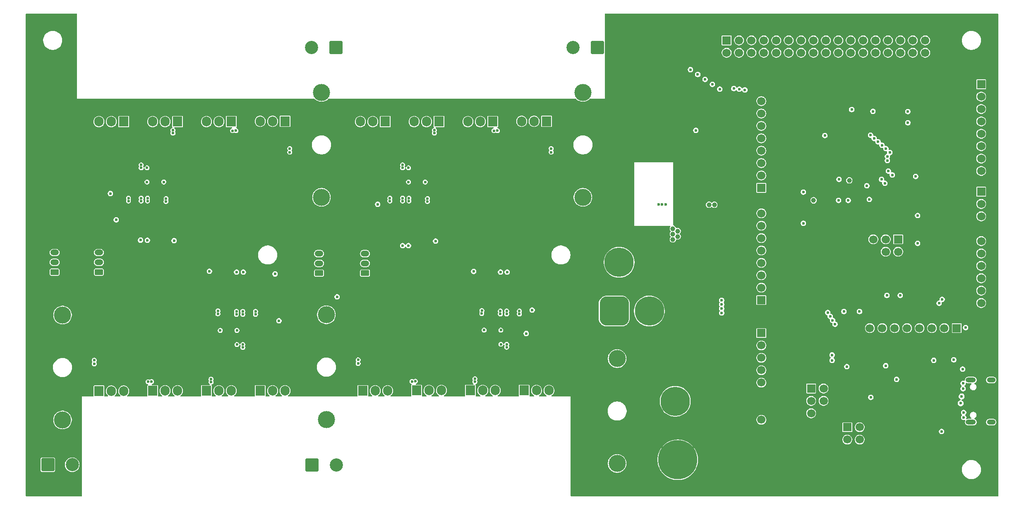
<source format=gbr>
%TF.GenerationSoftware,KiCad,Pcbnew,9.0.1*%
%TF.CreationDate,2025-04-06T02:54:57+02:00*%
%TF.ProjectId,controller_mainboard,636f6e74-726f-46c6-9c65-725f6d61696e,rev?*%
%TF.SameCoordinates,Original*%
%TF.FileFunction,Copper,L2,Inr*%
%TF.FilePolarity,Positive*%
%FSLAX46Y46*%
G04 Gerber Fmt 4.6, Leading zero omitted, Abs format (unit mm)*
G04 Created by KiCad (PCBNEW 9.0.1) date 2025-04-06 02:54:57*
%MOMM*%
%LPD*%
G01*
G04 APERTURE LIST*
G04 Aperture macros list*
%AMRoundRect*
0 Rectangle with rounded corners*
0 $1 Rounding radius*
0 $2 $3 $4 $5 $6 $7 $8 $9 X,Y pos of 4 corners*
0 Add a 4 corners polygon primitive as box body*
4,1,4,$2,$3,$4,$5,$6,$7,$8,$9,$2,$3,0*
0 Add four circle primitives for the rounded corners*
1,1,$1+$1,$2,$3*
1,1,$1+$1,$4,$5*
1,1,$1+$1,$6,$7*
1,1,$1+$1,$8,$9*
0 Add four rect primitives between the rounded corners*
20,1,$1+$1,$2,$3,$4,$5,0*
20,1,$1+$1,$4,$5,$6,$7,0*
20,1,$1+$1,$6,$7,$8,$9,0*
20,1,$1+$1,$8,$9,$2,$3,0*%
G04 Aperture macros list end*
%TA.AperFunction,ComponentPad*%
%ADD10R,1.700000X1.700000*%
%TD*%
%TA.AperFunction,ComponentPad*%
%ADD11C,1.700000*%
%TD*%
%TA.AperFunction,ComponentPad*%
%ADD12C,3.500000*%
%TD*%
%TA.AperFunction,ComponentPad*%
%ADD13RoundRect,0.250001X-1.099999X-1.099999X1.099999X-1.099999X1.099999X1.099999X-1.099999X1.099999X0*%
%TD*%
%TA.AperFunction,ComponentPad*%
%ADD14C,2.700000*%
%TD*%
%TA.AperFunction,ComponentPad*%
%ADD15C,0.600000*%
%TD*%
%TA.AperFunction,ComponentPad*%
%ADD16RoundRect,1.500000X-1.500000X-1.500000X1.500000X-1.500000X1.500000X1.500000X-1.500000X1.500000X0*%
%TD*%
%TA.AperFunction,ComponentPad*%
%ADD17C,6.000000*%
%TD*%
%TA.AperFunction,ComponentPad*%
%ADD18RoundRect,0.250000X0.625000X-0.350000X0.625000X0.350000X-0.625000X0.350000X-0.625000X-0.350000X0*%
%TD*%
%TA.AperFunction,ComponentPad*%
%ADD19O,1.750000X1.200000*%
%TD*%
%TA.AperFunction,ComponentPad*%
%ADD20RoundRect,0.250001X1.099999X1.099999X-1.099999X1.099999X-1.099999X-1.099999X1.099999X-1.099999X0*%
%TD*%
%TA.AperFunction,ComponentPad*%
%ADD21RoundRect,1.500000X1.500000X1.500000X-1.500000X1.500000X-1.500000X-1.500000X1.500000X-1.500000X0*%
%TD*%
%TA.AperFunction,ComponentPad*%
%ADD22RoundRect,2.000000X2.000000X2.000000X-2.000000X2.000000X-2.000000X-2.000000X2.000000X-2.000000X0*%
%TD*%
%TA.AperFunction,ComponentPad*%
%ADD23C,8.000000*%
%TD*%
%TA.AperFunction,HeatsinkPad*%
%ADD24O,2.100000X1.000000*%
%TD*%
%TA.AperFunction,HeatsinkPad*%
%ADD25O,1.800000X1.000000*%
%TD*%
%TA.AperFunction,ComponentPad*%
%ADD26R,1.905000X2.000000*%
%TD*%
%TA.AperFunction,ComponentPad*%
%ADD27O,1.905000X2.000000*%
%TD*%
%TA.AperFunction,ViaPad*%
%ADD28C,1.000000*%
%TD*%
%TA.AperFunction,ViaPad*%
%ADD29C,0.600000*%
%TD*%
G04 APERTURE END LIST*
D10*
%TO.N,/ADC8*%
%TO.C,J6*%
X205000000Y-96240000D03*
D11*
%TO.N,/ADC9*%
X205000000Y-93700000D03*
%TO.N,/ADC10*%
X205000000Y-91160000D03*
%TO.N,/ADC11*%
X205000000Y-88620000D03*
%TO.N,/ADC12*%
X205000000Y-86080000D03*
%TO.N,/ADC13*%
X205000000Y-83540000D03*
%TO.N,/ADC14*%
X205000000Y-81000000D03*
%TO.N,/ADC15*%
X205000000Y-78460000D03*
%TD*%
D10*
%TO.N,/D50*%
%TO.C,J16*%
X233000000Y-106800000D03*
D11*
%TO.N,+5V*%
X233000000Y-109340000D03*
%TO.N,/D52*%
X230460000Y-106800000D03*
%TO.N,/D51*%
X230460000Y-109340000D03*
%TO.N,/~{mega2560_reset}*%
X227920000Y-106800000D03*
%TO.N,GND*%
X227920000Y-109340000D03*
%TD*%
D10*
%TO.N,/ATmega16u2/MISO*%
%TO.C,J19*%
X215200000Y-137375000D03*
D11*
%TO.N,+5V*%
X217740000Y-137375000D03*
%TO.N,/ATmega16u2/SCK*%
X215200000Y-139915000D03*
%TO.N,/ATmega16u2/MOSI*%
X217740000Y-139915000D03*
%TO.N,/ATmega16u2/~{RESET}*%
X215200000Y-142455000D03*
%TO.N,GND*%
X217740000Y-142455000D03*
%TD*%
D12*
%TO.N,+BATT*%
%TO.C,F2*%
X116000000Y-143750000D03*
%TO.N,Net-(D7-A)*%
X116000000Y-122250000D03*
%TD*%
%TO.N,+BATT*%
%TO.C,F4*%
X115000000Y-76680000D03*
%TO.N,Net-(D22-A)*%
X115000000Y-98180000D03*
%TD*%
D13*
%TO.N,/Motor driver 2/MOT_SIDE_A*%
%TO.C,J12*%
X59000000Y-153000000D03*
D14*
%TO.N,/Motor driver 2/MOT_SIDE_B*%
X64000000Y-153000000D03*
%TD*%
D12*
%TO.N,Net-(J25-Pin_2)*%
%TO.C,F1*%
X175500000Y-131250000D03*
%TO.N,Net-(J1-Pin_2)*%
X175500000Y-152750000D03*
%TD*%
D15*
%TO.N,GND*%
%TO.C,U5*%
X184000000Y-90200000D03*
X184000000Y-89000000D03*
X184000000Y-87700000D03*
X184000000Y-86600000D03*
X182800000Y-90200000D03*
X182800000Y-89000000D03*
X182800000Y-87700000D03*
X182800000Y-86600000D03*
%TD*%
D16*
%TO.N,+BATT*%
%TO.C,J25*%
X174900000Y-121500000D03*
D17*
%TO.N,Net-(J25-Pin_2)*%
X182100000Y-121500000D03*
%TD*%
D18*
%TO.N,+5V*%
%TO.C,J22*%
X69450000Y-113500000D03*
D19*
%TO.N,/D25*%
X69450000Y-111500000D03*
%TO.N,/D24*%
X69450000Y-109500000D03*
%TO.N,GND*%
X69450000Y-107500000D03*
%TD*%
D10*
%TO.N,/ADC0*%
%TO.C,J5*%
X205000000Y-119240000D03*
D11*
%TO.N,/ADC1*%
X205000000Y-116700000D03*
%TO.N,/ADC2*%
X205000000Y-114160000D03*
%TO.N,/ADC3*%
X205000000Y-111620000D03*
%TO.N,/ADC4*%
X205000000Y-109080000D03*
%TO.N,/ADC5*%
X205000000Y-106540000D03*
%TO.N,/ADC6*%
X205000000Y-104000000D03*
%TO.N,/ADC7*%
X205000000Y-101460000D03*
%TD*%
D20*
%TO.N,/Motor driver 3/MOT_SIDE_A*%
%TO.C,J13*%
X118000000Y-67500000D03*
D14*
%TO.N,/Motor driver 3/MOT_SIDE_B*%
X113000000Y-67500000D03*
%TD*%
D12*
%TO.N,+BATT*%
%TO.C,F3*%
X62000000Y-143820000D03*
%TO.N,Net-(D15-A)*%
X62000000Y-122320000D03*
%TD*%
D10*
%TO.N,/D7*%
%TO.C,J9*%
X245000000Y-125000000D03*
D11*
%TO.N,/D6*%
X242460000Y-125000000D03*
%TO.N,/D5*%
X239920000Y-125000000D03*
%TO.N,/D4*%
X237380000Y-125000000D03*
%TO.N,/D3*%
X234840000Y-125000000D03*
%TO.N,/D2*%
X232300000Y-125000000D03*
%TO.N,/D1*%
X229760000Y-125000000D03*
%TO.N,/D0*%
X227220000Y-125000000D03*
%TD*%
D21*
%TO.N,GND*%
%TO.C,J2*%
X194600000Y-140000000D03*
D17*
%TO.N,Net-(J1-Pin_2)*%
X187400000Y-140000000D03*
%TD*%
D10*
%TO.N,/D21*%
%TO.C,J8*%
X250000000Y-97000000D03*
D11*
%TO.N,/D20*%
X250000000Y-99540000D03*
%TO.N,/AREF*%
X250000000Y-102080000D03*
%TO.N,GND*%
X250000000Y-104620000D03*
%TO.N,/D13*%
X250000000Y-107160000D03*
%TO.N,/D12*%
X250000000Y-109700000D03*
%TO.N,/D11*%
X250000000Y-112240000D03*
%TO.N,/D10*%
X250000000Y-114780000D03*
%TO.N,/D9*%
X250000000Y-117320000D03*
%TO.N,/D8*%
X250000000Y-119860000D03*
%TD*%
D18*
%TO.N,+5V*%
%TO.C,J21*%
X114500000Y-113725000D03*
D19*
%TO.N,/D27*%
X114500000Y-111725000D03*
%TO.N,/D26*%
X114500000Y-109725000D03*
%TO.N,GND*%
X114500000Y-107725000D03*
%TD*%
D18*
%TO.N,+5V*%
%TO.C,J23*%
X60400000Y-113500000D03*
D19*
%TO.N,/D23*%
X60400000Y-111500000D03*
%TO.N,/D22*%
X60400000Y-109500000D03*
%TO.N,GND*%
X60400000Y-107500000D03*
%TD*%
D22*
%TO.N,GND*%
%TO.C,J1*%
X200100000Y-152000000D03*
D23*
%TO.N,Net-(J1-Pin_2)*%
X187900000Y-152000000D03*
%TD*%
D20*
%TO.N,/Motor driver 4/MOT_SIDE_A*%
%TO.C,J14*%
X171500000Y-67500000D03*
D14*
%TO.N,/Motor driver 4/MOT_SIDE_B*%
X166500000Y-67500000D03*
%TD*%
D10*
%TO.N,unconnected-(J4-Pin_1-Pad1)*%
%TO.C,J4*%
X205000000Y-126000000D03*
D11*
%TO.N,+5V*%
X205000000Y-128540000D03*
%TO.N,/~{mega2560_reset}*%
X205000000Y-131080000D03*
%TO.N,unconnected-(J4-Pin_4-Pad4)*%
X205000000Y-133620000D03*
%TO.N,+5V*%
X205000000Y-136160000D03*
%TO.N,GND*%
X205000000Y-138700000D03*
X205000000Y-141240000D03*
%TO.N,unconnected-(J4-Pin_8-Pad8)*%
X205000000Y-143780000D03*
%TD*%
D24*
%TO.N,Net-(J3-SHIELD)*%
%TO.C,J3*%
X247875000Y-144270000D03*
D25*
X252055000Y-144270000D03*
D24*
X247875000Y-135630000D03*
D25*
X252055000Y-135630000D03*
%TD*%
D10*
%TO.N,+5V*%
%TO.C,J7*%
X197900000Y-66000000D03*
D11*
X197900000Y-68540000D03*
%TO.N,/D22*%
X200440000Y-66000000D03*
%TO.N,/D23*%
X200440000Y-68540000D03*
%TO.N,/D24*%
X202980000Y-66000000D03*
%TO.N,/D25*%
X202980000Y-68540000D03*
%TO.N,/D26*%
X205520000Y-66000000D03*
%TO.N,/D27*%
X205520000Y-68540000D03*
%TO.N,/D28*%
X208060000Y-66000000D03*
%TO.N,/D29*%
X208060000Y-68540000D03*
%TO.N,/D30*%
X210600000Y-66000000D03*
%TO.N,/D31*%
X210600000Y-68540000D03*
%TO.N,/D32*%
X213140000Y-66000000D03*
%TO.N,/D33*%
X213140000Y-68540000D03*
%TO.N,/D34*%
X215680000Y-66000000D03*
%TO.N,/D35*%
X215680000Y-68540000D03*
%TO.N,/D36*%
X218220000Y-66000000D03*
%TO.N,/D37*%
X218220000Y-68540000D03*
%TO.N,/D38*%
X220760000Y-66000000D03*
%TO.N,/D39*%
X220760000Y-68540000D03*
%TO.N,/D40*%
X223300000Y-66000000D03*
%TO.N,/D41*%
X223300000Y-68540000D03*
%TO.N,/D42*%
X225840000Y-66000000D03*
%TO.N,/D43*%
X225840000Y-68540000D03*
%TO.N,/D44*%
X228380000Y-66000000D03*
%TO.N,/D45*%
X228380000Y-68540000D03*
%TO.N,/D46*%
X230920000Y-66000000D03*
%TO.N,/D47*%
X230920000Y-68540000D03*
%TO.N,/D48*%
X233460000Y-66000000D03*
%TO.N,/D49*%
X233460000Y-68540000D03*
%TO.N,/D50*%
X236000000Y-66000000D03*
%TO.N,/D51*%
X236000000Y-68540000D03*
%TO.N,/D52*%
X238540000Y-66000000D03*
%TO.N,/D53*%
X238540000Y-68540000D03*
%TO.N,GND*%
X241080000Y-66000000D03*
X241080000Y-68540000D03*
%TD*%
D12*
%TO.N,+BATT*%
%TO.C,F5*%
X168500000Y-76680000D03*
%TO.N,Net-(D29-A)*%
X168500000Y-98180000D03*
%TD*%
D10*
%TO.N,/D14*%
%TO.C,J10*%
X250000000Y-75000000D03*
D11*
%TO.N,/D15*%
X250000000Y-77540000D03*
%TO.N,/D16*%
X250000000Y-80080000D03*
%TO.N,/D17*%
X250000000Y-82620000D03*
%TO.N,/D18*%
X250000000Y-85160000D03*
%TO.N,/D19*%
X250000000Y-87700000D03*
%TO.N,/D20*%
X250000000Y-90240000D03*
%TO.N,/D21*%
X250000000Y-92780000D03*
%TD*%
D13*
%TO.N,/Motor driver 1/MOT_SIDE_A*%
%TO.C,J11*%
X113022500Y-153050000D03*
D14*
%TO.N,/Motor driver 1/MOT_SIDE_B*%
X118022500Y-153050000D03*
%TD*%
D21*
%TO.N,GND*%
%TO.C,J24*%
X183100000Y-111500000D03*
D17*
%TO.N,+BATT*%
X175900000Y-111500000D03*
%TD*%
D18*
%TO.N,+5V*%
%TO.C,J20*%
X123912500Y-113725000D03*
D19*
%TO.N,/D29*%
X123912500Y-111725000D03*
%TO.N,/D28*%
X123912500Y-109725000D03*
%TO.N,GND*%
X123912500Y-107725000D03*
%TD*%
D10*
%TO.N,Net-(J18-Pin_1)*%
%TO.C,J18*%
X222600000Y-145300000D03*
D11*
%TO.N,Net-(J18-Pin_2)*%
X225140000Y-145300000D03*
%TO.N,Net-(J18-Pin_3)*%
X222600000Y-147840000D03*
%TO.N,Net-(J18-Pin_4)*%
X225140000Y-147840000D03*
%TD*%
D26*
%TO.N,/Motor driver 2/HI_GATE_B*%
%TO.C,Q9*%
X91460000Y-137840000D03*
D27*
%TO.N,Net-(D18-K)*%
X94000000Y-137840000D03*
%TO.N,/Motor driver 2/MOT_SIDE_B*%
X96540000Y-137840000D03*
%TD*%
D26*
%TO.N,/Motor driver 1/LO_GATE_A*%
%TO.C,Q4*%
X134460000Y-137770000D03*
D27*
%TO.N,/Motor driver 1/MOT_SIDE_A*%
X137000000Y-137770000D03*
%TO.N,Net-(D11-A)*%
X139540000Y-137770000D03*
%TD*%
D26*
%TO.N,/Motor driver 2/LO_GATE_A*%
%TO.C,Q8*%
X80460000Y-137840000D03*
D27*
%TO.N,/Motor driver 2/MOT_SIDE_A*%
X83000000Y-137840000D03*
%TO.N,Net-(D19-A)*%
X85540000Y-137840000D03*
%TD*%
D26*
%TO.N,/Motor driver 1/LO_GATE_B*%
%TO.C,Q6*%
X156460000Y-137770000D03*
D27*
%TO.N,/Motor driver 1/MOT_SIDE_B*%
X159000000Y-137770000D03*
%TO.N,Net-(D11-A)*%
X161540000Y-137770000D03*
%TD*%
D26*
%TO.N,/Motor driver 3/HI_GATE_A*%
%TO.C,Q11*%
X107540000Y-82590001D03*
D27*
%TO.N,Net-(D25-K)*%
X105000000Y-82590001D03*
%TO.N,/Motor driver 3/MOT_SIDE_A*%
X102460000Y-82590001D03*
%TD*%
D26*
%TO.N,/Motor driver 3/LO_GATE_B*%
%TO.C,Q14*%
X74540000Y-82660000D03*
D27*
%TO.N,/Motor driver 3/MOT_SIDE_B*%
X72000000Y-82660000D03*
%TO.N,Net-(D26-A)*%
X69460000Y-82660000D03*
%TD*%
D26*
%TO.N,/Motor driver 3/HI_GATE_B*%
%TO.C,Q13*%
X85540000Y-82660000D03*
D27*
%TO.N,Net-(D25-K)*%
X83000000Y-82660000D03*
%TO.N,/Motor driver 3/MOT_SIDE_B*%
X80460000Y-82660000D03*
%TD*%
D26*
%TO.N,/Motor driver 2/HI_GATE_A*%
%TO.C,Q7*%
X69460000Y-137910000D03*
D27*
%TO.N,Net-(D18-K)*%
X72000000Y-137910000D03*
%TO.N,/Motor driver 2/MOT_SIDE_A*%
X74540000Y-137910000D03*
%TD*%
D26*
%TO.N,/Motor driver 4/HI_GATE_A*%
%TO.C,Q15*%
X161040000Y-82590001D03*
D27*
%TO.N,Net-(D32-K)*%
X158500000Y-82590001D03*
%TO.N,/Motor driver 4/MOT_SIDE_A*%
X155960000Y-82590001D03*
%TD*%
D26*
%TO.N,/Motor driver 2/LO_GATE_B*%
%TO.C,Q10*%
X102460000Y-137840000D03*
D27*
%TO.N,/Motor driver 2/MOT_SIDE_B*%
X105000000Y-137840000D03*
%TO.N,Net-(D19-A)*%
X107540000Y-137840000D03*
%TD*%
D26*
%TO.N,/Motor driver 4/LO_GATE_B*%
%TO.C,Q18*%
X128040000Y-82660000D03*
D27*
%TO.N,/Motor driver 4/MOT_SIDE_B*%
X125500000Y-82660000D03*
%TO.N,Net-(D33-A)*%
X122960000Y-82660000D03*
%TD*%
D26*
%TO.N,/Motor driver 1/HI_GATE_A*%
%TO.C,Q3*%
X123460000Y-137840000D03*
D27*
%TO.N,Net-(D10-K)*%
X126000000Y-137840000D03*
%TO.N,/Motor driver 1/MOT_SIDE_A*%
X128540000Y-137840000D03*
%TD*%
D26*
%TO.N,/Motor driver 4/LO_GATE_A*%
%TO.C,Q16*%
X150040000Y-82660000D03*
D27*
%TO.N,/Motor driver 4/MOT_SIDE_A*%
X147500000Y-82660000D03*
%TO.N,Net-(D33-A)*%
X144960000Y-82660000D03*
%TD*%
D26*
%TO.N,/Motor driver 1/HI_GATE_B*%
%TO.C,Q5*%
X145460000Y-137770000D03*
D27*
%TO.N,Net-(D10-K)*%
X148000000Y-137770000D03*
%TO.N,/Motor driver 1/MOT_SIDE_B*%
X150540000Y-137770000D03*
%TD*%
D26*
%TO.N,/Motor driver 3/LO_GATE_A*%
%TO.C,Q12*%
X96540000Y-82660000D03*
D27*
%TO.N,/Motor driver 3/MOT_SIDE_A*%
X94000000Y-82660000D03*
%TO.N,Net-(D26-A)*%
X91460000Y-82660000D03*
%TD*%
D26*
%TO.N,/Motor driver 4/HI_GATE_B*%
%TO.C,Q17*%
X139040000Y-82660000D03*
D27*
%TO.N,Net-(D32-K)*%
X136500000Y-82660000D03*
%TO.N,/Motor driver 4/MOT_SIDE_B*%
X133960000Y-82660000D03*
%TD*%
D28*
%TO.N,GND*%
X70100000Y-92600000D03*
D29*
X193400000Y-80100000D03*
X203300000Y-115500000D03*
X104700000Y-123400000D03*
X190100000Y-88000000D03*
X252500000Y-132500000D03*
X181500000Y-150200000D03*
X216000000Y-157000000D03*
X226800000Y-135600000D03*
X186800000Y-134800000D03*
X203200000Y-139900000D03*
X203100000Y-101700000D03*
X241000000Y-77000000D03*
X156900000Y-127000000D03*
X203200000Y-76800000D03*
X157900000Y-124500000D03*
X57500000Y-77500000D03*
X187500000Y-157500000D03*
D28*
X181800000Y-66200000D03*
D29*
X203300000Y-92400000D03*
X201800000Y-95700000D03*
X252500000Y-147500000D03*
X210000000Y-151000000D03*
X192500000Y-157500000D03*
X224900000Y-102500000D03*
X57500000Y-87500000D03*
X231000000Y-146000000D03*
X203300000Y-89900000D03*
X190400000Y-80000000D03*
X237500000Y-93800000D03*
X232500000Y-157500000D03*
X252500000Y-152500000D03*
X132800000Y-111000000D03*
X215400000Y-96300000D03*
X77000000Y-109700000D03*
X235300000Y-138700000D03*
X135500000Y-92000000D03*
X78400000Y-109700000D03*
X92600000Y-111200000D03*
X248000000Y-146000000D03*
X95600000Y-110400000D03*
X194600000Y-86000000D03*
X206000000Y-147000000D03*
X221000000Y-84000000D03*
X199900000Y-108600000D03*
X219700000Y-98600000D03*
X190300000Y-83400000D03*
D28*
X185000000Y-81700000D03*
D29*
X247500000Y-157500000D03*
X181700000Y-137900000D03*
X240300000Y-100700000D03*
D28*
X139100000Y-124500000D03*
D29*
X226000000Y-104300000D03*
X252500000Y-157500000D03*
X234900000Y-131100000D03*
X96700000Y-108300000D03*
X237500000Y-157500000D03*
X165000000Y-137500000D03*
X125700000Y-97000000D03*
X199900000Y-94900000D03*
X237700000Y-121500000D03*
X252000000Y-146000000D03*
X212000000Y-153000000D03*
X196400000Y-80100000D03*
D28*
X183100000Y-70200000D03*
X91900000Y-96000000D03*
D29*
X203200000Y-137500000D03*
X210000000Y-157500000D03*
X231995926Y-139704074D03*
X218900000Y-82000000D03*
X180000000Y-157500000D03*
X229600000Y-90900000D03*
X198000000Y-80100000D03*
X203200000Y-110500000D03*
D28*
X108000000Y-127900000D03*
D29*
X223800000Y-148700000D03*
X203200000Y-142600000D03*
D28*
X145400000Y-97100000D03*
D29*
X57500000Y-147500000D03*
X190100000Y-89500000D03*
D28*
X121300000Y-92600000D03*
D29*
X240500000Y-71000000D03*
X252500000Y-82500000D03*
X92000000Y-111700000D03*
X150500000Y-125300000D03*
X252500000Y-117500000D03*
X181600000Y-134600000D03*
X220300000Y-77200000D03*
X180000000Y-72500000D03*
X220900000Y-86300000D03*
X237500000Y-62500000D03*
X222700000Y-79400000D03*
X247000000Y-80000000D03*
X252500000Y-87500000D03*
X93000000Y-128600000D03*
X203100000Y-107800000D03*
X57500000Y-72500000D03*
X201800000Y-97100000D03*
X228500000Y-134200000D03*
X199500000Y-80100000D03*
X197500000Y-108600000D03*
X69400000Y-96000000D03*
X57500000Y-107500000D03*
X252500000Y-122500000D03*
X227500000Y-157500000D03*
X66900000Y-134200000D03*
D28*
X142900000Y-123400000D03*
X85100000Y-124600000D03*
D29*
X215000000Y-62500000D03*
X228500000Y-137300000D03*
X57500000Y-155000000D03*
X229600000Y-92800000D03*
X238800000Y-91800000D03*
D28*
X67800000Y-92600000D03*
D29*
X98000000Y-110500000D03*
X192500000Y-62500000D03*
X244000000Y-121400000D03*
X185000000Y-62500000D03*
X199200000Y-94900000D03*
D28*
X88900000Y-124600000D03*
D29*
X203200000Y-129900000D03*
X203200000Y-132300000D03*
X241200000Y-134200000D03*
X137500000Y-92000000D03*
X237800000Y-98100000D03*
X222500000Y-71500000D03*
D28*
X141600000Y-95900000D03*
D29*
X57500000Y-102500000D03*
X57500000Y-82500000D03*
D28*
X141600000Y-97100000D03*
D29*
X57500000Y-62500000D03*
X232500000Y-130500000D03*
X252500000Y-72500000D03*
X57500000Y-137500000D03*
X233900000Y-132300000D03*
X230200000Y-135600000D03*
X228500000Y-135600000D03*
X103000000Y-97200000D03*
X252500000Y-107500000D03*
X221600000Y-134300000D03*
X207500000Y-62500000D03*
X57500000Y-97500000D03*
X240300000Y-121500000D03*
X228300000Y-101800000D03*
X198200000Y-104400000D03*
X96500000Y-125300000D03*
X252500000Y-62500000D03*
X65000000Y-89200000D03*
D28*
X142900000Y-124500000D03*
D29*
X222500000Y-62500000D03*
X73000000Y-122000000D03*
D28*
X163200000Y-127700000D03*
D29*
X208000000Y-149000000D03*
X237000000Y-140875000D03*
D28*
X145400000Y-96000000D03*
D29*
X225700000Y-100200000D03*
D28*
X85100000Y-123600000D03*
D29*
X229000000Y-89000000D03*
X203200000Y-134800000D03*
X214000000Y-155000000D03*
X228500000Y-139700000D03*
X247000000Y-77000000D03*
X245000000Y-62500000D03*
X106300000Y-99600000D03*
X234000000Y-146000000D03*
X95000000Y-128500000D03*
X185200000Y-145300000D03*
X203200000Y-87500000D03*
X230400000Y-130500000D03*
X197500000Y-104400000D03*
X252500000Y-127500000D03*
X190200000Y-86500000D03*
X222500000Y-157500000D03*
X235000000Y-71000000D03*
X57500000Y-95000000D03*
X197500000Y-157500000D03*
X147000000Y-128500000D03*
X206740357Y-78800000D03*
X122300000Y-96700000D03*
D28*
X88900000Y-123500000D03*
D29*
X236800000Y-132500000D03*
X196200000Y-91000000D03*
X103000000Y-127100000D03*
X242700000Y-108800000D03*
X161300000Y-93600000D03*
X201800000Y-97800000D03*
X57500000Y-132500000D03*
X203300000Y-113400000D03*
X198200000Y-108600000D03*
D28*
X160900000Y-127700000D03*
D29*
X192400000Y-82200000D03*
X127000000Y-122000000D03*
X199200000Y-108600000D03*
X191900000Y-80100000D03*
X225300000Y-116700000D03*
D28*
X91900000Y-97200000D03*
X181800000Y-70200000D03*
D29*
X235200000Y-121500000D03*
D28*
X187900000Y-80100000D03*
D29*
X57500000Y-92500000D03*
X179400000Y-87700000D03*
X221000000Y-92000000D03*
X239600000Y-94500000D03*
X149000000Y-128500000D03*
X177800000Y-103300000D03*
X247800000Y-134000000D03*
X200700000Y-103300000D03*
X233152626Y-140805458D03*
X82000000Y-92000000D03*
X57500000Y-127500000D03*
X252500000Y-92500000D03*
X79500000Y-111100000D03*
X60000000Y-92500000D03*
X252500000Y-112500000D03*
X252500000Y-77500000D03*
X200000000Y-62500000D03*
D28*
X109200000Y-127900000D03*
D29*
X232700000Y-121500000D03*
X213500000Y-79500000D03*
X74000000Y-93400000D03*
D28*
X183100000Y-66200000D03*
D29*
X72100000Y-120300000D03*
X242600000Y-100700000D03*
D28*
X106900000Y-127900000D03*
D29*
X181700000Y-141300000D03*
X221400000Y-142400000D03*
D28*
X88000000Y-96000000D03*
D29*
X240600000Y-93800000D03*
X242500000Y-157500000D03*
X184000000Y-99600000D03*
X57500000Y-67500000D03*
X84200000Y-109300000D03*
X99000000Y-110500000D03*
X81900000Y-106800000D03*
X201900000Y-102500000D03*
X201000000Y-80100000D03*
X217600000Y-145300000D03*
X82200000Y-108700000D03*
X240300000Y-108800000D03*
X221000000Y-88000000D03*
X230100000Y-121500000D03*
X197500000Y-94900000D03*
X57500000Y-117500000D03*
X199900000Y-104400000D03*
X234000000Y-139000000D03*
X203200000Y-127400000D03*
X218900000Y-138800000D03*
X225900000Y-139500000D03*
X84000000Y-92000000D03*
X194900000Y-80100000D03*
X199200000Y-104400000D03*
X104000000Y-98200000D03*
D28*
X122500000Y-92600000D03*
D29*
X252500000Y-67500000D03*
X81900000Y-104000000D03*
D28*
X88000000Y-97200000D03*
D29*
X213500000Y-85300000D03*
X203200000Y-84900000D03*
X57500000Y-122500000D03*
X134000000Y-94800000D03*
D28*
X162000000Y-127700000D03*
D29*
X237400000Y-89000000D03*
X203200000Y-95600000D03*
X126100000Y-120200000D03*
X232354074Y-137445926D03*
X175000000Y-157500000D03*
X203300000Y-79700000D03*
X85500000Y-109500000D03*
X230000000Y-62500000D03*
X203300000Y-118000000D03*
X252500000Y-97500000D03*
X237000000Y-139025000D03*
X225400000Y-95000000D03*
X227500000Y-121500000D03*
X240800000Y-89500000D03*
X181700000Y-145200000D03*
X252000000Y-134000000D03*
X109000000Y-123100000D03*
X228000000Y-95000000D03*
X184700000Y-99600000D03*
X57500000Y-142500000D03*
X241000000Y-82000000D03*
X236100000Y-84000000D03*
X170000000Y-157500000D03*
X133800000Y-111600000D03*
X156500000Y-96800000D03*
D28*
X123600000Y-92600000D03*
D29*
X156600000Y-98800000D03*
D28*
X139100000Y-123400000D03*
D29*
X222800000Y-136700000D03*
X236400000Y-91800000D03*
D28*
X69000000Y-92600000D03*
D29*
X127500000Y-93500000D03*
X185400000Y-99600000D03*
X233200000Y-94500000D03*
X131600000Y-111000000D03*
X203300000Y-82300000D03*
X205000000Y-157500000D03*
X201800000Y-96400000D03*
X235000000Y-78000000D03*
X219000000Y-159000000D03*
X252500000Y-102500000D03*
X198200000Y-94900000D03*
X235000000Y-146000000D03*
%TO.N,/AREF*%
X220900000Y-94500000D03*
%TO.N,+5V*%
X227850000Y-80550000D03*
D28*
X186900000Y-104600000D03*
X186900000Y-105700000D03*
X186900000Y-106800000D03*
D29*
X219500000Y-130500000D03*
X230451992Y-132700000D03*
D28*
X194300000Y-99700000D03*
D29*
X158100000Y-121300000D03*
X232700000Y-135500000D03*
X71800000Y-97400000D03*
X218000000Y-85500000D03*
D28*
X215700000Y-98800000D03*
X187900000Y-105100000D03*
X187900000Y-106200000D03*
X223000000Y-94700000D03*
D29*
X219500000Y-131600000D03*
X236600000Y-93900000D03*
X106300000Y-123500000D03*
D28*
X195400000Y-99700000D03*
D29*
X118200000Y-118600000D03*
X240300000Y-131600000D03*
%TO.N,/USB_VBUS*%
X213600000Y-97100000D03*
X213600000Y-103500000D03*
X241900000Y-146200000D03*
X191600000Y-84450000D03*
X244400000Y-131500000D03*
X246400000Y-142300000D03*
X246200000Y-133400000D03*
X246300000Y-137400000D03*
X225100000Y-121600000D03*
X221900000Y-121600000D03*
%TO.N,/USB_GND*%
X246300000Y-136300000D03*
X246400000Y-143300000D03*
%TO.N,/~{mega2560_reset}*%
X222500000Y-132900000D03*
X237000000Y-107600000D03*
X237000000Y-101900000D03*
X246800000Y-124900000D03*
%TO.N,/Motor driver 1/MOT_SIDE_B*%
X151700000Y-128300000D03*
X151700000Y-125400000D03*
%TO.N,/Motor driver 1/MOT_SIDE_A*%
X148275000Y-125400000D03*
%TO.N,/Motor driver 2/MOT_SIDE_B*%
X97700000Y-125470000D03*
X97700000Y-128370000D03*
%TO.N,/Motor driver 2/MOT_SIDE_A*%
X94275000Y-125470000D03*
%TO.N,/Motor driver 3/MOT_SIDE_B*%
X79300000Y-95030000D03*
X79300000Y-92130000D03*
%TO.N,/Motor driver 3/MOT_SIDE_A*%
X82725000Y-95030000D03*
%TO.N,/Motor driver 4/MOT_SIDE_B*%
X132800000Y-92130000D03*
X132800000Y-95030000D03*
%TO.N,/Motor driver 4/MOT_SIDE_A*%
X136225000Y-95030000D03*
%TO.N,/ATmega16u2/~{RESET}*%
X227400000Y-139200000D03*
%TO.N,/USB_DATA_P*%
X245800000Y-140400000D03*
X246000000Y-139000000D03*
%TO.N,/ADC7*%
X126500000Y-99600000D03*
%TO.N,/ADC4*%
X156900000Y-126100000D03*
%TO.N,/ADC5*%
X105500000Y-113900000D03*
%TO.N,/ADC6*%
X73000000Y-102800000D03*
%TO.N,/D22*%
X190500000Y-72000000D03*
%TO.N,/D29*%
X201651041Y-76151041D03*
%TO.N,/D44*%
X228900000Y-86800000D03*
%TO.N,/D28*%
X200500000Y-76000000D03*
%TO.N,/D26*%
X196500000Y-76000000D03*
%TO.N,/D46*%
X230500000Y-88200000D03*
%TO.N,/D53*%
X229600000Y-94500000D03*
%TO.N,/D39*%
X223500000Y-80200000D03*
%TO.N,/D24*%
X193500000Y-74000000D03*
%TO.N,/D45*%
X229700000Y-87500000D03*
%TO.N,/D50*%
X231800000Y-93600000D03*
%TO.N,/D52*%
X230300000Y-95300000D03*
%TO.N,/D42*%
X227350000Y-85450000D03*
%TO.N,/D48*%
X230800000Y-89800000D03*
%TO.N,/D49*%
X230800000Y-90650003D03*
%TO.N,/D25*%
X195000000Y-75000000D03*
%TO.N,/D43*%
X228100000Y-86100000D03*
%TO.N,/D47*%
X231300000Y-89000000D03*
%TO.N,/D27*%
X199381040Y-75881040D03*
%TO.N,/D51*%
X231000000Y-92800000D03*
%TO.N,/D23*%
X192000000Y-73000000D03*
%TO.N,/D38*%
X235000000Y-82900000D03*
X235000000Y-80600000D03*
%TO.N,/D9*%
X196900000Y-119299994D03*
X153005000Y-113505000D03*
X218600000Y-121800000D03*
X242000000Y-119100000D03*
%TO.N,/D8*%
X196900000Y-120149997D03*
X241400000Y-119900000D03*
X219100000Y-122600000D03*
X151635000Y-113500000D03*
%TO.N,/D3*%
X196900000Y-121000000D03*
X219600000Y-123400000D03*
X132800000Y-108100000D03*
%TO.N,/D5*%
X222800000Y-98800000D03*
X233420000Y-118300000D03*
X97635000Y-113500000D03*
%TO.N,/D7*%
X77960000Y-106960000D03*
%TO.N,/D2*%
X196900000Y-121900000D03*
X220100000Y-124200000D03*
X131600000Y-108100000D03*
%TO.N,/D4*%
X220800000Y-98800000D03*
X99000000Y-113500000D03*
X230700000Y-118300000D03*
%TO.N,/D6*%
X79365000Y-107000000D03*
%TO.N,/D16*%
X226600000Y-95800000D03*
%TO.N,/D17*%
X227100000Y-98600000D03*
%TO.N,/MOT_DRV_DISABLE*%
X146145000Y-113355000D03*
X138350000Y-107150000D03*
X84840000Y-107060000D03*
X92060000Y-113340000D03*
%TO.N,Net-(U3-AHO)*%
X147800000Y-122000000D03*
X147825000Y-121400000D03*
X122500000Y-131500000D03*
X122500000Y-132250000D03*
%TO.N,Net-(U6-AHO)*%
X93825000Y-121470000D03*
X68500000Y-132320000D03*
X68500000Y-131570000D03*
X93800000Y-122070000D03*
%TO.N,Net-(U8-AHO)*%
X83200000Y-98430000D03*
X83175000Y-99030000D03*
X108500000Y-88180000D03*
X108500000Y-88930000D03*
%TO.N,Net-(U10-AHO)*%
X162000000Y-88180000D03*
X136700000Y-98430000D03*
X162000000Y-88930000D03*
X136675000Y-99030000D03*
%TO.N,Net-(U3-ALO)*%
X151600000Y-122100000D03*
X134200000Y-135900000D03*
X133500000Y-135925000D03*
X151600000Y-121500000D03*
%TO.N,Net-(U6-ALO)*%
X80200000Y-135970000D03*
X79500000Y-135995000D03*
X97600000Y-122170000D03*
X97600000Y-121570000D03*
%TO.N,Net-(U8-ALO)*%
X79400000Y-98330000D03*
X96800000Y-84530000D03*
X97500000Y-84505000D03*
X79400000Y-98930000D03*
%TO.N,Net-(U10-ALO)*%
X132900000Y-98930000D03*
X132900000Y-98330000D03*
X150300000Y-84530000D03*
X151000000Y-84505000D03*
%TO.N,Net-(U3-BHO)*%
X146400000Y-135400000D03*
X155500000Y-122100000D03*
X146400000Y-136000000D03*
X155500000Y-121500000D03*
%TO.N,Net-(U6-BHO)*%
X92400000Y-135470000D03*
X101500000Y-121570000D03*
X92400000Y-136070000D03*
X101500000Y-122170000D03*
%TO.N,Net-(U8-BHO)*%
X75500000Y-98330000D03*
X84600000Y-85030000D03*
X75500000Y-98930000D03*
X84600000Y-84430000D03*
%TO.N,Net-(U10-BHO)*%
X138100000Y-85030000D03*
X138100000Y-84430000D03*
X129000000Y-98330000D03*
X129000000Y-98930000D03*
%TO.N,Net-(U3-BLO)*%
X152900000Y-128900000D03*
X152900000Y-128300000D03*
X152900000Y-121500000D03*
X152900000Y-122100000D03*
%TO.N,Net-(U6-BLO)*%
X98900000Y-121570000D03*
X98900000Y-128370000D03*
X98900000Y-128970000D03*
X98900000Y-122170000D03*
%TO.N,Net-(U8-BLO)*%
X78100000Y-91530000D03*
X78100000Y-92130000D03*
X78100000Y-98930000D03*
X78100000Y-98330000D03*
%TO.N,Net-(U10-BLO)*%
X131600000Y-92130000D03*
X131600000Y-98930000D03*
X131600000Y-98330000D03*
X131600000Y-91530000D03*
%TD*%
%TA.AperFunction,Conductor*%
%TO.N,GND*%
G36*
X64943039Y-60520185D02*
G01*
X64988794Y-60572989D01*
X65000000Y-60624500D01*
X65000000Y-78000000D01*
X113580924Y-78000000D01*
X113647963Y-78019685D01*
X113668600Y-78036314D01*
X113744224Y-78111938D01*
X113744226Y-78111940D01*
X113941873Y-78263599D01*
X114157623Y-78388162D01*
X114157638Y-78388169D01*
X114250487Y-78426628D01*
X114387793Y-78483502D01*
X114628435Y-78547982D01*
X114875435Y-78580500D01*
X114875442Y-78580500D01*
X115124558Y-78580500D01*
X115124565Y-78580500D01*
X115371565Y-78547982D01*
X115612207Y-78483502D01*
X115842373Y-78388164D01*
X116058127Y-78263599D01*
X116255776Y-78111938D01*
X116331396Y-78036317D01*
X116392717Y-78002834D01*
X116419076Y-78000000D01*
X167080924Y-78000000D01*
X167147963Y-78019685D01*
X167168600Y-78036314D01*
X167244224Y-78111938D01*
X167244226Y-78111940D01*
X167441873Y-78263599D01*
X167657623Y-78388162D01*
X167657638Y-78388169D01*
X167750487Y-78426628D01*
X167887793Y-78483502D01*
X168128435Y-78547982D01*
X168375435Y-78580500D01*
X168375442Y-78580500D01*
X168624558Y-78580500D01*
X168624565Y-78580500D01*
X168791346Y-78558543D01*
X203999499Y-78558543D01*
X204037947Y-78751829D01*
X204037950Y-78751839D01*
X204113364Y-78933907D01*
X204113371Y-78933920D01*
X204222860Y-79097781D01*
X204222863Y-79097785D01*
X204362214Y-79237136D01*
X204362218Y-79237139D01*
X204526079Y-79346628D01*
X204526092Y-79346635D01*
X204708160Y-79422049D01*
X204708165Y-79422051D01*
X204708169Y-79422051D01*
X204708170Y-79422052D01*
X204901456Y-79460500D01*
X204901459Y-79460500D01*
X205098543Y-79460500D01*
X205228582Y-79434632D01*
X205291835Y-79422051D01*
X205473914Y-79346632D01*
X205637782Y-79237139D01*
X205777139Y-79097782D01*
X205886632Y-78933914D01*
X205962051Y-78751835D01*
X205996132Y-78580500D01*
X206000500Y-78558543D01*
X206000500Y-78361456D01*
X205962052Y-78168170D01*
X205962051Y-78168169D01*
X205962051Y-78168165D01*
X205900549Y-78019685D01*
X205886635Y-77986092D01*
X205886628Y-77986079D01*
X205777139Y-77822218D01*
X205777136Y-77822214D01*
X205637785Y-77682863D01*
X205637781Y-77682860D01*
X205571456Y-77638543D01*
X248999499Y-77638543D01*
X249037947Y-77831829D01*
X249037950Y-77831839D01*
X249113364Y-78013907D01*
X249113371Y-78013920D01*
X249222860Y-78177781D01*
X249222863Y-78177785D01*
X249362214Y-78317136D01*
X249362218Y-78317139D01*
X249526079Y-78426628D01*
X249526092Y-78426635D01*
X249663381Y-78483501D01*
X249708165Y-78502051D01*
X249708169Y-78502051D01*
X249708170Y-78502052D01*
X249901456Y-78540500D01*
X249901459Y-78540500D01*
X250098543Y-78540500D01*
X250228582Y-78514632D01*
X250291835Y-78502051D01*
X250473914Y-78426632D01*
X250637782Y-78317139D01*
X250777139Y-78177782D01*
X250886632Y-78013914D01*
X250891222Y-78002834D01*
X250962049Y-77831839D01*
X250962051Y-77831835D01*
X250991684Y-77682861D01*
X251000500Y-77638543D01*
X251000500Y-77441456D01*
X250962052Y-77248170D01*
X250962051Y-77248169D01*
X250962051Y-77248165D01*
X250962049Y-77248160D01*
X250886635Y-77066092D01*
X250886628Y-77066079D01*
X250777139Y-76902218D01*
X250777136Y-76902214D01*
X250637785Y-76762863D01*
X250637781Y-76762860D01*
X250473920Y-76653371D01*
X250473907Y-76653364D01*
X250291839Y-76577950D01*
X250291829Y-76577947D01*
X250098543Y-76539500D01*
X250098541Y-76539500D01*
X249901459Y-76539500D01*
X249901457Y-76539500D01*
X249708170Y-76577947D01*
X249708160Y-76577950D01*
X249526092Y-76653364D01*
X249526079Y-76653371D01*
X249362218Y-76762860D01*
X249362214Y-76762863D01*
X249222863Y-76902214D01*
X249222860Y-76902218D01*
X249113371Y-77066079D01*
X249113364Y-77066092D01*
X249037950Y-77248160D01*
X249037947Y-77248170D01*
X248999500Y-77441456D01*
X248999500Y-77441459D01*
X248999500Y-77638541D01*
X248999500Y-77638543D01*
X248999499Y-77638543D01*
X205571456Y-77638543D01*
X205473920Y-77573371D01*
X205473911Y-77573366D01*
X205417325Y-77549928D01*
X205417323Y-77549927D01*
X205291839Y-77497950D01*
X205291829Y-77497947D01*
X205098543Y-77459500D01*
X205098541Y-77459500D01*
X204901459Y-77459500D01*
X204901457Y-77459500D01*
X204708170Y-77497947D01*
X204708160Y-77497950D01*
X204526092Y-77573364D01*
X204526079Y-77573371D01*
X204362218Y-77682860D01*
X204362214Y-77682863D01*
X204222863Y-77822214D01*
X204222860Y-77822218D01*
X204113371Y-77986079D01*
X204113364Y-77986092D01*
X204037950Y-78168160D01*
X204037947Y-78168170D01*
X203999500Y-78361456D01*
X203999500Y-78361459D01*
X203999500Y-78558541D01*
X203999500Y-78558543D01*
X203999499Y-78558543D01*
X168791346Y-78558543D01*
X168871565Y-78547982D01*
X169112207Y-78483502D01*
X169342373Y-78388164D01*
X169558127Y-78263599D01*
X169755776Y-78111938D01*
X169831396Y-78036317D01*
X169892717Y-78002834D01*
X169919076Y-78000000D01*
X173000000Y-78000000D01*
X173000000Y-75927525D01*
X195949500Y-75927525D01*
X195949500Y-76072475D01*
X195983005Y-76197515D01*
X195987017Y-76212488D01*
X196059488Y-76338011D01*
X196059490Y-76338013D01*
X196059491Y-76338015D01*
X196161985Y-76440509D01*
X196161986Y-76440510D01*
X196161988Y-76440511D01*
X196287511Y-76512982D01*
X196287512Y-76512982D01*
X196287515Y-76512984D01*
X196427525Y-76550500D01*
X196427528Y-76550500D01*
X196572472Y-76550500D01*
X196572475Y-76550500D01*
X196712485Y-76512984D01*
X196838015Y-76440509D01*
X196940509Y-76338015D01*
X197012984Y-76212485D01*
X197050500Y-76072475D01*
X197050500Y-75927525D01*
X197018624Y-75808565D01*
X198830540Y-75808565D01*
X198830540Y-75953515D01*
X198843130Y-76000500D01*
X198868057Y-76093528D01*
X198940528Y-76219051D01*
X198940530Y-76219053D01*
X198940531Y-76219055D01*
X199043025Y-76321549D01*
X199043026Y-76321550D01*
X199043028Y-76321551D01*
X199168551Y-76394022D01*
X199168552Y-76394022D01*
X199168555Y-76394024D01*
X199308565Y-76431540D01*
X199308568Y-76431540D01*
X199453512Y-76431540D01*
X199453515Y-76431540D01*
X199593525Y-76394024D01*
X199719055Y-76321549D01*
X199814590Y-76226013D01*
X199875909Y-76192531D01*
X199945601Y-76197515D01*
X200001535Y-76239386D01*
X200009655Y-76251697D01*
X200059491Y-76338015D01*
X200161985Y-76440509D01*
X200161986Y-76440510D01*
X200161988Y-76440511D01*
X200287511Y-76512982D01*
X200287512Y-76512982D01*
X200287515Y-76512984D01*
X200427525Y-76550500D01*
X200427528Y-76550500D01*
X200572472Y-76550500D01*
X200572475Y-76550500D01*
X200712485Y-76512984D01*
X200838015Y-76440509D01*
X200940509Y-76338015D01*
X200940511Y-76338010D01*
X200942142Y-76336380D01*
X201003465Y-76302895D01*
X201073157Y-76307879D01*
X201129091Y-76349750D01*
X201137211Y-76362061D01*
X201138057Y-76363526D01*
X201210532Y-76489056D01*
X201313026Y-76591550D01*
X201313027Y-76591551D01*
X201313029Y-76591552D01*
X201438552Y-76664023D01*
X201438553Y-76664023D01*
X201438556Y-76664025D01*
X201578566Y-76701541D01*
X201578569Y-76701541D01*
X201723513Y-76701541D01*
X201723516Y-76701541D01*
X201863526Y-76664025D01*
X201989056Y-76591550D01*
X202091550Y-76489056D01*
X202164025Y-76363526D01*
X202201541Y-76223516D01*
X202201541Y-76078566D01*
X202164025Y-75938556D01*
X202157657Y-75927527D01*
X202121454Y-75864822D01*
X248999499Y-75864822D01*
X249008231Y-75908717D01*
X249008234Y-75908724D01*
X249028167Y-75938556D01*
X249041496Y-75958504D01*
X249091278Y-75991767D01*
X249091281Y-75991767D01*
X249091282Y-75991768D01*
X249135177Y-76000500D01*
X249135180Y-76000500D01*
X250864822Y-76000500D01*
X250908717Y-75991768D01*
X250908717Y-75991767D01*
X250908722Y-75991767D01*
X250958504Y-75958504D01*
X250991767Y-75908722D01*
X251000500Y-75864820D01*
X251000500Y-74135180D01*
X251000500Y-74135177D01*
X250991768Y-74091282D01*
X250991767Y-74091281D01*
X250991767Y-74091278D01*
X250958504Y-74041496D01*
X250958503Y-74041495D01*
X250908724Y-74008234D01*
X250908717Y-74008231D01*
X250864822Y-73999500D01*
X250864820Y-73999500D01*
X249135180Y-73999500D01*
X249135178Y-73999500D01*
X249091282Y-74008231D01*
X249091275Y-74008234D01*
X249041496Y-74041495D01*
X249041495Y-74041496D01*
X249008234Y-74091275D01*
X249008231Y-74091282D01*
X248999500Y-74135177D01*
X248999500Y-74135180D01*
X248999500Y-75864820D01*
X248999500Y-75864822D01*
X248999499Y-75864822D01*
X202121454Y-75864822D01*
X202091552Y-75813029D01*
X202091547Y-75813023D01*
X201989058Y-75710534D01*
X201989052Y-75710529D01*
X201863529Y-75638058D01*
X201863530Y-75638058D01*
X201852047Y-75634981D01*
X201723516Y-75600541D01*
X201578566Y-75600541D01*
X201450034Y-75634981D01*
X201438552Y-75638058D01*
X201313029Y-75710529D01*
X201208897Y-75814661D01*
X201147574Y-75848145D01*
X201077882Y-75843161D01*
X201021949Y-75801289D01*
X201013829Y-75788979D01*
X201012984Y-75787515D01*
X200940509Y-75661985D01*
X200838015Y-75559491D01*
X200838013Y-75559490D01*
X200838011Y-75559488D01*
X200712488Y-75487017D01*
X200712489Y-75487017D01*
X200701006Y-75483940D01*
X200572475Y-75449500D01*
X200427525Y-75449500D01*
X200298993Y-75483940D01*
X200287511Y-75487017D01*
X200161988Y-75559488D01*
X200066452Y-75655024D01*
X200005128Y-75688508D01*
X199935437Y-75683524D01*
X199879504Y-75641652D01*
X199871384Y-75629342D01*
X199854756Y-75600541D01*
X199821549Y-75543025D01*
X199719055Y-75440531D01*
X199719053Y-75440530D01*
X199719051Y-75440528D01*
X199593528Y-75368057D01*
X199593529Y-75368057D01*
X199582046Y-75364980D01*
X199453515Y-75330540D01*
X199308565Y-75330540D01*
X199180033Y-75364980D01*
X199168551Y-75368057D01*
X199043028Y-75440528D01*
X199043022Y-75440533D01*
X198940533Y-75543022D01*
X198940528Y-75543028D01*
X198868057Y-75668551D01*
X198868056Y-75668555D01*
X198830540Y-75808565D01*
X197018624Y-75808565D01*
X197012984Y-75787515D01*
X196940509Y-75661985D01*
X196838015Y-75559491D01*
X196838013Y-75559490D01*
X196838011Y-75559488D01*
X196712488Y-75487017D01*
X196712489Y-75487017D01*
X196701006Y-75483940D01*
X196572475Y-75449500D01*
X196427525Y-75449500D01*
X196298993Y-75483940D01*
X196287511Y-75487017D01*
X196161988Y-75559488D01*
X196161982Y-75559493D01*
X196059493Y-75661982D01*
X196059488Y-75661988D01*
X195987017Y-75787511D01*
X195987016Y-75787515D01*
X195949500Y-75927525D01*
X173000000Y-75927525D01*
X173000000Y-74927525D01*
X194449500Y-74927525D01*
X194449500Y-75072475D01*
X194487016Y-75212485D01*
X194487017Y-75212488D01*
X194559488Y-75338011D01*
X194559490Y-75338013D01*
X194559491Y-75338015D01*
X194661985Y-75440509D01*
X194661986Y-75440510D01*
X194661988Y-75440511D01*
X194787511Y-75512982D01*
X194787512Y-75512982D01*
X194787515Y-75512984D01*
X194927525Y-75550500D01*
X194927528Y-75550500D01*
X195072472Y-75550500D01*
X195072475Y-75550500D01*
X195212485Y-75512984D01*
X195338015Y-75440509D01*
X195440509Y-75338015D01*
X195512984Y-75212485D01*
X195550500Y-75072475D01*
X195550500Y-74927525D01*
X195512984Y-74787515D01*
X195440509Y-74661985D01*
X195338015Y-74559491D01*
X195338013Y-74559490D01*
X195338011Y-74559488D01*
X195212488Y-74487017D01*
X195212489Y-74487017D01*
X195201006Y-74483940D01*
X195072475Y-74449500D01*
X194927525Y-74449500D01*
X194798993Y-74483940D01*
X194787511Y-74487017D01*
X194661988Y-74559488D01*
X194661982Y-74559493D01*
X194559493Y-74661982D01*
X194559488Y-74661988D01*
X194487017Y-74787511D01*
X194487016Y-74787515D01*
X194449500Y-74927525D01*
X173000000Y-74927525D01*
X173000000Y-73927525D01*
X192949500Y-73927525D01*
X192949500Y-74072475D01*
X192966302Y-74135180D01*
X192987017Y-74212488D01*
X193059488Y-74338011D01*
X193059490Y-74338013D01*
X193059491Y-74338015D01*
X193161985Y-74440509D01*
X193161986Y-74440510D01*
X193161988Y-74440511D01*
X193287511Y-74512982D01*
X193287512Y-74512982D01*
X193287515Y-74512984D01*
X193427525Y-74550500D01*
X193427528Y-74550500D01*
X193572472Y-74550500D01*
X193572475Y-74550500D01*
X193712485Y-74512984D01*
X193838015Y-74440509D01*
X193940509Y-74338015D01*
X194012984Y-74212485D01*
X194050500Y-74072475D01*
X194050500Y-73927525D01*
X194012984Y-73787515D01*
X193940509Y-73661985D01*
X193838015Y-73559491D01*
X193838013Y-73559490D01*
X193838011Y-73559488D01*
X193712488Y-73487017D01*
X193712489Y-73487017D01*
X193701006Y-73483940D01*
X193572475Y-73449500D01*
X193427525Y-73449500D01*
X193298993Y-73483940D01*
X193287511Y-73487017D01*
X193161988Y-73559488D01*
X193161982Y-73559493D01*
X193059493Y-73661982D01*
X193059488Y-73661988D01*
X192987017Y-73787511D01*
X192987016Y-73787515D01*
X192949500Y-73927525D01*
X173000000Y-73927525D01*
X173000000Y-72927525D01*
X191449500Y-72927525D01*
X191449500Y-73072475D01*
X191487016Y-73212485D01*
X191487017Y-73212488D01*
X191559488Y-73338011D01*
X191559490Y-73338013D01*
X191559491Y-73338015D01*
X191661985Y-73440509D01*
X191661986Y-73440510D01*
X191661988Y-73440511D01*
X191787511Y-73512982D01*
X191787512Y-73512982D01*
X191787515Y-73512984D01*
X191927525Y-73550500D01*
X191927528Y-73550500D01*
X192072472Y-73550500D01*
X192072475Y-73550500D01*
X192212485Y-73512984D01*
X192338015Y-73440509D01*
X192440509Y-73338015D01*
X192512984Y-73212485D01*
X192550500Y-73072475D01*
X192550500Y-72927525D01*
X192512984Y-72787515D01*
X192440509Y-72661985D01*
X192338015Y-72559491D01*
X192338013Y-72559490D01*
X192338011Y-72559488D01*
X192212488Y-72487017D01*
X192212489Y-72487017D01*
X192201006Y-72483940D01*
X192072475Y-72449500D01*
X191927525Y-72449500D01*
X191798993Y-72483940D01*
X191787511Y-72487017D01*
X191661988Y-72559488D01*
X191661982Y-72559493D01*
X191559493Y-72661982D01*
X191559488Y-72661988D01*
X191487017Y-72787511D01*
X191487016Y-72787515D01*
X191449500Y-72927525D01*
X173000000Y-72927525D01*
X173000000Y-71927525D01*
X189949500Y-71927525D01*
X189949500Y-72072475D01*
X189987016Y-72212485D01*
X189987017Y-72212488D01*
X190059488Y-72338011D01*
X190059490Y-72338013D01*
X190059491Y-72338015D01*
X190161985Y-72440509D01*
X190161986Y-72440510D01*
X190161988Y-72440511D01*
X190287511Y-72512982D01*
X190287512Y-72512982D01*
X190287515Y-72512984D01*
X190427525Y-72550500D01*
X190427528Y-72550500D01*
X190572472Y-72550500D01*
X190572475Y-72550500D01*
X190712485Y-72512984D01*
X190838015Y-72440509D01*
X190940509Y-72338015D01*
X191012984Y-72212485D01*
X191050500Y-72072475D01*
X191050500Y-71927525D01*
X191012984Y-71787515D01*
X190940509Y-71661985D01*
X190838015Y-71559491D01*
X190838013Y-71559490D01*
X190838011Y-71559488D01*
X190712488Y-71487017D01*
X190712489Y-71487017D01*
X190701006Y-71483940D01*
X190572475Y-71449500D01*
X190427525Y-71449500D01*
X190298993Y-71483940D01*
X190287511Y-71487017D01*
X190161988Y-71559488D01*
X190161982Y-71559493D01*
X190059493Y-71661982D01*
X190059488Y-71661988D01*
X189987017Y-71787511D01*
X189987016Y-71787515D01*
X189949500Y-71927525D01*
X173000000Y-71927525D01*
X173000000Y-68642442D01*
X173000009Y-68638543D01*
X196899499Y-68638543D01*
X196937947Y-68831829D01*
X196937950Y-68831839D01*
X197013364Y-69013907D01*
X197013371Y-69013920D01*
X197122860Y-69177781D01*
X197122863Y-69177785D01*
X197262214Y-69317136D01*
X197262218Y-69317139D01*
X197426079Y-69426628D01*
X197426092Y-69426635D01*
X197608160Y-69502049D01*
X197608165Y-69502051D01*
X197608169Y-69502051D01*
X197608170Y-69502052D01*
X197801456Y-69540500D01*
X197801459Y-69540500D01*
X197998543Y-69540500D01*
X198128582Y-69514632D01*
X198191835Y-69502051D01*
X198373914Y-69426632D01*
X198537782Y-69317139D01*
X198677139Y-69177782D01*
X198786632Y-69013914D01*
X198862051Y-68831835D01*
X198900500Y-68638543D01*
X199439499Y-68638543D01*
X199477947Y-68831829D01*
X199477950Y-68831839D01*
X199553364Y-69013907D01*
X199553371Y-69013920D01*
X199662860Y-69177781D01*
X199662863Y-69177785D01*
X199802214Y-69317136D01*
X199802218Y-69317139D01*
X199966079Y-69426628D01*
X199966092Y-69426635D01*
X200148160Y-69502049D01*
X200148165Y-69502051D01*
X200148169Y-69502051D01*
X200148170Y-69502052D01*
X200341456Y-69540500D01*
X200341459Y-69540500D01*
X200538543Y-69540500D01*
X200668582Y-69514632D01*
X200731835Y-69502051D01*
X200913914Y-69426632D01*
X201077782Y-69317139D01*
X201217139Y-69177782D01*
X201326632Y-69013914D01*
X201402051Y-68831835D01*
X201440500Y-68638543D01*
X201979499Y-68638543D01*
X202017947Y-68831829D01*
X202017950Y-68831839D01*
X202093364Y-69013907D01*
X202093371Y-69013920D01*
X202202860Y-69177781D01*
X202202863Y-69177785D01*
X202342214Y-69317136D01*
X202342218Y-69317139D01*
X202506079Y-69426628D01*
X202506092Y-69426635D01*
X202688160Y-69502049D01*
X202688165Y-69502051D01*
X202688169Y-69502051D01*
X202688170Y-69502052D01*
X202881456Y-69540500D01*
X202881459Y-69540500D01*
X203078543Y-69540500D01*
X203208582Y-69514632D01*
X203271835Y-69502051D01*
X203453914Y-69426632D01*
X203617782Y-69317139D01*
X203757139Y-69177782D01*
X203866632Y-69013914D01*
X203942051Y-68831835D01*
X203980500Y-68638543D01*
X204519499Y-68638543D01*
X204557947Y-68831829D01*
X204557950Y-68831839D01*
X204633364Y-69013907D01*
X204633371Y-69013920D01*
X204742860Y-69177781D01*
X204742863Y-69177785D01*
X204882214Y-69317136D01*
X204882218Y-69317139D01*
X205046079Y-69426628D01*
X205046092Y-69426635D01*
X205228160Y-69502049D01*
X205228165Y-69502051D01*
X205228169Y-69502051D01*
X205228170Y-69502052D01*
X205421456Y-69540500D01*
X205421459Y-69540500D01*
X205618543Y-69540500D01*
X205748582Y-69514632D01*
X205811835Y-69502051D01*
X205993914Y-69426632D01*
X206157782Y-69317139D01*
X206297139Y-69177782D01*
X206406632Y-69013914D01*
X206482051Y-68831835D01*
X206520500Y-68638543D01*
X207059499Y-68638543D01*
X207097947Y-68831829D01*
X207097950Y-68831839D01*
X207173364Y-69013907D01*
X207173371Y-69013920D01*
X207282860Y-69177781D01*
X207282863Y-69177785D01*
X207422214Y-69317136D01*
X207422218Y-69317139D01*
X207586079Y-69426628D01*
X207586092Y-69426635D01*
X207768160Y-69502049D01*
X207768165Y-69502051D01*
X207768169Y-69502051D01*
X207768170Y-69502052D01*
X207961456Y-69540500D01*
X207961459Y-69540500D01*
X208158543Y-69540500D01*
X208288582Y-69514632D01*
X208351835Y-69502051D01*
X208533914Y-69426632D01*
X208697782Y-69317139D01*
X208837139Y-69177782D01*
X208946632Y-69013914D01*
X209022051Y-68831835D01*
X209060500Y-68638543D01*
X209599499Y-68638543D01*
X209637947Y-68831829D01*
X209637950Y-68831839D01*
X209713364Y-69013907D01*
X209713371Y-69013920D01*
X209822860Y-69177781D01*
X209822863Y-69177785D01*
X209962214Y-69317136D01*
X209962218Y-69317139D01*
X210126079Y-69426628D01*
X210126092Y-69426635D01*
X210308160Y-69502049D01*
X210308165Y-69502051D01*
X210308169Y-69502051D01*
X210308170Y-69502052D01*
X210501456Y-69540500D01*
X210501459Y-69540500D01*
X210698543Y-69540500D01*
X210828582Y-69514632D01*
X210891835Y-69502051D01*
X211073914Y-69426632D01*
X211237782Y-69317139D01*
X211377139Y-69177782D01*
X211486632Y-69013914D01*
X211562051Y-68831835D01*
X211600500Y-68638543D01*
X212139499Y-68638543D01*
X212177947Y-68831829D01*
X212177950Y-68831839D01*
X212253364Y-69013907D01*
X212253371Y-69013920D01*
X212362860Y-69177781D01*
X212362863Y-69177785D01*
X212502214Y-69317136D01*
X212502218Y-69317139D01*
X212666079Y-69426628D01*
X212666092Y-69426635D01*
X212848160Y-69502049D01*
X212848165Y-69502051D01*
X212848169Y-69502051D01*
X212848170Y-69502052D01*
X213041456Y-69540500D01*
X213041459Y-69540500D01*
X213238543Y-69540500D01*
X213368582Y-69514632D01*
X213431835Y-69502051D01*
X213613914Y-69426632D01*
X213777782Y-69317139D01*
X213917139Y-69177782D01*
X214026632Y-69013914D01*
X214102051Y-68831835D01*
X214140500Y-68638543D01*
X214679499Y-68638543D01*
X214717947Y-68831829D01*
X214717950Y-68831839D01*
X214793364Y-69013907D01*
X214793371Y-69013920D01*
X214902860Y-69177781D01*
X214902863Y-69177785D01*
X215042214Y-69317136D01*
X215042218Y-69317139D01*
X215206079Y-69426628D01*
X215206092Y-69426635D01*
X215388160Y-69502049D01*
X215388165Y-69502051D01*
X215388169Y-69502051D01*
X215388170Y-69502052D01*
X215581456Y-69540500D01*
X215581459Y-69540500D01*
X215778543Y-69540500D01*
X215908582Y-69514632D01*
X215971835Y-69502051D01*
X216153914Y-69426632D01*
X216317782Y-69317139D01*
X216457139Y-69177782D01*
X216566632Y-69013914D01*
X216642051Y-68831835D01*
X216680500Y-68638543D01*
X217219499Y-68638543D01*
X217257947Y-68831829D01*
X217257950Y-68831839D01*
X217333364Y-69013907D01*
X217333371Y-69013920D01*
X217442860Y-69177781D01*
X217442863Y-69177785D01*
X217582214Y-69317136D01*
X217582218Y-69317139D01*
X217746079Y-69426628D01*
X217746092Y-69426635D01*
X217928160Y-69502049D01*
X217928165Y-69502051D01*
X217928169Y-69502051D01*
X217928170Y-69502052D01*
X218121456Y-69540500D01*
X218121459Y-69540500D01*
X218318543Y-69540500D01*
X218448582Y-69514632D01*
X218511835Y-69502051D01*
X218693914Y-69426632D01*
X218857782Y-69317139D01*
X218997139Y-69177782D01*
X219106632Y-69013914D01*
X219182051Y-68831835D01*
X219220500Y-68638543D01*
X219759499Y-68638543D01*
X219797947Y-68831829D01*
X219797950Y-68831839D01*
X219873364Y-69013907D01*
X219873371Y-69013920D01*
X219982860Y-69177781D01*
X219982863Y-69177785D01*
X220122214Y-69317136D01*
X220122218Y-69317139D01*
X220286079Y-69426628D01*
X220286092Y-69426635D01*
X220468160Y-69502049D01*
X220468165Y-69502051D01*
X220468169Y-69502051D01*
X220468170Y-69502052D01*
X220661456Y-69540500D01*
X220661459Y-69540500D01*
X220858543Y-69540500D01*
X220988582Y-69514632D01*
X221051835Y-69502051D01*
X221233914Y-69426632D01*
X221397782Y-69317139D01*
X221537139Y-69177782D01*
X221646632Y-69013914D01*
X221722051Y-68831835D01*
X221760500Y-68638543D01*
X222299499Y-68638543D01*
X222337947Y-68831829D01*
X222337950Y-68831839D01*
X222413364Y-69013907D01*
X222413371Y-69013920D01*
X222522860Y-69177781D01*
X222522863Y-69177785D01*
X222662214Y-69317136D01*
X222662218Y-69317139D01*
X222826079Y-69426628D01*
X222826092Y-69426635D01*
X223008160Y-69502049D01*
X223008165Y-69502051D01*
X223008169Y-69502051D01*
X223008170Y-69502052D01*
X223201456Y-69540500D01*
X223201459Y-69540500D01*
X223398543Y-69540500D01*
X223528582Y-69514632D01*
X223591835Y-69502051D01*
X223773914Y-69426632D01*
X223937782Y-69317139D01*
X224077139Y-69177782D01*
X224186632Y-69013914D01*
X224262051Y-68831835D01*
X224300500Y-68638543D01*
X224839499Y-68638543D01*
X224877947Y-68831829D01*
X224877950Y-68831839D01*
X224953364Y-69013907D01*
X224953371Y-69013920D01*
X225062860Y-69177781D01*
X225062863Y-69177785D01*
X225202214Y-69317136D01*
X225202218Y-69317139D01*
X225366079Y-69426628D01*
X225366092Y-69426635D01*
X225548160Y-69502049D01*
X225548165Y-69502051D01*
X225548169Y-69502051D01*
X225548170Y-69502052D01*
X225741456Y-69540500D01*
X225741459Y-69540500D01*
X225938543Y-69540500D01*
X226068582Y-69514632D01*
X226131835Y-69502051D01*
X226313914Y-69426632D01*
X226477782Y-69317139D01*
X226617139Y-69177782D01*
X226726632Y-69013914D01*
X226802051Y-68831835D01*
X226840500Y-68638543D01*
X227379499Y-68638543D01*
X227417947Y-68831829D01*
X227417950Y-68831839D01*
X227493364Y-69013907D01*
X227493371Y-69013920D01*
X227602860Y-69177781D01*
X227602863Y-69177785D01*
X227742214Y-69317136D01*
X227742218Y-69317139D01*
X227906079Y-69426628D01*
X227906092Y-69426635D01*
X228088160Y-69502049D01*
X228088165Y-69502051D01*
X228088169Y-69502051D01*
X228088170Y-69502052D01*
X228281456Y-69540500D01*
X228281459Y-69540500D01*
X228478543Y-69540500D01*
X228608582Y-69514632D01*
X228671835Y-69502051D01*
X228853914Y-69426632D01*
X229017782Y-69317139D01*
X229157139Y-69177782D01*
X229266632Y-69013914D01*
X229342051Y-68831835D01*
X229380500Y-68638543D01*
X229919499Y-68638543D01*
X229957947Y-68831829D01*
X229957950Y-68831839D01*
X230033364Y-69013907D01*
X230033371Y-69013920D01*
X230142860Y-69177781D01*
X230142863Y-69177785D01*
X230282214Y-69317136D01*
X230282218Y-69317139D01*
X230446079Y-69426628D01*
X230446092Y-69426635D01*
X230628160Y-69502049D01*
X230628165Y-69502051D01*
X230628169Y-69502051D01*
X230628170Y-69502052D01*
X230821456Y-69540500D01*
X230821459Y-69540500D01*
X231018543Y-69540500D01*
X231148582Y-69514632D01*
X231211835Y-69502051D01*
X231393914Y-69426632D01*
X231557782Y-69317139D01*
X231697139Y-69177782D01*
X231806632Y-69013914D01*
X231882051Y-68831835D01*
X231920500Y-68638543D01*
X232459499Y-68638543D01*
X232497947Y-68831829D01*
X232497950Y-68831839D01*
X232573364Y-69013907D01*
X232573371Y-69013920D01*
X232682860Y-69177781D01*
X232682863Y-69177785D01*
X232822214Y-69317136D01*
X232822218Y-69317139D01*
X232986079Y-69426628D01*
X232986092Y-69426635D01*
X233168160Y-69502049D01*
X233168165Y-69502051D01*
X233168169Y-69502051D01*
X233168170Y-69502052D01*
X233361456Y-69540500D01*
X233361459Y-69540500D01*
X233558543Y-69540500D01*
X233688582Y-69514632D01*
X233751835Y-69502051D01*
X233933914Y-69426632D01*
X234097782Y-69317139D01*
X234237139Y-69177782D01*
X234346632Y-69013914D01*
X234422051Y-68831835D01*
X234460500Y-68638543D01*
X234999499Y-68638543D01*
X235037947Y-68831829D01*
X235037950Y-68831839D01*
X235113364Y-69013907D01*
X235113371Y-69013920D01*
X235222860Y-69177781D01*
X235222863Y-69177785D01*
X235362214Y-69317136D01*
X235362218Y-69317139D01*
X235526079Y-69426628D01*
X235526092Y-69426635D01*
X235708160Y-69502049D01*
X235708165Y-69502051D01*
X235708169Y-69502051D01*
X235708170Y-69502052D01*
X235901456Y-69540500D01*
X235901459Y-69540500D01*
X236098543Y-69540500D01*
X236228582Y-69514632D01*
X236291835Y-69502051D01*
X236473914Y-69426632D01*
X236637782Y-69317139D01*
X236777139Y-69177782D01*
X236886632Y-69013914D01*
X236962051Y-68831835D01*
X237000500Y-68638543D01*
X237539499Y-68638543D01*
X237577947Y-68831829D01*
X237577950Y-68831839D01*
X237653364Y-69013907D01*
X237653371Y-69013920D01*
X237762860Y-69177781D01*
X237762863Y-69177785D01*
X237902214Y-69317136D01*
X237902218Y-69317139D01*
X238066079Y-69426628D01*
X238066092Y-69426635D01*
X238248160Y-69502049D01*
X238248165Y-69502051D01*
X238248169Y-69502051D01*
X238248170Y-69502052D01*
X238441456Y-69540500D01*
X238441459Y-69540500D01*
X238638543Y-69540500D01*
X238768582Y-69514632D01*
X238831835Y-69502051D01*
X239013914Y-69426632D01*
X239177782Y-69317139D01*
X239317139Y-69177782D01*
X239426632Y-69013914D01*
X239502051Y-68831835D01*
X239540500Y-68638541D01*
X239540500Y-68441459D01*
X239540500Y-68441456D01*
X239502052Y-68248170D01*
X239502051Y-68248169D01*
X239502051Y-68248165D01*
X239502049Y-68248160D01*
X239426635Y-68066092D01*
X239426628Y-68066079D01*
X239317139Y-67902218D01*
X239317136Y-67902214D01*
X239177785Y-67762863D01*
X239177781Y-67762860D01*
X239013920Y-67653371D01*
X239013907Y-67653364D01*
X238831839Y-67577950D01*
X238831829Y-67577947D01*
X238638543Y-67539500D01*
X238638541Y-67539500D01*
X238441459Y-67539500D01*
X238441457Y-67539500D01*
X238248170Y-67577947D01*
X238248160Y-67577950D01*
X238066092Y-67653364D01*
X238066079Y-67653371D01*
X237902218Y-67762860D01*
X237902214Y-67762863D01*
X237762863Y-67902214D01*
X237762860Y-67902218D01*
X237653371Y-68066079D01*
X237653364Y-68066092D01*
X237577950Y-68248160D01*
X237577947Y-68248170D01*
X237539500Y-68441456D01*
X237539500Y-68441459D01*
X237539500Y-68638541D01*
X237539500Y-68638543D01*
X237539499Y-68638543D01*
X237000500Y-68638543D01*
X237000500Y-68638541D01*
X237000500Y-68441459D01*
X237000500Y-68441456D01*
X236962052Y-68248170D01*
X236962051Y-68248169D01*
X236962051Y-68248165D01*
X236962049Y-68248160D01*
X236886635Y-68066092D01*
X236886628Y-68066079D01*
X236777139Y-67902218D01*
X236777136Y-67902214D01*
X236637785Y-67762863D01*
X236637781Y-67762860D01*
X236473920Y-67653371D01*
X236473907Y-67653364D01*
X236291839Y-67577950D01*
X236291829Y-67577947D01*
X236098543Y-67539500D01*
X236098541Y-67539500D01*
X235901459Y-67539500D01*
X235901457Y-67539500D01*
X235708170Y-67577947D01*
X235708160Y-67577950D01*
X235526092Y-67653364D01*
X235526079Y-67653371D01*
X235362218Y-67762860D01*
X235362214Y-67762863D01*
X235222863Y-67902214D01*
X235222860Y-67902218D01*
X235113371Y-68066079D01*
X235113364Y-68066092D01*
X235037950Y-68248160D01*
X235037947Y-68248170D01*
X234999500Y-68441456D01*
X234999500Y-68441459D01*
X234999500Y-68638541D01*
X234999500Y-68638543D01*
X234999499Y-68638543D01*
X234460500Y-68638543D01*
X234460500Y-68638541D01*
X234460500Y-68441459D01*
X234460500Y-68441456D01*
X234422052Y-68248170D01*
X234422051Y-68248169D01*
X234422051Y-68248165D01*
X234422049Y-68248160D01*
X234346635Y-68066092D01*
X234346628Y-68066079D01*
X234237139Y-67902218D01*
X234237136Y-67902214D01*
X234097785Y-67762863D01*
X234097781Y-67762860D01*
X233933920Y-67653371D01*
X233933907Y-67653364D01*
X233751839Y-67577950D01*
X233751829Y-67577947D01*
X233558543Y-67539500D01*
X233558541Y-67539500D01*
X233361459Y-67539500D01*
X233361457Y-67539500D01*
X233168170Y-67577947D01*
X233168160Y-67577950D01*
X232986092Y-67653364D01*
X232986079Y-67653371D01*
X232822218Y-67762860D01*
X232822214Y-67762863D01*
X232682863Y-67902214D01*
X232682860Y-67902218D01*
X232573371Y-68066079D01*
X232573364Y-68066092D01*
X232497950Y-68248160D01*
X232497947Y-68248170D01*
X232459500Y-68441456D01*
X232459500Y-68441459D01*
X232459500Y-68638541D01*
X232459500Y-68638543D01*
X232459499Y-68638543D01*
X231920500Y-68638543D01*
X231920500Y-68638541D01*
X231920500Y-68441459D01*
X231920500Y-68441456D01*
X231882052Y-68248170D01*
X231882051Y-68248169D01*
X231882051Y-68248165D01*
X231882049Y-68248160D01*
X231806635Y-68066092D01*
X231806628Y-68066079D01*
X231697139Y-67902218D01*
X231697136Y-67902214D01*
X231557785Y-67762863D01*
X231557781Y-67762860D01*
X231393920Y-67653371D01*
X231393907Y-67653364D01*
X231211839Y-67577950D01*
X231211829Y-67577947D01*
X231018543Y-67539500D01*
X231018541Y-67539500D01*
X230821459Y-67539500D01*
X230821457Y-67539500D01*
X230628170Y-67577947D01*
X230628160Y-67577950D01*
X230446092Y-67653364D01*
X230446079Y-67653371D01*
X230282218Y-67762860D01*
X230282214Y-67762863D01*
X230142863Y-67902214D01*
X230142860Y-67902218D01*
X230033371Y-68066079D01*
X230033364Y-68066092D01*
X229957950Y-68248160D01*
X229957947Y-68248170D01*
X229919500Y-68441456D01*
X229919500Y-68441459D01*
X229919500Y-68638541D01*
X229919500Y-68638543D01*
X229919499Y-68638543D01*
X229380500Y-68638543D01*
X229380500Y-68638541D01*
X229380500Y-68441459D01*
X229380500Y-68441456D01*
X229342052Y-68248170D01*
X229342051Y-68248169D01*
X229342051Y-68248165D01*
X229342049Y-68248160D01*
X229266635Y-68066092D01*
X229266628Y-68066079D01*
X229157139Y-67902218D01*
X229157136Y-67902214D01*
X229017785Y-67762863D01*
X229017781Y-67762860D01*
X228853920Y-67653371D01*
X228853907Y-67653364D01*
X228671839Y-67577950D01*
X228671829Y-67577947D01*
X228478543Y-67539500D01*
X228478541Y-67539500D01*
X228281459Y-67539500D01*
X228281457Y-67539500D01*
X228088170Y-67577947D01*
X228088160Y-67577950D01*
X227906092Y-67653364D01*
X227906079Y-67653371D01*
X227742218Y-67762860D01*
X227742214Y-67762863D01*
X227602863Y-67902214D01*
X227602860Y-67902218D01*
X227493371Y-68066079D01*
X227493364Y-68066092D01*
X227417950Y-68248160D01*
X227417947Y-68248170D01*
X227379500Y-68441456D01*
X227379500Y-68441459D01*
X227379500Y-68638541D01*
X227379500Y-68638543D01*
X227379499Y-68638543D01*
X226840500Y-68638543D01*
X226840500Y-68638541D01*
X226840500Y-68441459D01*
X226840500Y-68441456D01*
X226802052Y-68248170D01*
X226802051Y-68248169D01*
X226802051Y-68248165D01*
X226802049Y-68248160D01*
X226726635Y-68066092D01*
X226726628Y-68066079D01*
X226617139Y-67902218D01*
X226617136Y-67902214D01*
X226477785Y-67762863D01*
X226477781Y-67762860D01*
X226313920Y-67653371D01*
X226313907Y-67653364D01*
X226131839Y-67577950D01*
X226131829Y-67577947D01*
X225938543Y-67539500D01*
X225938541Y-67539500D01*
X225741459Y-67539500D01*
X225741457Y-67539500D01*
X225548170Y-67577947D01*
X225548160Y-67577950D01*
X225366092Y-67653364D01*
X225366079Y-67653371D01*
X225202218Y-67762860D01*
X225202214Y-67762863D01*
X225062863Y-67902214D01*
X225062860Y-67902218D01*
X224953371Y-68066079D01*
X224953364Y-68066092D01*
X224877950Y-68248160D01*
X224877947Y-68248170D01*
X224839500Y-68441456D01*
X224839500Y-68441459D01*
X224839500Y-68638541D01*
X224839500Y-68638543D01*
X224839499Y-68638543D01*
X224300500Y-68638543D01*
X224300500Y-68638541D01*
X224300500Y-68441459D01*
X224300500Y-68441456D01*
X224262052Y-68248170D01*
X224262051Y-68248169D01*
X224262051Y-68248165D01*
X224262049Y-68248160D01*
X224186635Y-68066092D01*
X224186628Y-68066079D01*
X224077139Y-67902218D01*
X224077136Y-67902214D01*
X223937785Y-67762863D01*
X223937781Y-67762860D01*
X223773920Y-67653371D01*
X223773907Y-67653364D01*
X223591839Y-67577950D01*
X223591829Y-67577947D01*
X223398543Y-67539500D01*
X223398541Y-67539500D01*
X223201459Y-67539500D01*
X223201457Y-67539500D01*
X223008170Y-67577947D01*
X223008160Y-67577950D01*
X222826092Y-67653364D01*
X222826079Y-67653371D01*
X222662218Y-67762860D01*
X222662214Y-67762863D01*
X222522863Y-67902214D01*
X222522860Y-67902218D01*
X222413371Y-68066079D01*
X222413364Y-68066092D01*
X222337950Y-68248160D01*
X222337947Y-68248170D01*
X222299500Y-68441456D01*
X222299500Y-68441459D01*
X222299500Y-68638541D01*
X222299500Y-68638543D01*
X222299499Y-68638543D01*
X221760500Y-68638543D01*
X221760500Y-68638541D01*
X221760500Y-68441459D01*
X221760500Y-68441456D01*
X221722052Y-68248170D01*
X221722051Y-68248169D01*
X221722051Y-68248165D01*
X221722049Y-68248160D01*
X221646635Y-68066092D01*
X221646628Y-68066079D01*
X221537139Y-67902218D01*
X221537136Y-67902214D01*
X221397785Y-67762863D01*
X221397781Y-67762860D01*
X221233920Y-67653371D01*
X221233907Y-67653364D01*
X221051839Y-67577950D01*
X221051829Y-67577947D01*
X220858543Y-67539500D01*
X220858541Y-67539500D01*
X220661459Y-67539500D01*
X220661457Y-67539500D01*
X220468170Y-67577947D01*
X220468160Y-67577950D01*
X220286092Y-67653364D01*
X220286079Y-67653371D01*
X220122218Y-67762860D01*
X220122214Y-67762863D01*
X219982863Y-67902214D01*
X219982860Y-67902218D01*
X219873371Y-68066079D01*
X219873364Y-68066092D01*
X219797950Y-68248160D01*
X219797947Y-68248170D01*
X219759500Y-68441456D01*
X219759500Y-68441459D01*
X219759500Y-68638541D01*
X219759500Y-68638543D01*
X219759499Y-68638543D01*
X219220500Y-68638543D01*
X219220500Y-68638541D01*
X219220500Y-68441459D01*
X219220500Y-68441456D01*
X219182052Y-68248170D01*
X219182051Y-68248169D01*
X219182051Y-68248165D01*
X219182049Y-68248160D01*
X219106635Y-68066092D01*
X219106628Y-68066079D01*
X218997139Y-67902218D01*
X218997136Y-67902214D01*
X218857785Y-67762863D01*
X218857781Y-67762860D01*
X218693920Y-67653371D01*
X218693907Y-67653364D01*
X218511839Y-67577950D01*
X218511829Y-67577947D01*
X218318543Y-67539500D01*
X218318541Y-67539500D01*
X218121459Y-67539500D01*
X218121457Y-67539500D01*
X217928170Y-67577947D01*
X217928160Y-67577950D01*
X217746092Y-67653364D01*
X217746079Y-67653371D01*
X217582218Y-67762860D01*
X217582214Y-67762863D01*
X217442863Y-67902214D01*
X217442860Y-67902218D01*
X217333371Y-68066079D01*
X217333364Y-68066092D01*
X217257950Y-68248160D01*
X217257947Y-68248170D01*
X217219500Y-68441456D01*
X217219500Y-68441459D01*
X217219500Y-68638541D01*
X217219500Y-68638543D01*
X217219499Y-68638543D01*
X216680500Y-68638543D01*
X216680500Y-68638541D01*
X216680500Y-68441459D01*
X216680500Y-68441456D01*
X216642052Y-68248170D01*
X216642051Y-68248169D01*
X216642051Y-68248165D01*
X216642049Y-68248160D01*
X216566635Y-68066092D01*
X216566628Y-68066079D01*
X216457139Y-67902218D01*
X216457136Y-67902214D01*
X216317785Y-67762863D01*
X216317781Y-67762860D01*
X216153920Y-67653371D01*
X216153907Y-67653364D01*
X215971839Y-67577950D01*
X215971829Y-67577947D01*
X215778543Y-67539500D01*
X215778541Y-67539500D01*
X215581459Y-67539500D01*
X215581457Y-67539500D01*
X215388170Y-67577947D01*
X215388160Y-67577950D01*
X215206092Y-67653364D01*
X215206079Y-67653371D01*
X215042218Y-67762860D01*
X215042214Y-67762863D01*
X214902863Y-67902214D01*
X214902860Y-67902218D01*
X214793371Y-68066079D01*
X214793364Y-68066092D01*
X214717950Y-68248160D01*
X214717947Y-68248170D01*
X214679500Y-68441456D01*
X214679500Y-68441459D01*
X214679500Y-68638541D01*
X214679500Y-68638543D01*
X214679499Y-68638543D01*
X214140500Y-68638543D01*
X214140500Y-68638541D01*
X214140500Y-68441459D01*
X214140500Y-68441456D01*
X214102052Y-68248170D01*
X214102051Y-68248169D01*
X214102051Y-68248165D01*
X214102049Y-68248160D01*
X214026635Y-68066092D01*
X214026628Y-68066079D01*
X213917139Y-67902218D01*
X213917136Y-67902214D01*
X213777785Y-67762863D01*
X213777781Y-67762860D01*
X213613920Y-67653371D01*
X213613907Y-67653364D01*
X213431839Y-67577950D01*
X213431829Y-67577947D01*
X213238543Y-67539500D01*
X213238541Y-67539500D01*
X213041459Y-67539500D01*
X213041457Y-67539500D01*
X212848170Y-67577947D01*
X212848160Y-67577950D01*
X212666092Y-67653364D01*
X212666079Y-67653371D01*
X212502218Y-67762860D01*
X212502214Y-67762863D01*
X212362863Y-67902214D01*
X212362860Y-67902218D01*
X212253371Y-68066079D01*
X212253364Y-68066092D01*
X212177950Y-68248160D01*
X212177947Y-68248170D01*
X212139500Y-68441456D01*
X212139500Y-68441459D01*
X212139500Y-68638541D01*
X212139500Y-68638543D01*
X212139499Y-68638543D01*
X211600500Y-68638543D01*
X211600500Y-68638541D01*
X211600500Y-68441459D01*
X211600500Y-68441456D01*
X211562052Y-68248170D01*
X211562051Y-68248169D01*
X211562051Y-68248165D01*
X211562049Y-68248160D01*
X211486635Y-68066092D01*
X211486628Y-68066079D01*
X211377139Y-67902218D01*
X211377136Y-67902214D01*
X211237785Y-67762863D01*
X211237781Y-67762860D01*
X211073920Y-67653371D01*
X211073907Y-67653364D01*
X210891839Y-67577950D01*
X210891829Y-67577947D01*
X210698543Y-67539500D01*
X210698541Y-67539500D01*
X210501459Y-67539500D01*
X210501457Y-67539500D01*
X210308170Y-67577947D01*
X210308160Y-67577950D01*
X210126092Y-67653364D01*
X210126079Y-67653371D01*
X209962218Y-67762860D01*
X209962214Y-67762863D01*
X209822863Y-67902214D01*
X209822860Y-67902218D01*
X209713371Y-68066079D01*
X209713364Y-68066092D01*
X209637950Y-68248160D01*
X209637947Y-68248170D01*
X209599500Y-68441456D01*
X209599500Y-68441459D01*
X209599500Y-68638541D01*
X209599500Y-68638543D01*
X209599499Y-68638543D01*
X209060500Y-68638543D01*
X209060500Y-68638541D01*
X209060500Y-68441459D01*
X209060500Y-68441456D01*
X209022052Y-68248170D01*
X209022051Y-68248169D01*
X209022051Y-68248165D01*
X209022049Y-68248160D01*
X208946635Y-68066092D01*
X208946628Y-68066079D01*
X208837139Y-67902218D01*
X208837136Y-67902214D01*
X208697785Y-67762863D01*
X208697781Y-67762860D01*
X208533920Y-67653371D01*
X208533907Y-67653364D01*
X208351839Y-67577950D01*
X208351829Y-67577947D01*
X208158543Y-67539500D01*
X208158541Y-67539500D01*
X207961459Y-67539500D01*
X207961457Y-67539500D01*
X207768170Y-67577947D01*
X207768160Y-67577950D01*
X207586092Y-67653364D01*
X207586079Y-67653371D01*
X207422218Y-67762860D01*
X207422214Y-67762863D01*
X207282863Y-67902214D01*
X207282860Y-67902218D01*
X207173371Y-68066079D01*
X207173364Y-68066092D01*
X207097950Y-68248160D01*
X207097947Y-68248170D01*
X207059500Y-68441456D01*
X207059500Y-68441459D01*
X207059500Y-68638541D01*
X207059500Y-68638543D01*
X207059499Y-68638543D01*
X206520500Y-68638543D01*
X206520500Y-68638541D01*
X206520500Y-68441459D01*
X206520500Y-68441456D01*
X206482052Y-68248170D01*
X206482051Y-68248169D01*
X206482051Y-68248165D01*
X206482049Y-68248160D01*
X206406635Y-68066092D01*
X206406628Y-68066079D01*
X206297139Y-67902218D01*
X206297136Y-67902214D01*
X206157785Y-67762863D01*
X206157781Y-67762860D01*
X205993920Y-67653371D01*
X205993907Y-67653364D01*
X205811839Y-67577950D01*
X205811829Y-67577947D01*
X205618543Y-67539500D01*
X205618541Y-67539500D01*
X205421459Y-67539500D01*
X205421457Y-67539500D01*
X205228170Y-67577947D01*
X205228160Y-67577950D01*
X205046092Y-67653364D01*
X205046079Y-67653371D01*
X204882218Y-67762860D01*
X204882214Y-67762863D01*
X204742863Y-67902214D01*
X204742860Y-67902218D01*
X204633371Y-68066079D01*
X204633364Y-68066092D01*
X204557950Y-68248160D01*
X204557947Y-68248170D01*
X204519500Y-68441456D01*
X204519500Y-68441459D01*
X204519500Y-68638541D01*
X204519500Y-68638543D01*
X204519499Y-68638543D01*
X203980500Y-68638543D01*
X203980500Y-68638541D01*
X203980500Y-68441459D01*
X203980500Y-68441456D01*
X203942052Y-68248170D01*
X203942051Y-68248169D01*
X203942051Y-68248165D01*
X203942049Y-68248160D01*
X203866635Y-68066092D01*
X203866628Y-68066079D01*
X203757139Y-67902218D01*
X203757136Y-67902214D01*
X203617785Y-67762863D01*
X203617781Y-67762860D01*
X203453920Y-67653371D01*
X203453907Y-67653364D01*
X203271839Y-67577950D01*
X203271829Y-67577947D01*
X203078543Y-67539500D01*
X203078541Y-67539500D01*
X202881459Y-67539500D01*
X202881457Y-67539500D01*
X202688170Y-67577947D01*
X202688160Y-67577950D01*
X202506092Y-67653364D01*
X202506079Y-67653371D01*
X202342218Y-67762860D01*
X202342214Y-67762863D01*
X202202863Y-67902214D01*
X202202860Y-67902218D01*
X202093371Y-68066079D01*
X202093364Y-68066092D01*
X202017950Y-68248160D01*
X202017947Y-68248170D01*
X201979500Y-68441456D01*
X201979500Y-68441459D01*
X201979500Y-68638541D01*
X201979500Y-68638543D01*
X201979499Y-68638543D01*
X201440500Y-68638543D01*
X201440500Y-68638541D01*
X201440500Y-68441459D01*
X201440500Y-68441456D01*
X201402052Y-68248170D01*
X201402051Y-68248169D01*
X201402051Y-68248165D01*
X201402049Y-68248160D01*
X201326635Y-68066092D01*
X201326628Y-68066079D01*
X201217139Y-67902218D01*
X201217136Y-67902214D01*
X201077785Y-67762863D01*
X201077781Y-67762860D01*
X200913920Y-67653371D01*
X200913907Y-67653364D01*
X200731839Y-67577950D01*
X200731829Y-67577947D01*
X200538543Y-67539500D01*
X200538541Y-67539500D01*
X200341459Y-67539500D01*
X200341457Y-67539500D01*
X200148170Y-67577947D01*
X200148160Y-67577950D01*
X199966092Y-67653364D01*
X199966079Y-67653371D01*
X199802218Y-67762860D01*
X199802214Y-67762863D01*
X199662863Y-67902214D01*
X199662860Y-67902218D01*
X199553371Y-68066079D01*
X199553364Y-68066092D01*
X199477950Y-68248160D01*
X199477947Y-68248170D01*
X199439500Y-68441456D01*
X199439500Y-68441459D01*
X199439500Y-68638541D01*
X199439500Y-68638543D01*
X199439499Y-68638543D01*
X198900500Y-68638543D01*
X198900500Y-68638541D01*
X198900500Y-68441459D01*
X198900500Y-68441456D01*
X198862052Y-68248170D01*
X198862051Y-68248169D01*
X198862051Y-68248165D01*
X198862049Y-68248160D01*
X198786635Y-68066092D01*
X198786628Y-68066079D01*
X198677139Y-67902218D01*
X198677136Y-67902214D01*
X198537785Y-67762863D01*
X198537781Y-67762860D01*
X198373920Y-67653371D01*
X198373907Y-67653364D01*
X198191839Y-67577950D01*
X198191829Y-67577947D01*
X197998543Y-67539500D01*
X197998541Y-67539500D01*
X197801459Y-67539500D01*
X197801457Y-67539500D01*
X197608170Y-67577947D01*
X197608160Y-67577950D01*
X197426092Y-67653364D01*
X197426079Y-67653371D01*
X197262218Y-67762860D01*
X197262214Y-67762863D01*
X197122863Y-67902214D01*
X197122860Y-67902218D01*
X197013371Y-68066079D01*
X197013364Y-68066092D01*
X196937950Y-68248160D01*
X196937947Y-68248170D01*
X196899500Y-68441456D01*
X196899500Y-68441459D01*
X196899500Y-68638541D01*
X196899500Y-68638543D01*
X196899499Y-68638543D01*
X173000009Y-68638543D01*
X173000019Y-68634553D01*
X173000500Y-68631518D01*
X173000500Y-66864822D01*
X196899499Y-66864822D01*
X196908231Y-66908717D01*
X196908232Y-66908721D01*
X196908233Y-66908722D01*
X196941496Y-66958504D01*
X196991278Y-66991767D01*
X196991281Y-66991767D01*
X196991282Y-66991768D01*
X197035177Y-67000500D01*
X197035180Y-67000500D01*
X198764822Y-67000500D01*
X198808717Y-66991768D01*
X198808717Y-66991767D01*
X198808722Y-66991767D01*
X198858504Y-66958504D01*
X198891767Y-66908722D01*
X198900500Y-66864820D01*
X198900500Y-66098543D01*
X199439499Y-66098543D01*
X199477947Y-66291829D01*
X199477950Y-66291839D01*
X199553364Y-66473907D01*
X199553371Y-66473920D01*
X199662860Y-66637781D01*
X199662863Y-66637785D01*
X199802214Y-66777136D01*
X199802218Y-66777139D01*
X199966079Y-66886628D01*
X199966092Y-66886635D01*
X200148160Y-66962049D01*
X200148165Y-66962051D01*
X200148169Y-66962051D01*
X200148170Y-66962052D01*
X200341456Y-67000500D01*
X200341459Y-67000500D01*
X200538543Y-67000500D01*
X200668582Y-66974632D01*
X200731835Y-66962051D01*
X200913914Y-66886632D01*
X201077782Y-66777139D01*
X201217139Y-66637782D01*
X201326632Y-66473914D01*
X201402051Y-66291835D01*
X201434670Y-66127850D01*
X201440500Y-66098543D01*
X201979499Y-66098543D01*
X202017947Y-66291829D01*
X202017950Y-66291839D01*
X202093364Y-66473907D01*
X202093371Y-66473920D01*
X202202860Y-66637781D01*
X202202863Y-66637785D01*
X202342214Y-66777136D01*
X202342218Y-66777139D01*
X202506079Y-66886628D01*
X202506092Y-66886635D01*
X202688160Y-66962049D01*
X202688165Y-66962051D01*
X202688169Y-66962051D01*
X202688170Y-66962052D01*
X202881456Y-67000500D01*
X202881459Y-67000500D01*
X203078543Y-67000500D01*
X203208582Y-66974632D01*
X203271835Y-66962051D01*
X203453914Y-66886632D01*
X203617782Y-66777139D01*
X203757139Y-66637782D01*
X203866632Y-66473914D01*
X203942051Y-66291835D01*
X203974670Y-66127850D01*
X203980500Y-66098543D01*
X204519499Y-66098543D01*
X204557947Y-66291829D01*
X204557950Y-66291839D01*
X204633364Y-66473907D01*
X204633371Y-66473920D01*
X204742860Y-66637781D01*
X204742863Y-66637785D01*
X204882214Y-66777136D01*
X204882218Y-66777139D01*
X205046079Y-66886628D01*
X205046092Y-66886635D01*
X205228160Y-66962049D01*
X205228165Y-66962051D01*
X205228169Y-66962051D01*
X205228170Y-66962052D01*
X205421456Y-67000500D01*
X205421459Y-67000500D01*
X205618543Y-67000500D01*
X205748582Y-66974632D01*
X205811835Y-66962051D01*
X205993914Y-66886632D01*
X206157782Y-66777139D01*
X206297139Y-66637782D01*
X206406632Y-66473914D01*
X206482051Y-66291835D01*
X206514670Y-66127850D01*
X206520500Y-66098543D01*
X207059499Y-66098543D01*
X207097947Y-66291829D01*
X207097950Y-66291839D01*
X207173364Y-66473907D01*
X207173371Y-66473920D01*
X207282860Y-66637781D01*
X207282863Y-66637785D01*
X207422214Y-66777136D01*
X207422218Y-66777139D01*
X207586079Y-66886628D01*
X207586092Y-66886635D01*
X207768160Y-66962049D01*
X207768165Y-66962051D01*
X207768169Y-66962051D01*
X207768170Y-66962052D01*
X207961456Y-67000500D01*
X207961459Y-67000500D01*
X208158543Y-67000500D01*
X208288582Y-66974632D01*
X208351835Y-66962051D01*
X208533914Y-66886632D01*
X208697782Y-66777139D01*
X208837139Y-66637782D01*
X208946632Y-66473914D01*
X209022051Y-66291835D01*
X209054670Y-66127850D01*
X209060500Y-66098543D01*
X209599499Y-66098543D01*
X209637947Y-66291829D01*
X209637950Y-66291839D01*
X209713364Y-66473907D01*
X209713371Y-66473920D01*
X209822860Y-66637781D01*
X209822863Y-66637785D01*
X209962214Y-66777136D01*
X209962218Y-66777139D01*
X210126079Y-66886628D01*
X210126092Y-66886635D01*
X210308160Y-66962049D01*
X210308165Y-66962051D01*
X210308169Y-66962051D01*
X210308170Y-66962052D01*
X210501456Y-67000500D01*
X210501459Y-67000500D01*
X210698543Y-67000500D01*
X210828582Y-66974632D01*
X210891835Y-66962051D01*
X211073914Y-66886632D01*
X211237782Y-66777139D01*
X211377139Y-66637782D01*
X211486632Y-66473914D01*
X211562051Y-66291835D01*
X211594670Y-66127850D01*
X211600500Y-66098543D01*
X212139499Y-66098543D01*
X212177947Y-66291829D01*
X212177950Y-66291839D01*
X212253364Y-66473907D01*
X212253371Y-66473920D01*
X212362860Y-66637781D01*
X212362863Y-66637785D01*
X212502214Y-66777136D01*
X212502218Y-66777139D01*
X212666079Y-66886628D01*
X212666092Y-66886635D01*
X212848160Y-66962049D01*
X212848165Y-66962051D01*
X212848169Y-66962051D01*
X212848170Y-66962052D01*
X213041456Y-67000500D01*
X213041459Y-67000500D01*
X213238543Y-67000500D01*
X213368582Y-66974632D01*
X213431835Y-66962051D01*
X213613914Y-66886632D01*
X213777782Y-66777139D01*
X213917139Y-66637782D01*
X214026632Y-66473914D01*
X214102051Y-66291835D01*
X214134670Y-66127850D01*
X214140500Y-66098543D01*
X214679499Y-66098543D01*
X214717947Y-66291829D01*
X214717950Y-66291839D01*
X214793364Y-66473907D01*
X214793371Y-66473920D01*
X214902860Y-66637781D01*
X214902863Y-66637785D01*
X215042214Y-66777136D01*
X215042218Y-66777139D01*
X215206079Y-66886628D01*
X215206092Y-66886635D01*
X215388160Y-66962049D01*
X215388165Y-66962051D01*
X215388169Y-66962051D01*
X215388170Y-66962052D01*
X215581456Y-67000500D01*
X215581459Y-67000500D01*
X215778543Y-67000500D01*
X215908582Y-66974632D01*
X215971835Y-66962051D01*
X216153914Y-66886632D01*
X216317782Y-66777139D01*
X216457139Y-66637782D01*
X216566632Y-66473914D01*
X216642051Y-66291835D01*
X216674670Y-66127850D01*
X216680500Y-66098543D01*
X217219499Y-66098543D01*
X217257947Y-66291829D01*
X217257950Y-66291839D01*
X217333364Y-66473907D01*
X217333371Y-66473920D01*
X217442860Y-66637781D01*
X217442863Y-66637785D01*
X217582214Y-66777136D01*
X217582218Y-66777139D01*
X217746079Y-66886628D01*
X217746092Y-66886635D01*
X217928160Y-66962049D01*
X217928165Y-66962051D01*
X217928169Y-66962051D01*
X217928170Y-66962052D01*
X218121456Y-67000500D01*
X218121459Y-67000500D01*
X218318543Y-67000500D01*
X218448582Y-66974632D01*
X218511835Y-66962051D01*
X218693914Y-66886632D01*
X218857782Y-66777139D01*
X218997139Y-66637782D01*
X219106632Y-66473914D01*
X219182051Y-66291835D01*
X219214670Y-66127850D01*
X219220500Y-66098543D01*
X219759499Y-66098543D01*
X219797947Y-66291829D01*
X219797950Y-66291839D01*
X219873364Y-66473907D01*
X219873371Y-66473920D01*
X219982860Y-66637781D01*
X219982863Y-66637785D01*
X220122214Y-66777136D01*
X220122218Y-66777139D01*
X220286079Y-66886628D01*
X220286092Y-66886635D01*
X220468160Y-66962049D01*
X220468165Y-66962051D01*
X220468169Y-66962051D01*
X220468170Y-66962052D01*
X220661456Y-67000500D01*
X220661459Y-67000500D01*
X220858543Y-67000500D01*
X220988582Y-66974632D01*
X221051835Y-66962051D01*
X221233914Y-66886632D01*
X221397782Y-66777139D01*
X221537139Y-66637782D01*
X221646632Y-66473914D01*
X221722051Y-66291835D01*
X221754670Y-66127850D01*
X221760500Y-66098543D01*
X222299499Y-66098543D01*
X222337947Y-66291829D01*
X222337950Y-66291839D01*
X222413364Y-66473907D01*
X222413371Y-66473920D01*
X222522860Y-66637781D01*
X222522863Y-66637785D01*
X222662214Y-66777136D01*
X222662218Y-66777139D01*
X222826079Y-66886628D01*
X222826092Y-66886635D01*
X223008160Y-66962049D01*
X223008165Y-66962051D01*
X223008169Y-66962051D01*
X223008170Y-66962052D01*
X223201456Y-67000500D01*
X223201459Y-67000500D01*
X223398543Y-67000500D01*
X223528582Y-66974632D01*
X223591835Y-66962051D01*
X223773914Y-66886632D01*
X223937782Y-66777139D01*
X224077139Y-66637782D01*
X224186632Y-66473914D01*
X224262051Y-66291835D01*
X224294670Y-66127850D01*
X224300500Y-66098543D01*
X224839499Y-66098543D01*
X224877947Y-66291829D01*
X224877950Y-66291839D01*
X224953364Y-66473907D01*
X224953371Y-66473920D01*
X225062860Y-66637781D01*
X225062863Y-66637785D01*
X225202214Y-66777136D01*
X225202218Y-66777139D01*
X225366079Y-66886628D01*
X225366092Y-66886635D01*
X225548160Y-66962049D01*
X225548165Y-66962051D01*
X225548169Y-66962051D01*
X225548170Y-66962052D01*
X225741456Y-67000500D01*
X225741459Y-67000500D01*
X225938543Y-67000500D01*
X226068582Y-66974632D01*
X226131835Y-66962051D01*
X226313914Y-66886632D01*
X226477782Y-66777139D01*
X226617139Y-66637782D01*
X226726632Y-66473914D01*
X226802051Y-66291835D01*
X226834670Y-66127850D01*
X226840500Y-66098543D01*
X227379499Y-66098543D01*
X227417947Y-66291829D01*
X227417950Y-66291839D01*
X227493364Y-66473907D01*
X227493371Y-66473920D01*
X227602860Y-66637781D01*
X227602863Y-66637785D01*
X227742214Y-66777136D01*
X227742218Y-66777139D01*
X227906079Y-66886628D01*
X227906092Y-66886635D01*
X228088160Y-66962049D01*
X228088165Y-66962051D01*
X228088169Y-66962051D01*
X228088170Y-66962052D01*
X228281456Y-67000500D01*
X228281459Y-67000500D01*
X228478543Y-67000500D01*
X228608582Y-66974632D01*
X228671835Y-66962051D01*
X228853914Y-66886632D01*
X229017782Y-66777139D01*
X229157139Y-66637782D01*
X229266632Y-66473914D01*
X229342051Y-66291835D01*
X229374670Y-66127850D01*
X229380500Y-66098543D01*
X229919499Y-66098543D01*
X229957947Y-66291829D01*
X229957950Y-66291839D01*
X230033364Y-66473907D01*
X230033371Y-66473920D01*
X230142860Y-66637781D01*
X230142863Y-66637785D01*
X230282214Y-66777136D01*
X230282218Y-66777139D01*
X230446079Y-66886628D01*
X230446092Y-66886635D01*
X230628160Y-66962049D01*
X230628165Y-66962051D01*
X230628169Y-66962051D01*
X230628170Y-66962052D01*
X230821456Y-67000500D01*
X230821459Y-67000500D01*
X231018543Y-67000500D01*
X231148582Y-66974632D01*
X231211835Y-66962051D01*
X231393914Y-66886632D01*
X231557782Y-66777139D01*
X231697139Y-66637782D01*
X231806632Y-66473914D01*
X231882051Y-66291835D01*
X231914670Y-66127850D01*
X231920500Y-66098543D01*
X232459499Y-66098543D01*
X232497947Y-66291829D01*
X232497950Y-66291839D01*
X232573364Y-66473907D01*
X232573371Y-66473920D01*
X232682860Y-66637781D01*
X232682863Y-66637785D01*
X232822214Y-66777136D01*
X232822218Y-66777139D01*
X232986079Y-66886628D01*
X232986092Y-66886635D01*
X233168160Y-66962049D01*
X233168165Y-66962051D01*
X233168169Y-66962051D01*
X233168170Y-66962052D01*
X233361456Y-67000500D01*
X233361459Y-67000500D01*
X233558543Y-67000500D01*
X233688582Y-66974632D01*
X233751835Y-66962051D01*
X233933914Y-66886632D01*
X234097782Y-66777139D01*
X234237139Y-66637782D01*
X234346632Y-66473914D01*
X234422051Y-66291835D01*
X234454670Y-66127850D01*
X234460500Y-66098543D01*
X234999499Y-66098543D01*
X235037947Y-66291829D01*
X235037950Y-66291839D01*
X235113364Y-66473907D01*
X235113371Y-66473920D01*
X235222860Y-66637781D01*
X235222863Y-66637785D01*
X235362214Y-66777136D01*
X235362218Y-66777139D01*
X235526079Y-66886628D01*
X235526092Y-66886635D01*
X235708160Y-66962049D01*
X235708165Y-66962051D01*
X235708169Y-66962051D01*
X235708170Y-66962052D01*
X235901456Y-67000500D01*
X235901459Y-67000500D01*
X236098543Y-67000500D01*
X236228582Y-66974632D01*
X236291835Y-66962051D01*
X236473914Y-66886632D01*
X236637782Y-66777139D01*
X236777139Y-66637782D01*
X236886632Y-66473914D01*
X236962051Y-66291835D01*
X236994670Y-66127850D01*
X237000500Y-66098543D01*
X237539499Y-66098543D01*
X237577947Y-66291829D01*
X237577950Y-66291839D01*
X237653364Y-66473907D01*
X237653371Y-66473920D01*
X237762860Y-66637781D01*
X237762863Y-66637785D01*
X237902214Y-66777136D01*
X237902218Y-66777139D01*
X238066079Y-66886628D01*
X238066092Y-66886635D01*
X238248160Y-66962049D01*
X238248165Y-66962051D01*
X238248169Y-66962051D01*
X238248170Y-66962052D01*
X238441456Y-67000500D01*
X238441459Y-67000500D01*
X238638543Y-67000500D01*
X238768582Y-66974632D01*
X238831835Y-66962051D01*
X239013914Y-66886632D01*
X239177782Y-66777139D01*
X239317139Y-66637782D01*
X239426632Y-66473914D01*
X239502051Y-66291835D01*
X239534670Y-66127850D01*
X239540500Y-66098543D01*
X239540500Y-65901457D01*
X239538676Y-65892287D01*
X239538676Y-65892285D01*
X239534671Y-65872149D01*
X246049500Y-65872149D01*
X246049500Y-66127850D01*
X246071089Y-66291829D01*
X246082874Y-66381340D01*
X246107679Y-66473914D01*
X246149050Y-66628312D01*
X246149053Y-66628322D01*
X246246894Y-66864531D01*
X246246899Y-66864542D01*
X246374734Y-67085957D01*
X246374745Y-67085973D01*
X246530388Y-67288811D01*
X246530394Y-67288818D01*
X246711181Y-67469605D01*
X246711187Y-67469610D01*
X246914035Y-67625261D01*
X246914042Y-67625265D01*
X247135457Y-67753100D01*
X247135462Y-67753102D01*
X247135465Y-67753104D01*
X247371687Y-67850950D01*
X247618660Y-67917126D01*
X247872157Y-67950500D01*
X247872164Y-67950500D01*
X248127836Y-67950500D01*
X248127843Y-67950500D01*
X248381340Y-67917126D01*
X248628313Y-67850950D01*
X248864535Y-67753104D01*
X249085965Y-67625261D01*
X249288813Y-67469610D01*
X249469610Y-67288813D01*
X249625261Y-67085965D01*
X249753104Y-66864535D01*
X249850950Y-66628313D01*
X249917126Y-66381340D01*
X249950500Y-66127843D01*
X249950500Y-65872157D01*
X249917126Y-65618660D01*
X249850950Y-65371687D01*
X249753104Y-65135465D01*
X249753102Y-65135462D01*
X249753100Y-65135457D01*
X249625265Y-64914042D01*
X249625261Y-64914035D01*
X249469610Y-64711187D01*
X249469605Y-64711181D01*
X249288818Y-64530394D01*
X249288811Y-64530388D01*
X249085973Y-64374745D01*
X249085971Y-64374743D01*
X249085965Y-64374739D01*
X249085960Y-64374736D01*
X249085957Y-64374734D01*
X248864542Y-64246899D01*
X248864531Y-64246894D01*
X248628322Y-64149053D01*
X248628315Y-64149051D01*
X248628313Y-64149050D01*
X248381340Y-64082874D01*
X248325007Y-64075457D01*
X248127850Y-64049500D01*
X248127843Y-64049500D01*
X247872157Y-64049500D01*
X247872149Y-64049500D01*
X247646826Y-64079165D01*
X247618660Y-64082874D01*
X247371687Y-64149050D01*
X247371677Y-64149053D01*
X247135468Y-64246894D01*
X247135457Y-64246899D01*
X246914042Y-64374734D01*
X246914026Y-64374745D01*
X246711188Y-64530388D01*
X246711181Y-64530394D01*
X246530394Y-64711181D01*
X246530388Y-64711188D01*
X246374745Y-64914026D01*
X246374734Y-64914042D01*
X246246899Y-65135457D01*
X246246894Y-65135468D01*
X246149053Y-65371677D01*
X246149050Y-65371687D01*
X246107678Y-65526092D01*
X246082874Y-65618661D01*
X246049500Y-65872149D01*
X239534671Y-65872149D01*
X239502052Y-65708170D01*
X239502051Y-65708169D01*
X239502051Y-65708165D01*
X239464977Y-65618660D01*
X239426635Y-65526092D01*
X239426628Y-65526079D01*
X239317139Y-65362218D01*
X239317136Y-65362214D01*
X239177785Y-65222863D01*
X239177781Y-65222860D01*
X239013920Y-65113371D01*
X239013907Y-65113364D01*
X238831839Y-65037950D01*
X238831829Y-65037947D01*
X238638543Y-64999500D01*
X238638541Y-64999500D01*
X238441459Y-64999500D01*
X238441457Y-64999500D01*
X238248170Y-65037947D01*
X238248160Y-65037950D01*
X238066092Y-65113364D01*
X238066079Y-65113371D01*
X237902218Y-65222860D01*
X237902214Y-65222863D01*
X237762863Y-65362214D01*
X237762860Y-65362218D01*
X237653371Y-65526079D01*
X237653364Y-65526092D01*
X237577950Y-65708160D01*
X237577947Y-65708170D01*
X237539500Y-65901456D01*
X237539500Y-65901457D01*
X237539500Y-65901459D01*
X237539500Y-66098541D01*
X237539500Y-66098543D01*
X237539499Y-66098543D01*
X237000500Y-66098543D01*
X237000500Y-65901456D01*
X236962052Y-65708170D01*
X236962051Y-65708169D01*
X236962051Y-65708165D01*
X236924977Y-65618660D01*
X236886635Y-65526092D01*
X236886628Y-65526079D01*
X236777139Y-65362218D01*
X236777136Y-65362214D01*
X236637785Y-65222863D01*
X236637781Y-65222860D01*
X236473920Y-65113371D01*
X236473907Y-65113364D01*
X236291839Y-65037950D01*
X236291829Y-65037947D01*
X236098543Y-64999500D01*
X236098541Y-64999500D01*
X235901459Y-64999500D01*
X235901457Y-64999500D01*
X235708170Y-65037947D01*
X235708160Y-65037950D01*
X235526092Y-65113364D01*
X235526079Y-65113371D01*
X235362218Y-65222860D01*
X235362214Y-65222863D01*
X235222863Y-65362214D01*
X235222860Y-65362218D01*
X235113371Y-65526079D01*
X235113364Y-65526092D01*
X235037950Y-65708160D01*
X235037947Y-65708170D01*
X234999500Y-65901456D01*
X234999500Y-65901457D01*
X234999500Y-65901459D01*
X234999500Y-66098541D01*
X234999500Y-66098543D01*
X234999499Y-66098543D01*
X234460500Y-66098543D01*
X234460500Y-65901456D01*
X234422052Y-65708170D01*
X234422051Y-65708169D01*
X234422051Y-65708165D01*
X234384977Y-65618660D01*
X234346635Y-65526092D01*
X234346628Y-65526079D01*
X234237139Y-65362218D01*
X234237136Y-65362214D01*
X234097785Y-65222863D01*
X234097781Y-65222860D01*
X233933920Y-65113371D01*
X233933907Y-65113364D01*
X233751839Y-65037950D01*
X233751829Y-65037947D01*
X233558543Y-64999500D01*
X233558541Y-64999500D01*
X233361459Y-64999500D01*
X233361457Y-64999500D01*
X233168170Y-65037947D01*
X233168160Y-65037950D01*
X232986092Y-65113364D01*
X232986079Y-65113371D01*
X232822218Y-65222860D01*
X232822214Y-65222863D01*
X232682863Y-65362214D01*
X232682860Y-65362218D01*
X232573371Y-65526079D01*
X232573364Y-65526092D01*
X232497950Y-65708160D01*
X232497947Y-65708170D01*
X232459500Y-65901456D01*
X232459500Y-65901457D01*
X232459500Y-65901459D01*
X232459500Y-66098541D01*
X232459500Y-66098543D01*
X232459499Y-66098543D01*
X231920500Y-66098543D01*
X231920500Y-65901456D01*
X231882052Y-65708170D01*
X231882051Y-65708169D01*
X231882051Y-65708165D01*
X231844977Y-65618660D01*
X231806635Y-65526092D01*
X231806628Y-65526079D01*
X231697139Y-65362218D01*
X231697136Y-65362214D01*
X231557785Y-65222863D01*
X231557781Y-65222860D01*
X231393920Y-65113371D01*
X231393907Y-65113364D01*
X231211839Y-65037950D01*
X231211829Y-65037947D01*
X231018543Y-64999500D01*
X231018541Y-64999500D01*
X230821459Y-64999500D01*
X230821457Y-64999500D01*
X230628170Y-65037947D01*
X230628160Y-65037950D01*
X230446092Y-65113364D01*
X230446079Y-65113371D01*
X230282218Y-65222860D01*
X230282214Y-65222863D01*
X230142863Y-65362214D01*
X230142860Y-65362218D01*
X230033371Y-65526079D01*
X230033364Y-65526092D01*
X229957950Y-65708160D01*
X229957947Y-65708170D01*
X229919500Y-65901456D01*
X229919500Y-65901457D01*
X229919500Y-65901459D01*
X229919500Y-66098541D01*
X229919500Y-66098543D01*
X229919499Y-66098543D01*
X229380500Y-66098543D01*
X229380500Y-65901456D01*
X229342052Y-65708170D01*
X229342051Y-65708169D01*
X229342051Y-65708165D01*
X229304977Y-65618660D01*
X229266635Y-65526092D01*
X229266628Y-65526079D01*
X229157139Y-65362218D01*
X229157136Y-65362214D01*
X229017785Y-65222863D01*
X229017781Y-65222860D01*
X228853920Y-65113371D01*
X228853907Y-65113364D01*
X228671839Y-65037950D01*
X228671829Y-65037947D01*
X228478543Y-64999500D01*
X228478541Y-64999500D01*
X228281459Y-64999500D01*
X228281457Y-64999500D01*
X228088170Y-65037947D01*
X228088160Y-65037950D01*
X227906092Y-65113364D01*
X227906079Y-65113371D01*
X227742218Y-65222860D01*
X227742214Y-65222863D01*
X227602863Y-65362214D01*
X227602860Y-65362218D01*
X227493371Y-65526079D01*
X227493364Y-65526092D01*
X227417950Y-65708160D01*
X227417947Y-65708170D01*
X227379500Y-65901456D01*
X227379500Y-65901457D01*
X227379500Y-65901459D01*
X227379500Y-66098541D01*
X227379500Y-66098543D01*
X227379499Y-66098543D01*
X226840500Y-66098543D01*
X226840500Y-65901456D01*
X226802052Y-65708170D01*
X226802051Y-65708169D01*
X226802051Y-65708165D01*
X226764977Y-65618660D01*
X226726635Y-65526092D01*
X226726628Y-65526079D01*
X226617139Y-65362218D01*
X226617136Y-65362214D01*
X226477785Y-65222863D01*
X226477781Y-65222860D01*
X226313920Y-65113371D01*
X226313907Y-65113364D01*
X226131839Y-65037950D01*
X226131829Y-65037947D01*
X225938543Y-64999500D01*
X225938541Y-64999500D01*
X225741459Y-64999500D01*
X225741457Y-64999500D01*
X225548170Y-65037947D01*
X225548160Y-65037950D01*
X225366092Y-65113364D01*
X225366079Y-65113371D01*
X225202218Y-65222860D01*
X225202214Y-65222863D01*
X225062863Y-65362214D01*
X225062860Y-65362218D01*
X224953371Y-65526079D01*
X224953364Y-65526092D01*
X224877950Y-65708160D01*
X224877947Y-65708170D01*
X224839500Y-65901456D01*
X224839500Y-65901457D01*
X224839500Y-65901459D01*
X224839500Y-66098541D01*
X224839500Y-66098543D01*
X224839499Y-66098543D01*
X224300500Y-66098543D01*
X224300500Y-65901456D01*
X224262052Y-65708170D01*
X224262051Y-65708169D01*
X224262051Y-65708165D01*
X224224977Y-65618660D01*
X224186635Y-65526092D01*
X224186628Y-65526079D01*
X224077139Y-65362218D01*
X224077136Y-65362214D01*
X223937785Y-65222863D01*
X223937781Y-65222860D01*
X223773920Y-65113371D01*
X223773907Y-65113364D01*
X223591839Y-65037950D01*
X223591829Y-65037947D01*
X223398543Y-64999500D01*
X223398541Y-64999500D01*
X223201459Y-64999500D01*
X223201457Y-64999500D01*
X223008170Y-65037947D01*
X223008160Y-65037950D01*
X222826092Y-65113364D01*
X222826079Y-65113371D01*
X222662218Y-65222860D01*
X222662214Y-65222863D01*
X222522863Y-65362214D01*
X222522860Y-65362218D01*
X222413371Y-65526079D01*
X222413364Y-65526092D01*
X222337950Y-65708160D01*
X222337947Y-65708170D01*
X222299500Y-65901456D01*
X222299500Y-65901457D01*
X222299500Y-65901459D01*
X222299500Y-66098541D01*
X222299500Y-66098543D01*
X222299499Y-66098543D01*
X221760500Y-66098543D01*
X221760500Y-65901456D01*
X221722052Y-65708170D01*
X221722051Y-65708169D01*
X221722051Y-65708165D01*
X221684977Y-65618660D01*
X221646635Y-65526092D01*
X221646628Y-65526079D01*
X221537139Y-65362218D01*
X221537136Y-65362214D01*
X221397785Y-65222863D01*
X221397781Y-65222860D01*
X221233920Y-65113371D01*
X221233907Y-65113364D01*
X221051839Y-65037950D01*
X221051829Y-65037947D01*
X220858543Y-64999500D01*
X220858541Y-64999500D01*
X220661459Y-64999500D01*
X220661457Y-64999500D01*
X220468170Y-65037947D01*
X220468160Y-65037950D01*
X220286092Y-65113364D01*
X220286079Y-65113371D01*
X220122218Y-65222860D01*
X220122214Y-65222863D01*
X219982863Y-65362214D01*
X219982860Y-65362218D01*
X219873371Y-65526079D01*
X219873364Y-65526092D01*
X219797950Y-65708160D01*
X219797947Y-65708170D01*
X219759500Y-65901456D01*
X219759500Y-65901457D01*
X219759500Y-65901459D01*
X219759500Y-66098541D01*
X219759500Y-66098543D01*
X219759499Y-66098543D01*
X219220500Y-66098543D01*
X219220500Y-65901456D01*
X219182052Y-65708170D01*
X219182051Y-65708169D01*
X219182051Y-65708165D01*
X219144977Y-65618660D01*
X219106635Y-65526092D01*
X219106628Y-65526079D01*
X218997139Y-65362218D01*
X218997136Y-65362214D01*
X218857785Y-65222863D01*
X218857781Y-65222860D01*
X218693920Y-65113371D01*
X218693907Y-65113364D01*
X218511839Y-65037950D01*
X218511829Y-65037947D01*
X218318543Y-64999500D01*
X218318541Y-64999500D01*
X218121459Y-64999500D01*
X218121457Y-64999500D01*
X217928170Y-65037947D01*
X217928160Y-65037950D01*
X217746092Y-65113364D01*
X217746079Y-65113371D01*
X217582218Y-65222860D01*
X217582214Y-65222863D01*
X217442863Y-65362214D01*
X217442860Y-65362218D01*
X217333371Y-65526079D01*
X217333364Y-65526092D01*
X217257950Y-65708160D01*
X217257947Y-65708170D01*
X217219500Y-65901456D01*
X217219500Y-65901457D01*
X217219500Y-65901459D01*
X217219500Y-66098541D01*
X217219500Y-66098543D01*
X217219499Y-66098543D01*
X216680500Y-66098543D01*
X216680500Y-65901456D01*
X216642052Y-65708170D01*
X216642051Y-65708169D01*
X216642051Y-65708165D01*
X216604977Y-65618660D01*
X216566635Y-65526092D01*
X216566628Y-65526079D01*
X216457139Y-65362218D01*
X216457136Y-65362214D01*
X216317785Y-65222863D01*
X216317781Y-65222860D01*
X216153920Y-65113371D01*
X216153907Y-65113364D01*
X215971839Y-65037950D01*
X215971829Y-65037947D01*
X215778543Y-64999500D01*
X215778541Y-64999500D01*
X215581459Y-64999500D01*
X215581457Y-64999500D01*
X215388170Y-65037947D01*
X215388160Y-65037950D01*
X215206092Y-65113364D01*
X215206079Y-65113371D01*
X215042218Y-65222860D01*
X215042214Y-65222863D01*
X214902863Y-65362214D01*
X214902860Y-65362218D01*
X214793371Y-65526079D01*
X214793364Y-65526092D01*
X214717950Y-65708160D01*
X214717947Y-65708170D01*
X214679500Y-65901456D01*
X214679500Y-65901457D01*
X214679500Y-65901459D01*
X214679500Y-66098541D01*
X214679500Y-66098543D01*
X214679499Y-66098543D01*
X214140500Y-66098543D01*
X214140500Y-65901456D01*
X214102052Y-65708170D01*
X214102051Y-65708169D01*
X214102051Y-65708165D01*
X214064977Y-65618660D01*
X214026635Y-65526092D01*
X214026628Y-65526079D01*
X213917139Y-65362218D01*
X213917136Y-65362214D01*
X213777785Y-65222863D01*
X213777781Y-65222860D01*
X213613920Y-65113371D01*
X213613907Y-65113364D01*
X213431839Y-65037950D01*
X213431829Y-65037947D01*
X213238543Y-64999500D01*
X213238541Y-64999500D01*
X213041459Y-64999500D01*
X213041457Y-64999500D01*
X212848170Y-65037947D01*
X212848160Y-65037950D01*
X212666092Y-65113364D01*
X212666079Y-65113371D01*
X212502218Y-65222860D01*
X212502214Y-65222863D01*
X212362863Y-65362214D01*
X212362860Y-65362218D01*
X212253371Y-65526079D01*
X212253364Y-65526092D01*
X212177950Y-65708160D01*
X212177947Y-65708170D01*
X212139500Y-65901456D01*
X212139500Y-65901457D01*
X212139500Y-65901459D01*
X212139500Y-66098541D01*
X212139500Y-66098543D01*
X212139499Y-66098543D01*
X211600500Y-66098543D01*
X211600500Y-65901456D01*
X211562052Y-65708170D01*
X211562051Y-65708169D01*
X211562051Y-65708165D01*
X211524977Y-65618660D01*
X211486635Y-65526092D01*
X211486628Y-65526079D01*
X211377139Y-65362218D01*
X211377136Y-65362214D01*
X211237785Y-65222863D01*
X211237781Y-65222860D01*
X211073920Y-65113371D01*
X211073907Y-65113364D01*
X210891839Y-65037950D01*
X210891829Y-65037947D01*
X210698543Y-64999500D01*
X210698541Y-64999500D01*
X210501459Y-64999500D01*
X210501457Y-64999500D01*
X210308170Y-65037947D01*
X210308160Y-65037950D01*
X210126092Y-65113364D01*
X210126079Y-65113371D01*
X209962218Y-65222860D01*
X209962214Y-65222863D01*
X209822863Y-65362214D01*
X209822860Y-65362218D01*
X209713371Y-65526079D01*
X209713364Y-65526092D01*
X209637950Y-65708160D01*
X209637947Y-65708170D01*
X209599500Y-65901456D01*
X209599500Y-65901457D01*
X209599500Y-65901459D01*
X209599500Y-66098541D01*
X209599500Y-66098543D01*
X209599499Y-66098543D01*
X209060500Y-66098543D01*
X209060500Y-65901456D01*
X209022052Y-65708170D01*
X209022051Y-65708169D01*
X209022051Y-65708165D01*
X208984977Y-65618660D01*
X208946635Y-65526092D01*
X208946628Y-65526079D01*
X208837139Y-65362218D01*
X208837136Y-65362214D01*
X208697785Y-65222863D01*
X208697781Y-65222860D01*
X208533920Y-65113371D01*
X208533907Y-65113364D01*
X208351839Y-65037950D01*
X208351829Y-65037947D01*
X208158543Y-64999500D01*
X208158541Y-64999500D01*
X207961459Y-64999500D01*
X207961457Y-64999500D01*
X207768170Y-65037947D01*
X207768160Y-65037950D01*
X207586092Y-65113364D01*
X207586079Y-65113371D01*
X207422218Y-65222860D01*
X207422214Y-65222863D01*
X207282863Y-65362214D01*
X207282860Y-65362218D01*
X207173371Y-65526079D01*
X207173364Y-65526092D01*
X207097950Y-65708160D01*
X207097947Y-65708170D01*
X207059500Y-65901456D01*
X207059500Y-65901457D01*
X207059500Y-65901459D01*
X207059500Y-66098541D01*
X207059500Y-66098543D01*
X207059499Y-66098543D01*
X206520500Y-66098543D01*
X206520500Y-65901456D01*
X206482052Y-65708170D01*
X206482051Y-65708169D01*
X206482051Y-65708165D01*
X206444977Y-65618660D01*
X206406635Y-65526092D01*
X206406628Y-65526079D01*
X206297139Y-65362218D01*
X206297136Y-65362214D01*
X206157785Y-65222863D01*
X206157781Y-65222860D01*
X205993920Y-65113371D01*
X205993907Y-65113364D01*
X205811839Y-65037950D01*
X205811829Y-65037947D01*
X205618543Y-64999500D01*
X205618541Y-64999500D01*
X205421459Y-64999500D01*
X205421457Y-64999500D01*
X205228170Y-65037947D01*
X205228160Y-65037950D01*
X205046092Y-65113364D01*
X205046079Y-65113371D01*
X204882218Y-65222860D01*
X204882214Y-65222863D01*
X204742863Y-65362214D01*
X204742860Y-65362218D01*
X204633371Y-65526079D01*
X204633364Y-65526092D01*
X204557950Y-65708160D01*
X204557947Y-65708170D01*
X204519500Y-65901456D01*
X204519500Y-65901457D01*
X204519500Y-65901459D01*
X204519500Y-66098541D01*
X204519500Y-66098543D01*
X204519499Y-66098543D01*
X203980500Y-66098543D01*
X203980500Y-65901456D01*
X203942052Y-65708170D01*
X203942051Y-65708169D01*
X203942051Y-65708165D01*
X203904977Y-65618660D01*
X203866635Y-65526092D01*
X203866628Y-65526079D01*
X203757139Y-65362218D01*
X203757136Y-65362214D01*
X203617785Y-65222863D01*
X203617781Y-65222860D01*
X203453920Y-65113371D01*
X203453907Y-65113364D01*
X203271839Y-65037950D01*
X203271829Y-65037947D01*
X203078543Y-64999500D01*
X203078541Y-64999500D01*
X202881459Y-64999500D01*
X202881457Y-64999500D01*
X202688170Y-65037947D01*
X202688160Y-65037950D01*
X202506092Y-65113364D01*
X202506079Y-65113371D01*
X202342218Y-65222860D01*
X202342214Y-65222863D01*
X202202863Y-65362214D01*
X202202860Y-65362218D01*
X202093371Y-65526079D01*
X202093364Y-65526092D01*
X202017950Y-65708160D01*
X202017947Y-65708170D01*
X201979500Y-65901456D01*
X201979500Y-65901457D01*
X201979500Y-65901459D01*
X201979500Y-66098541D01*
X201979500Y-66098543D01*
X201979499Y-66098543D01*
X201440500Y-66098543D01*
X201440500Y-65901456D01*
X201402052Y-65708170D01*
X201402051Y-65708169D01*
X201402051Y-65708165D01*
X201364977Y-65618660D01*
X201326635Y-65526092D01*
X201326628Y-65526079D01*
X201217139Y-65362218D01*
X201217136Y-65362214D01*
X201077785Y-65222863D01*
X201077781Y-65222860D01*
X200913920Y-65113371D01*
X200913907Y-65113364D01*
X200731839Y-65037950D01*
X200731829Y-65037947D01*
X200538543Y-64999500D01*
X200538541Y-64999500D01*
X200341459Y-64999500D01*
X200341457Y-64999500D01*
X200148170Y-65037947D01*
X200148160Y-65037950D01*
X199966092Y-65113364D01*
X199966079Y-65113371D01*
X199802218Y-65222860D01*
X199802214Y-65222863D01*
X199662863Y-65362214D01*
X199662860Y-65362218D01*
X199553371Y-65526079D01*
X199553364Y-65526092D01*
X199477950Y-65708160D01*
X199477947Y-65708170D01*
X199439500Y-65901456D01*
X199439500Y-65901457D01*
X199439500Y-65901459D01*
X199439500Y-66098541D01*
X199439500Y-66098543D01*
X199439499Y-66098543D01*
X198900500Y-66098543D01*
X198900500Y-65135180D01*
X198900500Y-65135177D01*
X198891768Y-65091282D01*
X198891767Y-65091281D01*
X198891767Y-65091278D01*
X198858504Y-65041496D01*
X198853197Y-65037950D01*
X198808724Y-65008234D01*
X198808717Y-65008231D01*
X198764822Y-64999500D01*
X198764820Y-64999500D01*
X197035180Y-64999500D01*
X197035178Y-64999500D01*
X196991282Y-65008231D01*
X196991275Y-65008234D01*
X196941496Y-65041495D01*
X196941495Y-65041496D01*
X196908234Y-65091275D01*
X196908231Y-65091282D01*
X196899500Y-65135177D01*
X196899500Y-65135180D01*
X196899500Y-66864820D01*
X196899500Y-66864822D01*
X196899499Y-66864822D01*
X173000500Y-66864822D01*
X173000500Y-66368482D01*
X173000500Y-66368476D01*
X173000382Y-66366976D01*
X173000000Y-66357253D01*
X173000000Y-60624500D01*
X173019685Y-60557461D01*
X173072489Y-60511706D01*
X173124000Y-60500500D01*
X253375500Y-60500500D01*
X253442539Y-60520185D01*
X253488294Y-60572989D01*
X253499500Y-60624500D01*
X253499500Y-159375500D01*
X253479815Y-159442539D01*
X253427011Y-159488294D01*
X253375500Y-159499500D01*
X166124000Y-159499500D01*
X166056961Y-159479815D01*
X166011206Y-159427011D01*
X166000000Y-159375500D01*
X166000000Y-152625441D01*
X173599500Y-152625441D01*
X173599500Y-152874558D01*
X173599501Y-152874575D01*
X173632017Y-153121561D01*
X173696498Y-153362207D01*
X173791830Y-153592361D01*
X173791837Y-153592376D01*
X173916400Y-153808126D01*
X174068060Y-154005774D01*
X174068066Y-154005781D01*
X174244218Y-154181933D01*
X174244225Y-154181939D01*
X174441873Y-154333599D01*
X174657623Y-154458162D01*
X174657638Y-154458169D01*
X174756825Y-154499253D01*
X174887793Y-154553502D01*
X175128435Y-154617982D01*
X175375435Y-154650500D01*
X175375442Y-154650500D01*
X175624558Y-154650500D01*
X175624565Y-154650500D01*
X175871565Y-154617982D01*
X176112207Y-154553502D01*
X176342373Y-154458164D01*
X176558127Y-154333599D01*
X176755776Y-154181938D01*
X176931938Y-154005776D01*
X177083599Y-153808127D01*
X177208164Y-153592373D01*
X177303502Y-153362207D01*
X177367982Y-153121565D01*
X177400500Y-152874565D01*
X177400500Y-152625435D01*
X177367982Y-152378435D01*
X177303502Y-152137793D01*
X177208164Y-151907627D01*
X177185564Y-151868482D01*
X177177813Y-151855056D01*
X177177812Y-151855055D01*
X177143774Y-151796099D01*
X183749500Y-151796099D01*
X183749500Y-152203901D01*
X183753735Y-152246896D01*
X183789470Y-152609728D01*
X183789473Y-152609745D01*
X183869024Y-153009684D01*
X183869027Y-153009695D01*
X183987409Y-153399948D01*
X184143465Y-153776700D01*
X184143472Y-153776714D01*
X184335697Y-154136345D01*
X184335708Y-154136363D01*
X184562261Y-154475422D01*
X184562271Y-154475436D01*
X184820978Y-154790672D01*
X185109327Y-155079021D01*
X185109332Y-155079025D01*
X185109333Y-155079026D01*
X185424569Y-155337733D01*
X185763643Y-155564296D01*
X186123293Y-155756532D01*
X186500053Y-155912591D01*
X186890295Y-156030970D01*
X186890301Y-156030971D01*
X186890304Y-156030972D01*
X186890315Y-156030975D01*
X187141111Y-156080860D01*
X187290261Y-156110528D01*
X187696099Y-156150500D01*
X187696102Y-156150500D01*
X188103898Y-156150500D01*
X188103901Y-156150500D01*
X188509739Y-156110528D01*
X188707711Y-156071148D01*
X188909684Y-156030975D01*
X188909695Y-156030972D01*
X188909695Y-156030971D01*
X188909705Y-156030970D01*
X189299947Y-155912591D01*
X189676707Y-155756532D01*
X190036357Y-155564296D01*
X190375431Y-155337733D01*
X190690667Y-155079026D01*
X190979026Y-154790667D01*
X191237733Y-154475431D01*
X191464296Y-154136357D01*
X191605517Y-153872149D01*
X246049500Y-153872149D01*
X246049500Y-154127850D01*
X246062330Y-154225298D01*
X246082874Y-154381340D01*
X246129005Y-154553502D01*
X246149050Y-154628312D01*
X246149053Y-154628322D01*
X246246894Y-154864531D01*
X246246899Y-154864542D01*
X246374734Y-155085957D01*
X246374745Y-155085973D01*
X246530388Y-155288811D01*
X246530394Y-155288818D01*
X246711181Y-155469605D01*
X246711187Y-155469610D01*
X246914035Y-155625261D01*
X246914042Y-155625265D01*
X247135457Y-155753100D01*
X247135462Y-155753102D01*
X247135465Y-155753104D01*
X247371687Y-155850950D01*
X247618660Y-155917126D01*
X247872157Y-155950500D01*
X247872164Y-155950500D01*
X248127836Y-155950500D01*
X248127843Y-155950500D01*
X248381340Y-155917126D01*
X248628313Y-155850950D01*
X248864535Y-155753104D01*
X249085965Y-155625261D01*
X249288813Y-155469610D01*
X249469610Y-155288813D01*
X249625261Y-155085965D01*
X249753104Y-154864535D01*
X249850950Y-154628313D01*
X249917126Y-154381340D01*
X249950500Y-154127843D01*
X249950500Y-153872157D01*
X249917126Y-153618660D01*
X249850950Y-153371687D01*
X249753104Y-153135465D01*
X249753102Y-153135462D01*
X249753100Y-153135457D01*
X249625265Y-152914042D01*
X249625261Y-152914035D01*
X249469610Y-152711187D01*
X249469605Y-152711181D01*
X249288818Y-152530394D01*
X249288811Y-152530388D01*
X249085973Y-152374745D01*
X249085971Y-152374743D01*
X249085965Y-152374739D01*
X249085960Y-152374736D01*
X249085957Y-152374734D01*
X248864542Y-152246899D01*
X248864531Y-152246894D01*
X248628322Y-152149053D01*
X248628315Y-152149051D01*
X248628313Y-152149050D01*
X248381340Y-152082874D01*
X248325007Y-152075457D01*
X248127850Y-152049500D01*
X248127843Y-152049500D01*
X247872157Y-152049500D01*
X247872149Y-152049500D01*
X247646826Y-152079165D01*
X247618660Y-152082874D01*
X247413703Y-152137792D01*
X247371687Y-152149050D01*
X247371677Y-152149053D01*
X247135468Y-152246894D01*
X247135457Y-152246899D01*
X246914042Y-152374734D01*
X246914026Y-152374745D01*
X246711188Y-152530388D01*
X246711181Y-152530394D01*
X246530394Y-152711181D01*
X246530388Y-152711188D01*
X246374745Y-152914026D01*
X246374734Y-152914042D01*
X246246899Y-153135457D01*
X246246894Y-153135468D01*
X246149053Y-153371677D01*
X246149050Y-153371687D01*
X246082874Y-153618661D01*
X246049500Y-153872149D01*
X191605517Y-153872149D01*
X191656532Y-153776707D01*
X191812591Y-153399947D01*
X191930970Y-153009705D01*
X191930972Y-153009695D01*
X191930975Y-153009684D01*
X191971148Y-152807711D01*
X192010528Y-152609739D01*
X192050500Y-152203901D01*
X192050500Y-151796099D01*
X192010528Y-151390261D01*
X191966000Y-151166401D01*
X191930975Y-150990315D01*
X191930972Y-150990304D01*
X191930971Y-150990301D01*
X191930970Y-150990295D01*
X191812591Y-150600053D01*
X191656532Y-150223293D01*
X191464296Y-149863643D01*
X191237733Y-149524569D01*
X190979026Y-149209333D01*
X190979025Y-149209332D01*
X190979021Y-149209327D01*
X190690672Y-148920978D01*
X190375436Y-148662271D01*
X190375435Y-148662270D01*
X190375431Y-148662267D01*
X190036357Y-148435704D01*
X190036352Y-148435701D01*
X190036345Y-148435697D01*
X189676714Y-148243472D01*
X189676707Y-148243468D01*
X189407211Y-148131839D01*
X189299948Y-148087409D01*
X188909695Y-147969027D01*
X188909684Y-147969024D01*
X188756442Y-147938543D01*
X221599499Y-147938543D01*
X221637947Y-148131829D01*
X221637950Y-148131839D01*
X221713364Y-148313907D01*
X221713371Y-148313920D01*
X221822860Y-148477781D01*
X221822863Y-148477785D01*
X221962214Y-148617136D01*
X221962218Y-148617139D01*
X222126079Y-148726628D01*
X222126092Y-148726635D01*
X222308160Y-148802049D01*
X222308165Y-148802051D01*
X222308169Y-148802051D01*
X222308170Y-148802052D01*
X222501456Y-148840500D01*
X222501459Y-148840500D01*
X222698543Y-148840500D01*
X222828582Y-148814632D01*
X222891835Y-148802051D01*
X223073914Y-148726632D01*
X223237782Y-148617139D01*
X223377139Y-148477782D01*
X223486632Y-148313914D01*
X223562051Y-148131835D01*
X223574632Y-148068582D01*
X223600500Y-147938543D01*
X224139499Y-147938543D01*
X224177947Y-148131829D01*
X224177950Y-148131839D01*
X224253364Y-148313907D01*
X224253371Y-148313920D01*
X224362860Y-148477781D01*
X224362863Y-148477785D01*
X224502214Y-148617136D01*
X224502218Y-148617139D01*
X224666079Y-148726628D01*
X224666092Y-148726635D01*
X224848160Y-148802049D01*
X224848165Y-148802051D01*
X224848169Y-148802051D01*
X224848170Y-148802052D01*
X225041456Y-148840500D01*
X225041459Y-148840500D01*
X225238543Y-148840500D01*
X225368582Y-148814632D01*
X225431835Y-148802051D01*
X225613914Y-148726632D01*
X225777782Y-148617139D01*
X225917139Y-148477782D01*
X226026632Y-148313914D01*
X226102051Y-148131835D01*
X226114632Y-148068582D01*
X226140500Y-147938543D01*
X226140500Y-147741456D01*
X226102052Y-147548170D01*
X226102051Y-147548169D01*
X226102051Y-147548165D01*
X226102049Y-147548160D01*
X226026635Y-147366092D01*
X226026628Y-147366079D01*
X225917139Y-147202218D01*
X225917136Y-147202214D01*
X225777785Y-147062863D01*
X225777781Y-147062860D01*
X225613920Y-146953371D01*
X225613907Y-146953364D01*
X225431839Y-146877950D01*
X225431829Y-146877947D01*
X225238543Y-146839500D01*
X225238541Y-146839500D01*
X225041459Y-146839500D01*
X225041457Y-146839500D01*
X224848170Y-146877947D01*
X224848160Y-146877950D01*
X224666092Y-146953364D01*
X224666079Y-146953371D01*
X224502218Y-147062860D01*
X224502214Y-147062863D01*
X224362863Y-147202214D01*
X224362860Y-147202218D01*
X224253371Y-147366079D01*
X224253364Y-147366092D01*
X224177950Y-147548160D01*
X224177947Y-147548170D01*
X224139500Y-147741456D01*
X224139500Y-147741459D01*
X224139500Y-147938541D01*
X224139500Y-147938543D01*
X224139499Y-147938543D01*
X223600500Y-147938543D01*
X223600500Y-147741456D01*
X223562052Y-147548170D01*
X223562051Y-147548169D01*
X223562051Y-147548165D01*
X223562049Y-147548160D01*
X223486635Y-147366092D01*
X223486628Y-147366079D01*
X223377139Y-147202218D01*
X223377136Y-147202214D01*
X223237785Y-147062863D01*
X223237781Y-147062860D01*
X223073920Y-146953371D01*
X223073907Y-146953364D01*
X222891839Y-146877950D01*
X222891829Y-146877947D01*
X222698543Y-146839500D01*
X222698541Y-146839500D01*
X222501459Y-146839500D01*
X222501457Y-146839500D01*
X222308170Y-146877947D01*
X222308160Y-146877950D01*
X222126092Y-146953364D01*
X222126079Y-146953371D01*
X221962218Y-147062860D01*
X221962214Y-147062863D01*
X221822863Y-147202214D01*
X221822860Y-147202218D01*
X221713371Y-147366079D01*
X221713364Y-147366092D01*
X221637950Y-147548160D01*
X221637947Y-147548170D01*
X221599500Y-147741456D01*
X221599500Y-147741459D01*
X221599500Y-147938541D01*
X221599500Y-147938543D01*
X221599499Y-147938543D01*
X188756442Y-147938543D01*
X188509745Y-147889473D01*
X188509728Y-147889470D01*
X188249467Y-147863837D01*
X188103901Y-147849500D01*
X187696099Y-147849500D01*
X187604603Y-147858511D01*
X187290271Y-147889470D01*
X187290254Y-147889473D01*
X186890315Y-147969024D01*
X186890304Y-147969027D01*
X186500051Y-148087409D01*
X186123299Y-148243465D01*
X186123285Y-148243472D01*
X185763654Y-148435697D01*
X185763636Y-148435708D01*
X185424577Y-148662261D01*
X185424563Y-148662271D01*
X185109327Y-148920978D01*
X184820978Y-149209327D01*
X184562271Y-149524563D01*
X184562261Y-149524577D01*
X184335708Y-149863636D01*
X184335697Y-149863654D01*
X184143472Y-150223285D01*
X184143465Y-150223299D01*
X183987409Y-150600051D01*
X183869027Y-150990304D01*
X183869024Y-150990315D01*
X183789473Y-151390254D01*
X183789470Y-151390271D01*
X183762741Y-151661658D01*
X183749500Y-151796099D01*
X177143774Y-151796099D01*
X177083599Y-151691873D01*
X176931939Y-151494225D01*
X176931933Y-151494218D01*
X176755781Y-151318066D01*
X176755774Y-151318060D01*
X176558126Y-151166400D01*
X176342376Y-151041837D01*
X176342361Y-151041830D01*
X176112207Y-150946498D01*
X175871561Y-150882017D01*
X175624575Y-150849501D01*
X175624570Y-150849500D01*
X175624565Y-150849500D01*
X175375435Y-150849500D01*
X175375429Y-150849500D01*
X175375424Y-150849501D01*
X175128438Y-150882017D01*
X174887792Y-150946498D01*
X174657638Y-151041830D01*
X174657623Y-151041837D01*
X174441873Y-151166400D01*
X174244225Y-151318060D01*
X174244218Y-151318066D01*
X174068066Y-151494218D01*
X174068060Y-151494225D01*
X173916400Y-151691873D01*
X173791837Y-151907623D01*
X173791830Y-151907638D01*
X173696498Y-152137792D01*
X173632017Y-152378438D01*
X173599501Y-152625424D01*
X173599500Y-152625441D01*
X166000000Y-152625441D01*
X166000000Y-146164822D01*
X221599499Y-146164822D01*
X221608231Y-146208717D01*
X221608232Y-146208721D01*
X221608233Y-146208722D01*
X221641496Y-146258504D01*
X221691278Y-146291767D01*
X221691281Y-146291767D01*
X221691282Y-146291768D01*
X221735177Y-146300500D01*
X221735180Y-146300500D01*
X223464822Y-146300500D01*
X223508717Y-146291768D01*
X223508717Y-146291767D01*
X223508722Y-146291767D01*
X223558504Y-146258504D01*
X223591767Y-146208722D01*
X223600500Y-146164820D01*
X223600500Y-145398543D01*
X224139499Y-145398543D01*
X224177947Y-145591829D01*
X224177950Y-145591839D01*
X224253364Y-145773907D01*
X224253371Y-145773920D01*
X224362860Y-145937781D01*
X224362863Y-145937785D01*
X224502214Y-146077136D01*
X224502218Y-146077139D01*
X224666079Y-146186628D01*
X224666092Y-146186635D01*
X224848160Y-146262049D01*
X224848165Y-146262051D01*
X224848169Y-146262051D01*
X224848170Y-146262052D01*
X225041456Y-146300500D01*
X225041459Y-146300500D01*
X225238543Y-146300500D01*
X225368582Y-146274632D01*
X225431835Y-146262051D01*
X225613914Y-146186632D01*
X225702374Y-146127525D01*
X241349500Y-146127525D01*
X241349500Y-146272475D01*
X241387016Y-146412485D01*
X241387017Y-146412488D01*
X241459488Y-146538011D01*
X241459490Y-146538013D01*
X241459491Y-146538015D01*
X241561985Y-146640509D01*
X241561986Y-146640510D01*
X241561988Y-146640511D01*
X241687511Y-146712982D01*
X241687512Y-146712982D01*
X241687515Y-146712984D01*
X241827525Y-146750500D01*
X241827528Y-146750500D01*
X241972472Y-146750500D01*
X241972475Y-146750500D01*
X242112485Y-146712984D01*
X242238015Y-146640509D01*
X242340509Y-146538015D01*
X242412984Y-146412485D01*
X242450500Y-146272475D01*
X242450500Y-146127525D01*
X242412984Y-145987515D01*
X242384272Y-145937785D01*
X242340511Y-145861988D01*
X242340506Y-145861982D01*
X242238017Y-145759493D01*
X242238011Y-145759488D01*
X242112488Y-145687017D01*
X242112489Y-145687017D01*
X242101006Y-145683940D01*
X241972475Y-145649500D01*
X241827525Y-145649500D01*
X241698993Y-145683940D01*
X241687511Y-145687017D01*
X241561988Y-145759488D01*
X241561982Y-145759493D01*
X241459493Y-145861982D01*
X241459488Y-145861988D01*
X241387017Y-145987511D01*
X241387016Y-145987515D01*
X241349500Y-146127525D01*
X225702374Y-146127525D01*
X225777782Y-146077139D01*
X225777785Y-146077136D01*
X225823205Y-146031717D01*
X225917136Y-145937785D01*
X225917139Y-145937782D01*
X226026632Y-145773914D01*
X226102051Y-145591835D01*
X226140500Y-145398541D01*
X226140500Y-145201459D01*
X226140500Y-145201456D01*
X226102052Y-145008170D01*
X226102051Y-145008169D01*
X226102051Y-145008165D01*
X226102049Y-145008160D01*
X226026635Y-144826092D01*
X226026628Y-144826079D01*
X225917139Y-144662218D01*
X225917136Y-144662214D01*
X225777785Y-144522863D01*
X225777781Y-144522860D01*
X225613920Y-144413371D01*
X225613907Y-144413364D01*
X225431839Y-144337950D01*
X225431829Y-144337947D01*
X225238543Y-144299500D01*
X225238541Y-144299500D01*
X225041459Y-144299500D01*
X225041457Y-144299500D01*
X224848170Y-144337947D01*
X224848160Y-144337950D01*
X224666092Y-144413364D01*
X224666079Y-144413371D01*
X224502218Y-144522860D01*
X224502214Y-144522863D01*
X224362863Y-144662214D01*
X224362860Y-144662218D01*
X224253371Y-144826079D01*
X224253364Y-144826092D01*
X224177950Y-145008160D01*
X224177947Y-145008170D01*
X224139500Y-145201456D01*
X224139500Y-145201459D01*
X224139500Y-145398541D01*
X224139500Y-145398543D01*
X224139499Y-145398543D01*
X223600500Y-145398543D01*
X223600500Y-144435180D01*
X223600500Y-144435177D01*
X223591768Y-144391282D01*
X223591767Y-144391281D01*
X223591767Y-144391278D01*
X223558504Y-144341496D01*
X223553197Y-144337950D01*
X223508724Y-144308234D01*
X223508717Y-144308231D01*
X223464822Y-144299500D01*
X223464820Y-144299500D01*
X221735180Y-144299500D01*
X221735178Y-144299500D01*
X221691282Y-144308231D01*
X221691275Y-144308234D01*
X221641496Y-144341495D01*
X221641495Y-144341496D01*
X221608234Y-144391275D01*
X221608231Y-144391282D01*
X221599500Y-144435177D01*
X221599500Y-144435180D01*
X221599500Y-146164820D01*
X221599500Y-146164822D01*
X221599499Y-146164822D01*
X166000000Y-146164822D01*
X166000000Y-141872149D01*
X173549500Y-141872149D01*
X173549500Y-142127850D01*
X173574180Y-142315301D01*
X173582874Y-142381340D01*
X173631878Y-142564225D01*
X173649050Y-142628312D01*
X173649053Y-142628322D01*
X173746894Y-142864531D01*
X173746899Y-142864542D01*
X173874734Y-143085957D01*
X173874745Y-143085973D01*
X174030388Y-143288811D01*
X174030394Y-143288818D01*
X174211181Y-143469605D01*
X174211188Y-143469611D01*
X174270777Y-143515335D01*
X174414035Y-143625261D01*
X174414042Y-143625265D01*
X174635457Y-143753100D01*
X174635462Y-143753102D01*
X174635465Y-143753104D01*
X174780024Y-143812982D01*
X174870600Y-143850500D01*
X174871687Y-143850950D01*
X175118660Y-143917126D01*
X175372157Y-143950500D01*
X175372164Y-143950500D01*
X175627836Y-143950500D01*
X175627843Y-143950500D01*
X175881340Y-143917126D01*
X176025334Y-143878543D01*
X203999499Y-143878543D01*
X204037947Y-144071829D01*
X204037950Y-144071839D01*
X204113364Y-144253907D01*
X204113371Y-144253920D01*
X204222860Y-144417781D01*
X204222863Y-144417785D01*
X204362214Y-144557136D01*
X204362218Y-144557139D01*
X204526079Y-144666628D01*
X204526092Y-144666635D01*
X204708160Y-144742049D01*
X204708165Y-144742051D01*
X204708169Y-144742051D01*
X204708170Y-144742052D01*
X204901456Y-144780500D01*
X204901459Y-144780500D01*
X205098543Y-144780500D01*
X205228582Y-144754632D01*
X205291835Y-144742051D01*
X205473914Y-144666632D01*
X205637782Y-144557139D01*
X205777139Y-144417782D01*
X205886632Y-144253914D01*
X205962051Y-144071835D01*
X205983924Y-143961873D01*
X206000500Y-143878543D01*
X206000500Y-143681456D01*
X205962052Y-143488170D01*
X205962051Y-143488169D01*
X205962051Y-143488165D01*
X205945596Y-143448438D01*
X205886635Y-143306092D01*
X205886628Y-143306079D01*
X205777139Y-143142218D01*
X205777136Y-143142214D01*
X205637785Y-143002863D01*
X205637781Y-143002860D01*
X205473920Y-142893371D01*
X205473907Y-142893364D01*
X205291839Y-142817950D01*
X205291829Y-142817947D01*
X205098543Y-142779500D01*
X205098541Y-142779500D01*
X204901459Y-142779500D01*
X204901457Y-142779500D01*
X204708170Y-142817947D01*
X204708160Y-142817950D01*
X204526092Y-142893364D01*
X204526079Y-142893371D01*
X204362218Y-143002860D01*
X204362214Y-143002863D01*
X204222863Y-143142214D01*
X204222860Y-143142218D01*
X204113371Y-143306079D01*
X204113364Y-143306092D01*
X204037950Y-143488160D01*
X204037947Y-143488170D01*
X203999500Y-143681456D01*
X203999500Y-143681459D01*
X203999500Y-143878541D01*
X203999500Y-143878543D01*
X203999499Y-143878543D01*
X176025334Y-143878543D01*
X176128313Y-143850950D01*
X176364535Y-143753104D01*
X176585965Y-143625261D01*
X176667627Y-143562600D01*
X176755854Y-143494900D01*
X176788813Y-143469610D01*
X176969610Y-143288813D01*
X177125261Y-143085965D01*
X177253104Y-142864535D01*
X177350950Y-142628313D01*
X177417126Y-142381340D01*
X177450500Y-142127843D01*
X177450500Y-141872157D01*
X177417126Y-141618660D01*
X177350950Y-141371687D01*
X177253104Y-141135465D01*
X177253102Y-141135462D01*
X177253100Y-141135457D01*
X177125265Y-140914042D01*
X177125261Y-140914035D01*
X177039008Y-140801628D01*
X176969611Y-140711188D01*
X176969605Y-140711181D01*
X176788818Y-140530394D01*
X176788811Y-140530388D01*
X176585973Y-140374745D01*
X176585971Y-140374743D01*
X176585965Y-140374739D01*
X176585960Y-140374736D01*
X176585957Y-140374734D01*
X176364542Y-140246899D01*
X176364531Y-140246894D01*
X176128322Y-140149053D01*
X176128315Y-140149051D01*
X176128313Y-140149050D01*
X175881340Y-140082874D01*
X175825007Y-140075457D01*
X175627850Y-140049500D01*
X175627843Y-140049500D01*
X175372157Y-140049500D01*
X175372149Y-140049500D01*
X175146826Y-140079165D01*
X175118660Y-140082874D01*
X174871687Y-140149050D01*
X174871677Y-140149053D01*
X174635468Y-140246894D01*
X174635457Y-140246899D01*
X174414042Y-140374734D01*
X174414026Y-140374745D01*
X174211188Y-140530388D01*
X174211181Y-140530394D01*
X174030394Y-140711181D01*
X174030388Y-140711188D01*
X173874745Y-140914026D01*
X173874734Y-140914042D01*
X173746899Y-141135457D01*
X173746894Y-141135468D01*
X173649053Y-141371677D01*
X173649050Y-141371687D01*
X173582874Y-141618661D01*
X173549500Y-141872149D01*
X166000000Y-141872149D01*
X166000000Y-139823065D01*
X184249500Y-139823065D01*
X184249500Y-140176934D01*
X184289116Y-140528545D01*
X184289119Y-140528559D01*
X184367859Y-140873543D01*
X184367860Y-140873545D01*
X184484731Y-141207545D01*
X184638262Y-141526355D01*
X184638264Y-141526358D01*
X184826527Y-141825976D01*
X184927041Y-141952017D01*
X185035093Y-142087511D01*
X185047153Y-142102633D01*
X185297367Y-142352847D01*
X185574024Y-142573473D01*
X185873642Y-142761736D01*
X185873644Y-142761737D01*
X185898006Y-142773469D01*
X186192456Y-142915269D01*
X186526456Y-143032140D01*
X186871440Y-143110881D01*
X186871449Y-143110882D01*
X186871454Y-143110883D01*
X187105861Y-143137293D01*
X187223066Y-143150499D01*
X187223069Y-143150500D01*
X187223072Y-143150500D01*
X187576931Y-143150500D01*
X187576932Y-143150499D01*
X187756635Y-143130252D01*
X187928545Y-143110883D01*
X187928548Y-143110882D01*
X187928560Y-143110881D01*
X188273544Y-143032140D01*
X188607544Y-142915269D01*
X188926358Y-142761736D01*
X189225976Y-142573473D01*
X189250967Y-142553543D01*
X214199499Y-142553543D01*
X214237947Y-142746829D01*
X214237950Y-142746839D01*
X214313364Y-142928907D01*
X214313371Y-142928920D01*
X214422860Y-143092781D01*
X214422863Y-143092785D01*
X214562214Y-143232136D01*
X214562218Y-143232139D01*
X214726079Y-143341628D01*
X214726092Y-143341635D01*
X214908160Y-143417049D01*
X214908165Y-143417051D01*
X214908169Y-143417051D01*
X214908170Y-143417052D01*
X215101456Y-143455500D01*
X215101459Y-143455500D01*
X215298543Y-143455500D01*
X215428582Y-143429632D01*
X215491835Y-143417051D01*
X215673914Y-143341632D01*
X215837782Y-143232139D01*
X215977139Y-143092782D01*
X216086632Y-142928914D01*
X216162051Y-142746835D01*
X216174632Y-142683582D01*
X216200500Y-142553543D01*
X216200500Y-142356456D01*
X216178049Y-142243590D01*
X216178049Y-142243589D01*
X216174853Y-142227525D01*
X245849500Y-142227525D01*
X245849500Y-142372475D01*
X245859393Y-142409394D01*
X245887017Y-142512488D01*
X245959488Y-142638011D01*
X245959493Y-142638017D01*
X246033795Y-142712319D01*
X246067280Y-142773642D01*
X246062296Y-142843334D01*
X246033795Y-142887681D01*
X245959493Y-142961982D01*
X245959488Y-142961988D01*
X245887017Y-143087511D01*
X245887016Y-143087515D01*
X245849500Y-143227525D01*
X245849500Y-143372475D01*
X245880501Y-143488170D01*
X245887017Y-143512488D01*
X245959488Y-143638011D01*
X245959490Y-143638013D01*
X245959491Y-143638015D01*
X246061985Y-143740509D01*
X246061986Y-143740510D01*
X246061988Y-143740511D01*
X246187511Y-143812982D01*
X246187512Y-143812982D01*
X246187515Y-143812984D01*
X246327525Y-143850500D01*
X246327528Y-143850500D01*
X246472472Y-143850500D01*
X246472475Y-143850500D01*
X246592014Y-143818469D01*
X246661861Y-143820132D01*
X246719723Y-143859294D01*
X246747228Y-143923522D01*
X246738666Y-143985696D01*
X246699500Y-144080251D01*
X246699497Y-144080261D01*
X246674500Y-144205928D01*
X246674500Y-144205931D01*
X246674500Y-144334069D01*
X246674500Y-144334071D01*
X246674499Y-144334071D01*
X246699497Y-144459738D01*
X246699499Y-144459744D01*
X246748533Y-144578124D01*
X246748538Y-144578133D01*
X246819723Y-144684668D01*
X246819726Y-144684672D01*
X246910327Y-144775273D01*
X246910331Y-144775276D01*
X247016866Y-144846461D01*
X247016872Y-144846464D01*
X247016873Y-144846465D01*
X247135256Y-144895501D01*
X247135260Y-144895501D01*
X247135261Y-144895502D01*
X247260928Y-144920500D01*
X247260931Y-144920500D01*
X248489071Y-144920500D01*
X248573615Y-144903682D01*
X248614744Y-144895501D01*
X248733127Y-144846465D01*
X248839669Y-144775276D01*
X248930276Y-144684669D01*
X249001465Y-144578127D01*
X249050501Y-144459744D01*
X249064121Y-144391275D01*
X249075500Y-144334071D01*
X251004499Y-144334071D01*
X251029497Y-144459738D01*
X251029499Y-144459744D01*
X251078533Y-144578124D01*
X251078538Y-144578133D01*
X251149723Y-144684668D01*
X251149726Y-144684672D01*
X251240327Y-144775273D01*
X251240331Y-144775276D01*
X251346866Y-144846461D01*
X251346872Y-144846464D01*
X251346873Y-144846465D01*
X251465256Y-144895501D01*
X251465260Y-144895501D01*
X251465261Y-144895502D01*
X251590928Y-144920500D01*
X251590931Y-144920500D01*
X252519071Y-144920500D01*
X252603615Y-144903682D01*
X252644744Y-144895501D01*
X252763127Y-144846465D01*
X252869669Y-144775276D01*
X252960276Y-144684669D01*
X253031465Y-144578127D01*
X253080501Y-144459744D01*
X253094121Y-144391275D01*
X253105500Y-144334071D01*
X253105500Y-144205928D01*
X253080502Y-144080261D01*
X253080501Y-144080260D01*
X253080501Y-144080256D01*
X253031465Y-143961873D01*
X253031464Y-143961872D01*
X253031461Y-143961866D01*
X252960276Y-143855331D01*
X252960273Y-143855327D01*
X252869672Y-143764726D01*
X252869668Y-143764723D01*
X252763133Y-143693538D01*
X252763124Y-143693533D01*
X252644744Y-143644499D01*
X252644738Y-143644497D01*
X252519071Y-143619500D01*
X252519069Y-143619500D01*
X251590931Y-143619500D01*
X251590929Y-143619500D01*
X251465261Y-143644497D01*
X251465255Y-143644499D01*
X251346875Y-143693533D01*
X251346866Y-143693538D01*
X251240331Y-143764723D01*
X251240327Y-143764726D01*
X251149726Y-143855327D01*
X251149723Y-143855331D01*
X251078538Y-143961866D01*
X251078533Y-143961875D01*
X251029499Y-144080255D01*
X251029497Y-144080261D01*
X251004500Y-144205928D01*
X251004500Y-144205931D01*
X251004500Y-144334069D01*
X251004500Y-144334071D01*
X251004499Y-144334071D01*
X249075500Y-144334071D01*
X249075500Y-144205928D01*
X249050502Y-144080261D01*
X249050501Y-144080260D01*
X249050501Y-144080256D01*
X249001465Y-143961873D01*
X249001464Y-143961872D01*
X249001461Y-143961866D01*
X248930276Y-143855331D01*
X248930273Y-143855327D01*
X248839672Y-143764726D01*
X248839668Y-143764723D01*
X248733133Y-143693538D01*
X248733123Y-143693533D01*
X248682912Y-143672735D01*
X248628509Y-143628894D01*
X248606444Y-143562600D01*
X248623723Y-143494900D01*
X248674861Y-143447290D01*
X248682902Y-143443617D01*
X248694969Y-143438620D01*
X248805606Y-143364695D01*
X248899695Y-143270606D01*
X248973620Y-143159969D01*
X249024540Y-143037036D01*
X249033035Y-142994325D01*
X249050500Y-142906533D01*
X249050500Y-142773466D01*
X249024541Y-142642969D01*
X249024540Y-142642968D01*
X249024540Y-142642964D01*
X248973620Y-142520031D01*
X248899695Y-142409394D01*
X248899692Y-142409390D01*
X248805609Y-142315307D01*
X248805601Y-142315301D01*
X248694979Y-142241386D01*
X248694972Y-142241382D01*
X248694969Y-142241380D01*
X248694965Y-142241378D01*
X248694961Y-142241376D01*
X248572040Y-142190461D01*
X248572030Y-142190458D01*
X248441533Y-142164500D01*
X248441531Y-142164500D01*
X248308469Y-142164500D01*
X248308467Y-142164500D01*
X248177969Y-142190458D01*
X248177959Y-142190461D01*
X248055038Y-142241376D01*
X248055020Y-142241386D01*
X247944398Y-142315301D01*
X247944390Y-142315307D01*
X247850307Y-142409390D01*
X247850301Y-142409398D01*
X247776386Y-142520020D01*
X247776376Y-142520038D01*
X247725461Y-142642959D01*
X247725458Y-142642969D01*
X247699500Y-142773466D01*
X247699500Y-142773469D01*
X247699500Y-142906531D01*
X247699500Y-142906533D01*
X247699499Y-142906533D01*
X247725458Y-143037030D01*
X247725461Y-143037040D01*
X247776376Y-143159961D01*
X247776386Y-143159979D01*
X247850301Y-143270601D01*
X247850307Y-143270609D01*
X247944390Y-143364692D01*
X247944394Y-143364695D01*
X247985854Y-143392398D01*
X248030659Y-143446010D01*
X248039366Y-143515335D01*
X248009212Y-143578362D01*
X247949769Y-143615082D01*
X247916963Y-143619500D01*
X247260929Y-143619500D01*
X247135261Y-143644497D01*
X247135251Y-143644500D01*
X247077516Y-143668415D01*
X247008047Y-143675884D01*
X246945568Y-143644608D01*
X246909916Y-143584519D01*
X246912195Y-143520687D01*
X246910880Y-143520335D01*
X246912982Y-143512486D01*
X246912984Y-143512485D01*
X246950500Y-143372475D01*
X246950500Y-143227525D01*
X246912984Y-143087515D01*
X246912084Y-143085957D01*
X246840511Y-142961988D01*
X246840506Y-142961982D01*
X246766205Y-142887681D01*
X246732720Y-142826358D01*
X246737704Y-142756666D01*
X246766205Y-142712319D01*
X246840509Y-142638015D01*
X246912984Y-142512485D01*
X246950500Y-142372475D01*
X246950500Y-142227525D01*
X246912984Y-142087515D01*
X246851540Y-141981092D01*
X246840511Y-141961988D01*
X246840506Y-141961982D01*
X246738017Y-141859493D01*
X246738011Y-141859488D01*
X246612488Y-141787017D01*
X246612489Y-141787017D01*
X246601006Y-141783940D01*
X246472475Y-141749500D01*
X246327525Y-141749500D01*
X246198993Y-141783940D01*
X246187511Y-141787017D01*
X246061988Y-141859488D01*
X246061982Y-141859493D01*
X245959493Y-141961982D01*
X245959488Y-141961988D01*
X245887017Y-142087511D01*
X245887016Y-142087515D01*
X245849500Y-142227525D01*
X216174853Y-142227525D01*
X216169152Y-142198865D01*
X216162051Y-142163165D01*
X216147420Y-142127843D01*
X216086635Y-141981092D01*
X216086628Y-141981079D01*
X215977139Y-141817218D01*
X215977136Y-141817214D01*
X215837785Y-141677863D01*
X215837781Y-141677860D01*
X215673920Y-141568371D01*
X215673907Y-141568364D01*
X215491839Y-141492950D01*
X215491829Y-141492947D01*
X215298543Y-141454500D01*
X215298541Y-141454500D01*
X215101459Y-141454500D01*
X215101457Y-141454500D01*
X214908170Y-141492947D01*
X214908160Y-141492950D01*
X214726092Y-141568364D01*
X214726079Y-141568371D01*
X214562218Y-141677860D01*
X214562214Y-141677863D01*
X214422863Y-141817214D01*
X214422860Y-141817218D01*
X214313371Y-141981079D01*
X214313364Y-141981092D01*
X214237950Y-142163160D01*
X214237947Y-142163170D01*
X214199500Y-142356456D01*
X214199500Y-142356459D01*
X214199500Y-142553541D01*
X214199500Y-142553543D01*
X214199499Y-142553543D01*
X189250967Y-142553543D01*
X189502633Y-142352847D01*
X189752847Y-142102633D01*
X189973473Y-141825976D01*
X190161736Y-141526358D01*
X190315269Y-141207544D01*
X190432140Y-140873544D01*
X190510881Y-140528560D01*
X190526615Y-140388920D01*
X190542616Y-140246899D01*
X190550500Y-140176928D01*
X190550500Y-140013543D01*
X214199499Y-140013543D01*
X214237947Y-140206829D01*
X214237950Y-140206839D01*
X214313364Y-140388907D01*
X214313371Y-140388920D01*
X214422860Y-140552781D01*
X214422863Y-140552785D01*
X214562214Y-140692136D01*
X214562218Y-140692139D01*
X214726079Y-140801628D01*
X214726092Y-140801635D01*
X214908160Y-140877049D01*
X214908165Y-140877051D01*
X214908169Y-140877051D01*
X214908170Y-140877052D01*
X215101456Y-140915500D01*
X215101459Y-140915500D01*
X215298543Y-140915500D01*
X215474405Y-140880518D01*
X215491835Y-140877051D01*
X215673914Y-140801632D01*
X215837782Y-140692139D01*
X215977139Y-140552782D01*
X216086632Y-140388914D01*
X216162051Y-140206835D01*
X216186709Y-140082874D01*
X216200500Y-140013543D01*
X216739499Y-140013543D01*
X216777947Y-140206829D01*
X216777950Y-140206839D01*
X216853364Y-140388907D01*
X216853371Y-140388920D01*
X216962860Y-140552781D01*
X216962863Y-140552785D01*
X217102214Y-140692136D01*
X217102218Y-140692139D01*
X217266079Y-140801628D01*
X217266092Y-140801635D01*
X217448160Y-140877049D01*
X217448165Y-140877051D01*
X217448169Y-140877051D01*
X217448170Y-140877052D01*
X217641456Y-140915500D01*
X217641459Y-140915500D01*
X217838543Y-140915500D01*
X218014405Y-140880518D01*
X218031835Y-140877051D01*
X218213914Y-140801632D01*
X218377782Y-140692139D01*
X218517139Y-140552782D01*
X218626632Y-140388914D01*
X218632501Y-140374745D01*
X218654786Y-140320943D01*
X245199500Y-140320943D01*
X245199500Y-140479057D01*
X245219256Y-140552785D01*
X245240423Y-140631783D01*
X245240426Y-140631790D01*
X245319475Y-140768709D01*
X245319479Y-140768714D01*
X245319480Y-140768716D01*
X245431284Y-140880520D01*
X245431286Y-140880521D01*
X245431290Y-140880524D01*
X245568209Y-140959573D01*
X245568216Y-140959577D01*
X245720943Y-141000500D01*
X245720945Y-141000500D01*
X245879055Y-141000500D01*
X245879057Y-141000500D01*
X246031784Y-140959577D01*
X246168716Y-140880520D01*
X246280520Y-140768716D01*
X246359577Y-140631784D01*
X246400500Y-140479057D01*
X246400500Y-140320943D01*
X246359577Y-140168216D01*
X246348512Y-140149050D01*
X246280524Y-140031290D01*
X246280518Y-140031282D01*
X246168717Y-139919481D01*
X246168709Y-139919475D01*
X246031788Y-139840424D01*
X246028498Y-139839062D01*
X246026148Y-139837168D01*
X246024746Y-139836359D01*
X246024872Y-139836140D01*
X245974093Y-139795222D01*
X245952027Y-139728928D01*
X245969305Y-139661229D01*
X246020441Y-139613617D01*
X246071010Y-139601666D01*
X246070997Y-139601561D01*
X246072038Y-139601423D01*
X246075948Y-139600500D01*
X246079055Y-139600500D01*
X246079057Y-139600500D01*
X246231784Y-139559577D01*
X246368716Y-139480520D01*
X246480520Y-139368716D01*
X246559577Y-139231784D01*
X246600500Y-139079057D01*
X246600500Y-138920943D01*
X246559577Y-138768216D01*
X246536833Y-138728822D01*
X246480524Y-138631290D01*
X246480518Y-138631282D01*
X246368717Y-138519481D01*
X246368709Y-138519475D01*
X246231790Y-138440426D01*
X246231786Y-138440424D01*
X246231784Y-138440423D01*
X246079057Y-138399500D01*
X245920943Y-138399500D01*
X245768216Y-138440423D01*
X245768209Y-138440426D01*
X245631290Y-138519475D01*
X245631282Y-138519481D01*
X245519481Y-138631282D01*
X245519475Y-138631290D01*
X245440426Y-138768209D01*
X245440423Y-138768216D01*
X245399500Y-138920943D01*
X245399500Y-139079057D01*
X245415257Y-139137861D01*
X245440423Y-139231783D01*
X245440426Y-139231790D01*
X245519475Y-139368709D01*
X245519479Y-139368714D01*
X245519480Y-139368716D01*
X245631284Y-139480520D01*
X245631286Y-139480521D01*
X245631290Y-139480524D01*
X245768211Y-139559575D01*
X245771502Y-139560938D01*
X245773851Y-139562831D01*
X245775254Y-139563641D01*
X245775127Y-139563859D01*
X245825907Y-139604778D01*
X245847973Y-139671072D01*
X245830695Y-139738771D01*
X245779559Y-139786383D01*
X245728989Y-139798333D01*
X245729003Y-139798439D01*
X245727961Y-139798576D01*
X245724052Y-139799500D01*
X245720943Y-139799500D01*
X245568216Y-139840423D01*
X245568209Y-139840426D01*
X245431290Y-139919475D01*
X245431282Y-139919481D01*
X245319481Y-140031282D01*
X245319475Y-140031290D01*
X245240426Y-140168209D01*
X245240423Y-140168216D01*
X245199500Y-140320943D01*
X218654786Y-140320943D01*
X218677808Y-140265364D01*
X218702049Y-140206839D01*
X218702051Y-140206835D01*
X218726709Y-140082874D01*
X218740500Y-140013543D01*
X218740500Y-139816456D01*
X218702052Y-139623170D01*
X218702051Y-139623169D01*
X218702051Y-139623165D01*
X218693146Y-139601666D01*
X218626635Y-139441092D01*
X218626628Y-139441079D01*
X218517139Y-139277218D01*
X218517136Y-139277214D01*
X218377785Y-139137863D01*
X218377781Y-139137860D01*
X218362314Y-139127525D01*
X226849500Y-139127525D01*
X226849500Y-139272475D01*
X226887016Y-139412485D01*
X226887017Y-139412488D01*
X226959488Y-139538011D01*
X226959490Y-139538013D01*
X226959491Y-139538015D01*
X227061985Y-139640509D01*
X227061986Y-139640510D01*
X227061988Y-139640511D01*
X227187511Y-139712982D01*
X227187512Y-139712982D01*
X227187515Y-139712984D01*
X227327525Y-139750500D01*
X227327528Y-139750500D01*
X227472472Y-139750500D01*
X227472475Y-139750500D01*
X227612485Y-139712984D01*
X227738015Y-139640509D01*
X227840509Y-139538015D01*
X227912984Y-139412485D01*
X227950500Y-139272475D01*
X227950500Y-139127525D01*
X227912984Y-138987515D01*
X227909665Y-138981767D01*
X227840511Y-138861988D01*
X227840506Y-138861982D01*
X227738017Y-138759493D01*
X227738011Y-138759488D01*
X227612488Y-138687017D01*
X227612489Y-138687017D01*
X227571582Y-138676056D01*
X227472475Y-138649500D01*
X227327525Y-138649500D01*
X227228418Y-138676056D01*
X227187511Y-138687017D01*
X227061988Y-138759488D01*
X227061982Y-138759493D01*
X226959493Y-138861982D01*
X226959488Y-138861988D01*
X226887017Y-138987511D01*
X226887016Y-138987515D01*
X226849500Y-139127525D01*
X218362314Y-139127525D01*
X218213920Y-139028371D01*
X218213907Y-139028364D01*
X218031839Y-138952950D01*
X218031829Y-138952947D01*
X217838543Y-138914500D01*
X217838541Y-138914500D01*
X217641459Y-138914500D01*
X217641457Y-138914500D01*
X217448170Y-138952947D01*
X217448160Y-138952950D01*
X217266092Y-139028364D01*
X217266079Y-139028371D01*
X217102218Y-139137860D01*
X217102214Y-139137863D01*
X216962863Y-139277214D01*
X216962860Y-139277218D01*
X216853371Y-139441079D01*
X216853364Y-139441092D01*
X216777950Y-139623160D01*
X216777947Y-139623170D01*
X216739500Y-139816456D01*
X216739500Y-139816459D01*
X216739500Y-140013541D01*
X216739500Y-140013543D01*
X216739499Y-140013543D01*
X216200500Y-140013543D01*
X216200500Y-139816456D01*
X216162052Y-139623170D01*
X216162051Y-139623169D01*
X216162051Y-139623165D01*
X216153146Y-139601666D01*
X216086635Y-139441092D01*
X216086628Y-139441079D01*
X215977139Y-139277218D01*
X215977136Y-139277214D01*
X215837785Y-139137863D01*
X215837781Y-139137860D01*
X215673920Y-139028371D01*
X215673907Y-139028364D01*
X215491839Y-138952950D01*
X215491829Y-138952947D01*
X215298543Y-138914500D01*
X215298541Y-138914500D01*
X215101459Y-138914500D01*
X215101457Y-138914500D01*
X214908170Y-138952947D01*
X214908160Y-138952950D01*
X214726092Y-139028364D01*
X214726079Y-139028371D01*
X214562218Y-139137860D01*
X214562214Y-139137863D01*
X214422863Y-139277214D01*
X214422860Y-139277218D01*
X214313371Y-139441079D01*
X214313364Y-139441092D01*
X214237950Y-139623160D01*
X214237947Y-139623170D01*
X214199500Y-139816456D01*
X214199500Y-139816459D01*
X214199500Y-140013541D01*
X214199500Y-140013543D01*
X214199499Y-140013543D01*
X190550500Y-140013543D01*
X190550500Y-139823072D01*
X190550500Y-139823069D01*
X190510883Y-139471454D01*
X190510882Y-139471449D01*
X190510881Y-139471440D01*
X190432140Y-139126456D01*
X190315269Y-138792456D01*
X190191574Y-138535601D01*
X190161737Y-138473644D01*
X190156683Y-138465601D01*
X190014817Y-138239822D01*
X214199499Y-138239822D01*
X214208231Y-138283717D01*
X214208234Y-138283724D01*
X214241495Y-138333503D01*
X214241496Y-138333504D01*
X214291278Y-138366767D01*
X214291281Y-138366767D01*
X214291282Y-138366768D01*
X214335177Y-138375500D01*
X214335180Y-138375500D01*
X216064822Y-138375500D01*
X216108717Y-138366768D01*
X216108717Y-138366767D01*
X216108722Y-138366767D01*
X216158504Y-138333504D01*
X216191767Y-138283722D01*
X216196162Y-138261628D01*
X216200500Y-138239822D01*
X216200500Y-137473543D01*
X216739499Y-137473543D01*
X216777947Y-137666829D01*
X216777950Y-137666839D01*
X216853364Y-137848907D01*
X216853371Y-137848920D01*
X216962860Y-138012781D01*
X216962863Y-138012785D01*
X217102214Y-138152136D01*
X217102218Y-138152139D01*
X217266079Y-138261628D01*
X217266092Y-138261635D01*
X217448160Y-138337049D01*
X217448165Y-138337051D01*
X217448169Y-138337051D01*
X217448170Y-138337052D01*
X217641456Y-138375500D01*
X217641459Y-138375500D01*
X217838543Y-138375500D01*
X217968582Y-138349632D01*
X218031835Y-138337051D01*
X218213914Y-138261632D01*
X218377782Y-138152139D01*
X218517139Y-138012782D01*
X218626632Y-137848914D01*
X218630114Y-137840509D01*
X218672567Y-137738017D01*
X218702051Y-137666835D01*
X218718390Y-137584695D01*
X218740500Y-137473543D01*
X218740500Y-137276456D01*
X218702052Y-137083170D01*
X218702051Y-137083169D01*
X218702051Y-137083165D01*
X218686917Y-137046628D01*
X218626635Y-136901092D01*
X218626628Y-136901079D01*
X218517139Y-136737218D01*
X218517136Y-136737214D01*
X218377785Y-136597863D01*
X218377781Y-136597860D01*
X218213920Y-136488371D01*
X218213907Y-136488364D01*
X218031839Y-136412950D01*
X218031829Y-136412947D01*
X217838543Y-136374500D01*
X217838541Y-136374500D01*
X217641459Y-136374500D01*
X217641457Y-136374500D01*
X217448170Y-136412947D01*
X217448160Y-136412950D01*
X217266092Y-136488364D01*
X217266079Y-136488371D01*
X217102218Y-136597860D01*
X217102214Y-136597863D01*
X216962863Y-136737214D01*
X216962860Y-136737218D01*
X216853371Y-136901079D01*
X216853364Y-136901092D01*
X216777950Y-137083160D01*
X216777947Y-137083170D01*
X216739500Y-137276456D01*
X216739500Y-137276459D01*
X216739500Y-137473541D01*
X216739500Y-137473543D01*
X216739499Y-137473543D01*
X216200500Y-137473543D01*
X216200500Y-136510177D01*
X216191768Y-136466282D01*
X216191767Y-136466281D01*
X216191767Y-136466278D01*
X216158504Y-136416496D01*
X216153197Y-136412950D01*
X216108724Y-136383234D01*
X216108717Y-136383231D01*
X216064822Y-136374500D01*
X216064820Y-136374500D01*
X214335180Y-136374500D01*
X214335178Y-136374500D01*
X214291282Y-136383231D01*
X214291275Y-136383234D01*
X214241496Y-136416495D01*
X214241495Y-136416496D01*
X214208234Y-136466275D01*
X214208231Y-136466282D01*
X214199500Y-136510177D01*
X214199500Y-136510180D01*
X214199500Y-138239820D01*
X214199500Y-138239822D01*
X214199499Y-138239822D01*
X190014817Y-138239822D01*
X189973473Y-138174024D01*
X189752847Y-137897367D01*
X189502633Y-137647153D01*
X189488261Y-137635692D01*
X189424309Y-137584692D01*
X189225976Y-137426527D01*
X188956240Y-137257040D01*
X188926355Y-137238262D01*
X188607545Y-137084731D01*
X188273545Y-136967860D01*
X188273543Y-136967859D01*
X188006126Y-136906823D01*
X187928560Y-136889119D01*
X187928557Y-136889118D01*
X187928545Y-136889116D01*
X187576934Y-136849500D01*
X187576928Y-136849500D01*
X187223072Y-136849500D01*
X187223065Y-136849500D01*
X186871454Y-136889116D01*
X186871440Y-136889119D01*
X186526456Y-136967859D01*
X186526454Y-136967860D01*
X186192454Y-137084731D01*
X185873644Y-137238262D01*
X185574025Y-137426526D01*
X185297367Y-137647152D01*
X185047152Y-137897367D01*
X184826526Y-138174025D01*
X184638262Y-138473644D01*
X184484731Y-138792454D01*
X184367860Y-139126454D01*
X184367859Y-139126456D01*
X184289119Y-139471440D01*
X184289116Y-139471454D01*
X184249500Y-139823065D01*
X166000000Y-139823065D01*
X166000000Y-139000000D01*
X162165276Y-139000000D01*
X162098237Y-138980315D01*
X162052482Y-138927511D01*
X162042538Y-138858353D01*
X162071563Y-138794797D01*
X162108982Y-138765515D01*
X162111299Y-138764333D01*
X162118098Y-138760870D01*
X162219749Y-138687017D01*
X162258550Y-138658827D01*
X162258552Y-138658824D01*
X162258556Y-138658822D01*
X162381322Y-138536056D01*
X162381324Y-138536052D01*
X162381327Y-138536050D01*
X162432512Y-138465598D01*
X162483370Y-138395598D01*
X162562190Y-138240905D01*
X162615841Y-138075787D01*
X162635684Y-137950500D01*
X162643000Y-137904313D01*
X162643000Y-137635686D01*
X162626928Y-137534213D01*
X162615841Y-137464213D01*
X162562190Y-137299095D01*
X162562188Y-137299092D01*
X162562188Y-137299090D01*
X162531194Y-137238262D01*
X162483370Y-137144402D01*
X162438883Y-137083170D01*
X162381327Y-137003949D01*
X162258550Y-136881172D01*
X162118101Y-136779132D01*
X162118100Y-136779131D01*
X162118098Y-136779130D01*
X162051487Y-136745190D01*
X161963409Y-136700311D01*
X161922346Y-136686969D01*
X161798287Y-136646659D01*
X161798281Y-136646658D01*
X161626813Y-136619500D01*
X161626808Y-136619500D01*
X161453192Y-136619500D01*
X161453187Y-136619500D01*
X161281718Y-136646658D01*
X161281716Y-136646658D01*
X161281713Y-136646659D01*
X161199154Y-136673484D01*
X161116590Y-136700311D01*
X160961898Y-136779132D01*
X160821449Y-136881172D01*
X160698672Y-137003949D01*
X160596632Y-137144398D01*
X160517811Y-137299090D01*
X160495067Y-137369090D01*
X160464159Y-137464213D01*
X160464158Y-137464216D01*
X160464158Y-137464218D01*
X160437000Y-137635686D01*
X160437000Y-137904313D01*
X160459173Y-138044308D01*
X160464159Y-138075787D01*
X160486902Y-138145781D01*
X160517811Y-138240909D01*
X160566798Y-138337049D01*
X160581940Y-138366768D01*
X160596632Y-138395601D01*
X160698672Y-138536050D01*
X160821449Y-138658827D01*
X160961900Y-138760869D01*
X160971018Y-138765515D01*
X161021814Y-138813488D01*
X161038610Y-138881309D01*
X161016073Y-138947444D01*
X160961359Y-138990896D01*
X160914724Y-139000000D01*
X159625276Y-139000000D01*
X159558237Y-138980315D01*
X159512482Y-138927511D01*
X159502538Y-138858353D01*
X159531563Y-138794797D01*
X159568982Y-138765515D01*
X159571299Y-138764333D01*
X159578098Y-138760870D01*
X159679749Y-138687017D01*
X159718550Y-138658827D01*
X159718552Y-138658824D01*
X159718556Y-138658822D01*
X159841322Y-138536056D01*
X159841324Y-138536052D01*
X159841327Y-138536050D01*
X159892512Y-138465598D01*
X159943370Y-138395598D01*
X160022190Y-138240905D01*
X160075841Y-138075787D01*
X160095684Y-137950500D01*
X160103000Y-137904313D01*
X160103000Y-137635686D01*
X160086928Y-137534213D01*
X160075841Y-137464213D01*
X160022190Y-137299095D01*
X160022188Y-137299092D01*
X160022188Y-137299090D01*
X159991194Y-137238262D01*
X159943370Y-137144402D01*
X159898883Y-137083170D01*
X159841327Y-137003949D01*
X159718550Y-136881172D01*
X159578101Y-136779132D01*
X159578100Y-136779131D01*
X159578098Y-136779130D01*
X159511487Y-136745190D01*
X159423409Y-136700311D01*
X159382346Y-136686969D01*
X159258287Y-136646659D01*
X159258281Y-136646658D01*
X159086813Y-136619500D01*
X159086808Y-136619500D01*
X158913192Y-136619500D01*
X158913187Y-136619500D01*
X158741718Y-136646658D01*
X158741716Y-136646658D01*
X158741713Y-136646659D01*
X158659154Y-136673484D01*
X158576590Y-136700311D01*
X158421898Y-136779132D01*
X158281449Y-136881172D01*
X158158672Y-137003949D01*
X158056632Y-137144398D01*
X157977811Y-137299090D01*
X157955067Y-137369090D01*
X157924159Y-137464213D01*
X157924158Y-137464216D01*
X157924158Y-137464218D01*
X157897000Y-137635686D01*
X157897000Y-137904313D01*
X157919173Y-138044308D01*
X157924159Y-138075787D01*
X157946902Y-138145781D01*
X157977811Y-138240909D01*
X158026798Y-138337049D01*
X158041940Y-138366768D01*
X158056632Y-138395601D01*
X158158672Y-138536050D01*
X158281449Y-138658827D01*
X158421900Y-138760869D01*
X158431018Y-138765515D01*
X158481814Y-138813488D01*
X158498610Y-138881309D01*
X158476073Y-138947444D01*
X158421359Y-138990896D01*
X158374724Y-139000000D01*
X157668900Y-139000000D01*
X157601861Y-138980315D01*
X157556106Y-138927511D01*
X157546162Y-138858353D01*
X157554203Y-138829042D01*
X157563000Y-138784822D01*
X157563000Y-136755177D01*
X157554268Y-136711282D01*
X157554267Y-136711279D01*
X157554267Y-136711278D01*
X157521004Y-136661496D01*
X157521003Y-136661495D01*
X157471224Y-136628234D01*
X157471217Y-136628231D01*
X157427322Y-136619500D01*
X157427320Y-136619500D01*
X155492680Y-136619500D01*
X155492678Y-136619500D01*
X155448782Y-136628231D01*
X155448775Y-136628234D01*
X155398996Y-136661495D01*
X155398995Y-136661496D01*
X155365734Y-136711275D01*
X155365731Y-136711282D01*
X155357000Y-136755177D01*
X155357000Y-136755180D01*
X155357000Y-138784820D01*
X155357000Y-138784822D01*
X155356999Y-138784822D01*
X155368115Y-138840700D01*
X155366990Y-138840923D01*
X155373131Y-138898008D01*
X155341861Y-138960489D01*
X155281774Y-138996146D01*
X155251100Y-139000000D01*
X151165276Y-139000000D01*
X151098237Y-138980315D01*
X151052482Y-138927511D01*
X151042538Y-138858353D01*
X151071563Y-138794797D01*
X151108982Y-138765515D01*
X151111299Y-138764333D01*
X151118098Y-138760870D01*
X151219749Y-138687017D01*
X151258550Y-138658827D01*
X151258552Y-138658824D01*
X151258556Y-138658822D01*
X151381322Y-138536056D01*
X151381324Y-138536052D01*
X151381327Y-138536050D01*
X151432512Y-138465598D01*
X151483370Y-138395598D01*
X151562190Y-138240905D01*
X151615841Y-138075787D01*
X151635684Y-137950500D01*
X151643000Y-137904313D01*
X151643000Y-137635686D01*
X151626928Y-137534213D01*
X151615841Y-137464213D01*
X151562190Y-137299095D01*
X151562188Y-137299092D01*
X151562188Y-137299090D01*
X151531194Y-137238262D01*
X151483370Y-137144402D01*
X151438883Y-137083170D01*
X151381327Y-137003949D01*
X151258550Y-136881172D01*
X151118101Y-136779132D01*
X151118100Y-136779131D01*
X151118098Y-136779130D01*
X151051487Y-136745190D01*
X150963409Y-136700311D01*
X150922346Y-136686969D01*
X150798287Y-136646659D01*
X150798281Y-136646658D01*
X150626813Y-136619500D01*
X150626808Y-136619500D01*
X150453192Y-136619500D01*
X150453187Y-136619500D01*
X150281718Y-136646658D01*
X150281716Y-136646658D01*
X150281713Y-136646659D01*
X150199154Y-136673484D01*
X150116590Y-136700311D01*
X149961898Y-136779132D01*
X149821449Y-136881172D01*
X149698672Y-137003949D01*
X149596632Y-137144398D01*
X149517811Y-137299090D01*
X149495067Y-137369090D01*
X149464159Y-137464213D01*
X149464158Y-137464216D01*
X149464158Y-137464218D01*
X149437000Y-137635686D01*
X149437000Y-137904313D01*
X149459173Y-138044308D01*
X149464159Y-138075787D01*
X149486902Y-138145781D01*
X149517811Y-138240909D01*
X149566798Y-138337049D01*
X149581940Y-138366768D01*
X149596632Y-138395601D01*
X149698672Y-138536050D01*
X149821449Y-138658827D01*
X149961900Y-138760869D01*
X149971018Y-138765515D01*
X150021814Y-138813488D01*
X150038610Y-138881309D01*
X150016073Y-138947444D01*
X149961359Y-138990896D01*
X149914724Y-139000000D01*
X148625276Y-139000000D01*
X148558237Y-138980315D01*
X148512482Y-138927511D01*
X148502538Y-138858353D01*
X148531563Y-138794797D01*
X148568982Y-138765515D01*
X148571299Y-138764333D01*
X148578098Y-138760870D01*
X148679749Y-138687017D01*
X148718550Y-138658827D01*
X148718552Y-138658824D01*
X148718556Y-138658822D01*
X148841322Y-138536056D01*
X148841324Y-138536052D01*
X148841327Y-138536050D01*
X148892512Y-138465598D01*
X148943370Y-138395598D01*
X149022190Y-138240905D01*
X149075841Y-138075787D01*
X149095684Y-137950500D01*
X149103000Y-137904313D01*
X149103000Y-137635686D01*
X149086928Y-137534213D01*
X149075841Y-137464213D01*
X149022190Y-137299095D01*
X149022188Y-137299092D01*
X149022188Y-137299090D01*
X148991194Y-137238262D01*
X148943370Y-137144402D01*
X148898883Y-137083170D01*
X148841327Y-137003949D01*
X148718550Y-136881172D01*
X148578101Y-136779132D01*
X148578100Y-136779131D01*
X148578098Y-136779130D01*
X148511487Y-136745190D01*
X148423409Y-136700311D01*
X148382346Y-136686969D01*
X148258287Y-136646659D01*
X148258281Y-136646658D01*
X148086813Y-136619500D01*
X148086808Y-136619500D01*
X147913192Y-136619500D01*
X147913187Y-136619500D01*
X147741718Y-136646658D01*
X147741716Y-136646658D01*
X147741713Y-136646659D01*
X147659154Y-136673484D01*
X147576590Y-136700311D01*
X147421898Y-136779132D01*
X147281449Y-136881172D01*
X147158672Y-137003949D01*
X147056632Y-137144398D01*
X146977811Y-137299090D01*
X146955067Y-137369090D01*
X146924159Y-137464213D01*
X146924158Y-137464216D01*
X146924158Y-137464218D01*
X146897000Y-137635686D01*
X146897000Y-137904313D01*
X146919173Y-138044308D01*
X146924159Y-138075787D01*
X146946902Y-138145781D01*
X146977811Y-138240909D01*
X147026798Y-138337049D01*
X147041940Y-138366768D01*
X147056632Y-138395601D01*
X147158672Y-138536050D01*
X147281449Y-138658827D01*
X147421900Y-138760869D01*
X147431018Y-138765515D01*
X147481814Y-138813488D01*
X147498610Y-138881309D01*
X147476073Y-138947444D01*
X147421359Y-138990896D01*
X147374724Y-139000000D01*
X146668900Y-139000000D01*
X146601861Y-138980315D01*
X146556106Y-138927511D01*
X146546162Y-138858353D01*
X146554203Y-138829042D01*
X146563000Y-138784822D01*
X146563000Y-136755177D01*
X146554268Y-136711282D01*
X146554267Y-136711279D01*
X146554267Y-136711278D01*
X146521004Y-136661496D01*
X146521003Y-136661495D01*
X146517532Y-136656300D01*
X146496655Y-136589622D01*
X146515140Y-136522242D01*
X146567119Y-136475553D01*
X146588541Y-136467636D01*
X146593186Y-136466392D01*
X146707314Y-136400500D01*
X146800500Y-136307314D01*
X146828658Y-136258543D01*
X203999499Y-136258543D01*
X204037947Y-136451829D01*
X204037950Y-136451839D01*
X204113364Y-136633907D01*
X204113371Y-136633920D01*
X204222860Y-136797781D01*
X204222863Y-136797785D01*
X204362214Y-136937136D01*
X204362218Y-136937139D01*
X204526079Y-137046628D01*
X204526092Y-137046635D01*
X204708160Y-137122049D01*
X204708165Y-137122051D01*
X204708169Y-137122051D01*
X204708170Y-137122052D01*
X204901456Y-137160500D01*
X204901459Y-137160500D01*
X205098543Y-137160500D01*
X205228582Y-137134632D01*
X205291835Y-137122051D01*
X205473914Y-137046632D01*
X205637782Y-136937139D01*
X205777139Y-136797782D01*
X205886632Y-136633914D01*
X205892603Y-136619500D01*
X205941893Y-136500500D01*
X205962051Y-136451835D01*
X205977837Y-136372475D01*
X206000500Y-136258543D01*
X206000500Y-136227525D01*
X245749500Y-136227525D01*
X245749500Y-136372475D01*
X245787016Y-136512485D01*
X245787017Y-136512488D01*
X245859488Y-136638011D01*
X245859490Y-136638013D01*
X245859491Y-136638015D01*
X245961985Y-136740509D01*
X245961988Y-136740510D01*
X245961991Y-136740513D01*
X245965630Y-136742614D01*
X245968086Y-136745190D01*
X245968434Y-136745457D01*
X245968392Y-136745511D01*
X246013845Y-136793181D01*
X246027067Y-136861788D01*
X246001099Y-136926653D01*
X245965630Y-136957386D01*
X245961991Y-136959486D01*
X245961982Y-136959493D01*
X245859493Y-137061982D01*
X245859488Y-137061988D01*
X245787017Y-137187511D01*
X245787016Y-137187515D01*
X245749500Y-137327525D01*
X245749500Y-137472475D01*
X245784801Y-137604218D01*
X245787017Y-137612488D01*
X245859488Y-137738011D01*
X245859490Y-137738013D01*
X245859491Y-137738015D01*
X245961985Y-137840509D01*
X245961986Y-137840510D01*
X245961988Y-137840511D01*
X246087511Y-137912982D01*
X246087512Y-137912982D01*
X246087515Y-137912984D01*
X246227525Y-137950500D01*
X246227528Y-137950500D01*
X246372472Y-137950500D01*
X246372475Y-137950500D01*
X246512485Y-137912984D01*
X246638015Y-137840509D01*
X246740509Y-137738015D01*
X246812984Y-137612485D01*
X246850500Y-137472475D01*
X246850500Y-137327525D01*
X246812984Y-137187515D01*
X246788090Y-137144398D01*
X246740511Y-137061988D01*
X246740506Y-137061982D01*
X246638017Y-136959493D01*
X246638015Y-136959491D01*
X246634371Y-136957387D01*
X246631913Y-136954809D01*
X246631566Y-136954543D01*
X246631607Y-136954488D01*
X246586156Y-136906823D01*
X246572931Y-136838217D01*
X246598897Y-136773351D01*
X246634370Y-136742613D01*
X246638015Y-136740509D01*
X246740509Y-136638015D01*
X246812984Y-136512485D01*
X246850500Y-136372475D01*
X246850500Y-136323130D01*
X246870185Y-136256091D01*
X246922989Y-136210336D01*
X246992147Y-136200392D01*
X247021951Y-136208568D01*
X247135256Y-136255501D01*
X247135260Y-136255501D01*
X247135261Y-136255502D01*
X247260928Y-136280500D01*
X247916963Y-136280500D01*
X247984002Y-136300185D01*
X248029757Y-136352989D01*
X248039701Y-136422147D01*
X248010676Y-136485703D01*
X247985854Y-136507602D01*
X247944394Y-136535304D01*
X247944390Y-136535307D01*
X247850307Y-136629390D01*
X247850301Y-136629398D01*
X247776386Y-136740020D01*
X247776376Y-136740038D01*
X247725461Y-136862959D01*
X247725458Y-136862969D01*
X247699500Y-136993466D01*
X247699500Y-136993469D01*
X247699500Y-137126531D01*
X247699500Y-137126533D01*
X247699499Y-137126533D01*
X247725458Y-137257030D01*
X247725461Y-137257040D01*
X247776376Y-137379961D01*
X247776386Y-137379979D01*
X247850301Y-137490601D01*
X247850307Y-137490609D01*
X247944390Y-137584692D01*
X247944398Y-137584698D01*
X248055020Y-137658613D01*
X248055023Y-137658614D01*
X248055031Y-137658620D01*
X248055037Y-137658622D01*
X248055038Y-137658623D01*
X248168674Y-137705692D01*
X248177964Y-137709540D01*
X248177968Y-137709540D01*
X248177969Y-137709541D01*
X248308466Y-137735500D01*
X248308469Y-137735500D01*
X248441533Y-137735500D01*
X248529325Y-137718035D01*
X248572036Y-137709540D01*
X248694969Y-137658620D01*
X248805606Y-137584695D01*
X248899695Y-137490606D01*
X248973620Y-137379969D01*
X249024540Y-137257036D01*
X249046946Y-137144398D01*
X249050500Y-137126533D01*
X249050500Y-136993466D01*
X249024541Y-136862969D01*
X249024540Y-136862968D01*
X249024540Y-136862964D01*
X248989815Y-136779130D01*
X248973623Y-136740038D01*
X248973622Y-136740037D01*
X248973620Y-136740031D01*
X248971740Y-136737218D01*
X248899698Y-136629398D01*
X248899692Y-136629390D01*
X248805609Y-136535307D01*
X248805601Y-136535301D01*
X248694979Y-136461386D01*
X248694973Y-136461383D01*
X248694969Y-136461380D01*
X248682911Y-136456385D01*
X248628509Y-136412545D01*
X248606444Y-136346251D01*
X248623723Y-136278551D01*
X248674861Y-136230941D01*
X248682891Y-136227273D01*
X248733127Y-136206465D01*
X248839669Y-136135276D01*
X248930276Y-136044669D01*
X249001465Y-135938127D01*
X249050501Y-135819744D01*
X249072729Y-135708001D01*
X249075500Y-135694071D01*
X251004499Y-135694071D01*
X251029497Y-135819738D01*
X251029499Y-135819744D01*
X251078533Y-135938124D01*
X251078538Y-135938133D01*
X251149723Y-136044668D01*
X251149726Y-136044672D01*
X251240327Y-136135273D01*
X251240331Y-136135276D01*
X251346866Y-136206461D01*
X251346875Y-136206466D01*
X251348927Y-136207316D01*
X251465256Y-136255501D01*
X251465260Y-136255501D01*
X251465261Y-136255502D01*
X251590928Y-136280500D01*
X251590931Y-136280500D01*
X252519071Y-136280500D01*
X252629461Y-136258541D01*
X252644744Y-136255501D01*
X252763127Y-136206465D01*
X252869669Y-136135276D01*
X252960276Y-136044669D01*
X253031465Y-135938127D01*
X253080501Y-135819744D01*
X253102729Y-135708001D01*
X253105500Y-135694071D01*
X253105500Y-135565928D01*
X253080502Y-135440261D01*
X253080501Y-135440260D01*
X253080501Y-135440256D01*
X253031465Y-135321873D01*
X253031464Y-135321872D01*
X253031461Y-135321866D01*
X252960276Y-135215331D01*
X252960273Y-135215327D01*
X252869672Y-135124726D01*
X252869668Y-135124723D01*
X252763133Y-135053538D01*
X252763124Y-135053533D01*
X252644744Y-135004499D01*
X252644738Y-135004497D01*
X252519071Y-134979500D01*
X252519069Y-134979500D01*
X251590931Y-134979500D01*
X251590929Y-134979500D01*
X251465261Y-135004497D01*
X251465255Y-135004499D01*
X251346875Y-135053533D01*
X251346866Y-135053538D01*
X251240331Y-135124723D01*
X251240327Y-135124726D01*
X251149726Y-135215327D01*
X251149723Y-135215331D01*
X251078538Y-135321866D01*
X251078533Y-135321875D01*
X251029499Y-135440255D01*
X251029497Y-135440261D01*
X251004500Y-135565928D01*
X251004500Y-135565931D01*
X251004500Y-135694069D01*
X251004500Y-135694071D01*
X251004499Y-135694071D01*
X249075500Y-135694071D01*
X249075500Y-135565928D01*
X249050502Y-135440261D01*
X249050501Y-135440260D01*
X249050501Y-135440256D01*
X249001465Y-135321873D01*
X249001464Y-135321872D01*
X249001461Y-135321866D01*
X248930276Y-135215331D01*
X248930273Y-135215327D01*
X248839672Y-135124726D01*
X248839668Y-135124723D01*
X248733133Y-135053538D01*
X248733124Y-135053533D01*
X248614744Y-135004499D01*
X248614738Y-135004497D01*
X248489071Y-134979500D01*
X248489069Y-134979500D01*
X247260931Y-134979500D01*
X247260929Y-134979500D01*
X247135261Y-135004497D01*
X247135255Y-135004499D01*
X247016875Y-135053533D01*
X247016866Y-135053538D01*
X246910331Y-135124723D01*
X246910327Y-135124726D01*
X246819726Y-135215327D01*
X246819723Y-135215331D01*
X246748538Y-135321866D01*
X246748533Y-135321875D01*
X246699499Y-135440255D01*
X246699497Y-135440261D01*
X246674500Y-135565928D01*
X246674500Y-135668828D01*
X246654815Y-135735867D01*
X246602011Y-135781622D01*
X246532853Y-135791566D01*
X246518406Y-135788603D01*
X246512486Y-135787016D01*
X246512485Y-135787016D01*
X246372475Y-135749500D01*
X246227525Y-135749500D01*
X246098993Y-135783940D01*
X246087511Y-135787017D01*
X245961988Y-135859488D01*
X245961982Y-135859493D01*
X245859493Y-135961982D01*
X245859488Y-135961988D01*
X245787017Y-136087511D01*
X245787016Y-136087515D01*
X245749500Y-136227525D01*
X206000500Y-136227525D01*
X206000500Y-136061456D01*
X205962052Y-135868170D01*
X205962051Y-135868169D01*
X205962051Y-135868165D01*
X205958457Y-135859488D01*
X205886635Y-135686092D01*
X205886628Y-135686079D01*
X205777139Y-135522218D01*
X205777136Y-135522214D01*
X205682447Y-135427525D01*
X232149500Y-135427525D01*
X232149500Y-135572475D01*
X232185814Y-135707998D01*
X232187017Y-135712488D01*
X232259488Y-135838011D01*
X232259490Y-135838013D01*
X232259491Y-135838015D01*
X232361985Y-135940509D01*
X232361986Y-135940510D01*
X232361988Y-135940511D01*
X232487511Y-136012982D01*
X232487512Y-136012982D01*
X232487515Y-136012984D01*
X232627525Y-136050500D01*
X232627528Y-136050500D01*
X232772472Y-136050500D01*
X232772475Y-136050500D01*
X232912485Y-136012984D01*
X233038015Y-135940509D01*
X233140509Y-135838015D01*
X233212984Y-135712485D01*
X233250500Y-135572475D01*
X233250500Y-135427525D01*
X233212984Y-135287515D01*
X233204816Y-135273368D01*
X233140511Y-135161988D01*
X233140506Y-135161982D01*
X233038017Y-135059493D01*
X233038011Y-135059488D01*
X232912488Y-134987017D01*
X232912489Y-134987017D01*
X232884435Y-134979500D01*
X232772475Y-134949500D01*
X232627525Y-134949500D01*
X232515565Y-134979500D01*
X232487511Y-134987017D01*
X232361988Y-135059488D01*
X232361982Y-135059493D01*
X232259493Y-135161982D01*
X232259488Y-135161988D01*
X232187017Y-135287511D01*
X232187016Y-135287515D01*
X232149500Y-135427525D01*
X205682447Y-135427525D01*
X205637785Y-135382863D01*
X205637781Y-135382860D01*
X205473920Y-135273371D01*
X205473907Y-135273364D01*
X205291839Y-135197950D01*
X205291829Y-135197947D01*
X205098543Y-135159500D01*
X205098541Y-135159500D01*
X204901459Y-135159500D01*
X204901457Y-135159500D01*
X204708170Y-135197947D01*
X204708160Y-135197950D01*
X204526092Y-135273364D01*
X204526079Y-135273371D01*
X204362218Y-135382860D01*
X204362214Y-135382863D01*
X204222863Y-135522214D01*
X204222860Y-135522218D01*
X204113371Y-135686079D01*
X204113364Y-135686092D01*
X204037950Y-135868160D01*
X204037947Y-135868170D01*
X203999500Y-136061456D01*
X203999500Y-136061459D01*
X203999500Y-136258541D01*
X203999500Y-136258543D01*
X203999499Y-136258543D01*
X146828658Y-136258543D01*
X146866392Y-136193186D01*
X146900500Y-136065892D01*
X146900500Y-135934108D01*
X146866392Y-135806814D01*
X146866391Y-135806813D01*
X146866391Y-135806811D01*
X146840519Y-135762002D01*
X146824045Y-135694102D01*
X146840519Y-135637998D01*
X146866391Y-135593188D01*
X146866526Y-135592686D01*
X146900500Y-135465892D01*
X146900500Y-135334108D01*
X146866392Y-135206814D01*
X146800500Y-135092686D01*
X146707314Y-134999500D01*
X146620712Y-134949500D01*
X146593187Y-134933608D01*
X146529539Y-134916554D01*
X146465892Y-134899500D01*
X146334108Y-134899500D01*
X146206812Y-134933608D01*
X146092686Y-134999500D01*
X146092683Y-134999502D01*
X145999502Y-135092683D01*
X145999500Y-135092686D01*
X145933608Y-135206812D01*
X145911984Y-135287515D01*
X145899500Y-135334108D01*
X145899500Y-135465892D01*
X145932037Y-135587321D01*
X145933608Y-135593185D01*
X145933611Y-135593192D01*
X145959481Y-135638001D01*
X145975954Y-135705901D01*
X145959481Y-135761999D01*
X145933611Y-135806807D01*
X145933608Y-135806814D01*
X145899500Y-135934108D01*
X145899500Y-136065891D01*
X145933608Y-136193187D01*
X145956200Y-136232316D01*
X145999500Y-136307314D01*
X145999502Y-136307316D01*
X146098433Y-136406247D01*
X146096418Y-136408261D01*
X146129487Y-136453543D01*
X146133647Y-136523289D01*
X146099440Y-136584212D01*
X146037725Y-136616969D01*
X146012801Y-136619500D01*
X144492678Y-136619500D01*
X144448782Y-136628231D01*
X144448775Y-136628234D01*
X144398996Y-136661495D01*
X144398995Y-136661496D01*
X144365734Y-136711275D01*
X144365731Y-136711282D01*
X144357000Y-136755177D01*
X144357000Y-136755180D01*
X144357000Y-138784820D01*
X144357000Y-138784822D01*
X144356999Y-138784822D01*
X144368115Y-138840700D01*
X144366990Y-138840923D01*
X144373131Y-138898008D01*
X144341861Y-138960489D01*
X144281774Y-138996146D01*
X144251100Y-139000000D01*
X140165276Y-139000000D01*
X140098237Y-138980315D01*
X140052482Y-138927511D01*
X140042538Y-138858353D01*
X140071563Y-138794797D01*
X140108982Y-138765515D01*
X140111299Y-138764333D01*
X140118098Y-138760870D01*
X140219749Y-138687017D01*
X140258550Y-138658827D01*
X140258552Y-138658824D01*
X140258556Y-138658822D01*
X140381322Y-138536056D01*
X140381324Y-138536052D01*
X140381327Y-138536050D01*
X140432512Y-138465598D01*
X140483370Y-138395598D01*
X140562190Y-138240905D01*
X140615841Y-138075787D01*
X140635684Y-137950500D01*
X140643000Y-137904313D01*
X140643000Y-137635686D01*
X140626928Y-137534213D01*
X140615841Y-137464213D01*
X140562190Y-137299095D01*
X140562188Y-137299092D01*
X140562188Y-137299090D01*
X140531194Y-137238262D01*
X140483370Y-137144402D01*
X140438883Y-137083170D01*
X140381327Y-137003949D01*
X140258550Y-136881172D01*
X140118101Y-136779132D01*
X140118100Y-136779131D01*
X140118098Y-136779130D01*
X140051487Y-136745190D01*
X139963409Y-136700311D01*
X139922346Y-136686969D01*
X139798287Y-136646659D01*
X139798281Y-136646658D01*
X139626813Y-136619500D01*
X139626808Y-136619500D01*
X139453192Y-136619500D01*
X139453187Y-136619500D01*
X139281718Y-136646658D01*
X139281716Y-136646658D01*
X139281713Y-136646659D01*
X139199154Y-136673484D01*
X139116590Y-136700311D01*
X138961898Y-136779132D01*
X138821449Y-136881172D01*
X138698672Y-137003949D01*
X138596632Y-137144398D01*
X138517811Y-137299090D01*
X138495067Y-137369090D01*
X138464159Y-137464213D01*
X138464158Y-137464216D01*
X138464158Y-137464218D01*
X138437000Y-137635686D01*
X138437000Y-137904313D01*
X138459173Y-138044308D01*
X138464159Y-138075787D01*
X138486902Y-138145781D01*
X138517811Y-138240909D01*
X138566798Y-138337049D01*
X138581940Y-138366768D01*
X138596632Y-138395601D01*
X138698672Y-138536050D01*
X138821449Y-138658827D01*
X138961900Y-138760869D01*
X138971018Y-138765515D01*
X139021814Y-138813488D01*
X139038610Y-138881309D01*
X139016073Y-138947444D01*
X138961359Y-138990896D01*
X138914724Y-139000000D01*
X137625276Y-139000000D01*
X137558237Y-138980315D01*
X137512482Y-138927511D01*
X137502538Y-138858353D01*
X137531563Y-138794797D01*
X137568982Y-138765515D01*
X137571299Y-138764333D01*
X137578098Y-138760870D01*
X137679749Y-138687017D01*
X137718550Y-138658827D01*
X137718552Y-138658824D01*
X137718556Y-138658822D01*
X137841322Y-138536056D01*
X137841324Y-138536052D01*
X137841327Y-138536050D01*
X137892512Y-138465598D01*
X137943370Y-138395598D01*
X138022190Y-138240905D01*
X138075841Y-138075787D01*
X138095684Y-137950500D01*
X138103000Y-137904313D01*
X138103000Y-137635686D01*
X138086928Y-137534213D01*
X138075841Y-137464213D01*
X138022190Y-137299095D01*
X138022188Y-137299092D01*
X138022188Y-137299090D01*
X137991194Y-137238262D01*
X137943370Y-137144402D01*
X137898883Y-137083170D01*
X137841327Y-137003949D01*
X137718550Y-136881172D01*
X137578101Y-136779132D01*
X137578100Y-136779131D01*
X137578098Y-136779130D01*
X137511487Y-136745190D01*
X137423409Y-136700311D01*
X137382346Y-136686969D01*
X137258287Y-136646659D01*
X137258281Y-136646658D01*
X137086813Y-136619500D01*
X137086808Y-136619500D01*
X136913192Y-136619500D01*
X136913187Y-136619500D01*
X136741718Y-136646658D01*
X136741716Y-136646658D01*
X136741713Y-136646659D01*
X136659154Y-136673484D01*
X136576590Y-136700311D01*
X136421898Y-136779132D01*
X136281449Y-136881172D01*
X136158672Y-137003949D01*
X136056632Y-137144398D01*
X135977811Y-137299090D01*
X135955067Y-137369090D01*
X135924159Y-137464213D01*
X135924158Y-137464216D01*
X135924158Y-137464218D01*
X135897000Y-137635686D01*
X135897000Y-137904313D01*
X135919173Y-138044308D01*
X135924159Y-138075787D01*
X135946902Y-138145781D01*
X135977811Y-138240909D01*
X136026798Y-138337049D01*
X136041940Y-138366768D01*
X136056632Y-138395601D01*
X136158672Y-138536050D01*
X136281449Y-138658827D01*
X136421900Y-138760869D01*
X136431018Y-138765515D01*
X136481814Y-138813488D01*
X136498610Y-138881309D01*
X136476073Y-138947444D01*
X136421359Y-138990896D01*
X136374724Y-139000000D01*
X135668900Y-139000000D01*
X135601861Y-138980315D01*
X135556106Y-138927511D01*
X135546162Y-138858353D01*
X135554203Y-138829042D01*
X135563000Y-138784822D01*
X135563000Y-136755177D01*
X135554268Y-136711282D01*
X135554267Y-136711279D01*
X135554267Y-136711278D01*
X135521004Y-136661496D01*
X135521003Y-136661495D01*
X135471224Y-136628234D01*
X135471217Y-136628231D01*
X135427322Y-136619500D01*
X135427320Y-136619500D01*
X134390446Y-136619500D01*
X134323407Y-136599815D01*
X134277652Y-136547011D01*
X134267708Y-136477853D01*
X134296733Y-136414297D01*
X134355511Y-136376523D01*
X134358322Y-136375733D01*
X134393186Y-136366392D01*
X134507314Y-136300500D01*
X134600500Y-136207314D01*
X134666392Y-136093186D01*
X134700500Y-135965892D01*
X134700500Y-135834108D01*
X134666392Y-135706814D01*
X134600500Y-135592686D01*
X134507314Y-135499500D01*
X134436487Y-135458608D01*
X134393187Y-135433608D01*
X134329539Y-135416554D01*
X134265892Y-135399500D01*
X134134108Y-135399500D01*
X134006814Y-135433608D01*
X134006813Y-135433608D01*
X134006811Y-135433609D01*
X134006810Y-135433609D01*
X133890349Y-135500848D01*
X133822448Y-135517321D01*
X133766349Y-135500848D01*
X133693189Y-135458609D01*
X133693186Y-135458608D01*
X133565892Y-135424500D01*
X133434108Y-135424500D01*
X133306812Y-135458608D01*
X133192686Y-135524500D01*
X133192683Y-135524502D01*
X133099502Y-135617683D01*
X133099500Y-135617686D01*
X133033608Y-135731812D01*
X133013514Y-135806807D01*
X132999500Y-135859108D01*
X132999500Y-135990892D01*
X133011557Y-136035890D01*
X133033608Y-136118187D01*
X133059589Y-136163186D01*
X133099500Y-136232314D01*
X133192686Y-136325500D01*
X133306814Y-136391392D01*
X133396796Y-136415502D01*
X133456455Y-136451865D01*
X133486985Y-136514712D01*
X133478691Y-136584088D01*
X133434206Y-136637966D01*
X133433595Y-136638377D01*
X133421201Y-136646659D01*
X133398998Y-136661495D01*
X133398995Y-136661497D01*
X133365734Y-136711275D01*
X133365731Y-136711282D01*
X133357000Y-136755177D01*
X133357000Y-136755180D01*
X133357000Y-138784820D01*
X133357000Y-138784822D01*
X133356999Y-138784822D01*
X133368115Y-138840700D01*
X133366990Y-138840923D01*
X133373131Y-138898008D01*
X133341861Y-138960489D01*
X133281774Y-138996146D01*
X133251100Y-139000000D01*
X129266944Y-139000000D01*
X129199905Y-138980315D01*
X129154150Y-138927511D01*
X129144206Y-138858353D01*
X129173231Y-138794797D01*
X129194056Y-138775683D01*
X129258556Y-138728822D01*
X129381322Y-138606056D01*
X129381324Y-138606052D01*
X129381327Y-138606050D01*
X129444222Y-138519481D01*
X129483370Y-138465598D01*
X129562190Y-138310905D01*
X129615841Y-138145787D01*
X129636906Y-138012785D01*
X129643000Y-137974313D01*
X129643000Y-137705686D01*
X129623836Y-137584692D01*
X129615841Y-137534213D01*
X129562190Y-137369095D01*
X129562188Y-137369092D01*
X129562188Y-137369090D01*
X129526521Y-137299090D01*
X129483370Y-137214402D01*
X129463833Y-137187511D01*
X129381327Y-137073949D01*
X129258550Y-136951172D01*
X129118101Y-136849132D01*
X129118100Y-136849131D01*
X129118098Y-136849130D01*
X129069790Y-136824516D01*
X128963409Y-136770311D01*
X128916831Y-136755177D01*
X128798287Y-136716659D01*
X128798281Y-136716658D01*
X128626813Y-136689500D01*
X128626808Y-136689500D01*
X128453192Y-136689500D01*
X128453187Y-136689500D01*
X128281718Y-136716658D01*
X128281716Y-136716658D01*
X128281713Y-136716659D01*
X128208299Y-136740513D01*
X128116590Y-136770311D01*
X127961898Y-136849132D01*
X127821449Y-136951172D01*
X127698672Y-137073949D01*
X127596632Y-137214398D01*
X127517811Y-137369090D01*
X127499149Y-137426526D01*
X127464159Y-137534213D01*
X127464158Y-137534216D01*
X127464158Y-137534218D01*
X127437000Y-137705686D01*
X127437000Y-137974313D01*
X127448087Y-138044313D01*
X127464159Y-138145787D01*
X127495065Y-138240905D01*
X127517811Y-138310909D01*
X127596632Y-138465601D01*
X127698672Y-138606050D01*
X127698678Y-138606056D01*
X127821444Y-138728822D01*
X127885941Y-138775682D01*
X127928607Y-138831011D01*
X127934586Y-138900624D01*
X127901981Y-138962420D01*
X127841143Y-138996777D01*
X127813056Y-139000000D01*
X126726944Y-139000000D01*
X126659905Y-138980315D01*
X126614150Y-138927511D01*
X126604206Y-138858353D01*
X126633231Y-138794797D01*
X126654056Y-138775683D01*
X126718556Y-138728822D01*
X126841322Y-138606056D01*
X126841324Y-138606052D01*
X126841327Y-138606050D01*
X126904222Y-138519481D01*
X126943370Y-138465598D01*
X127022190Y-138310905D01*
X127075841Y-138145787D01*
X127096906Y-138012785D01*
X127103000Y-137974313D01*
X127103000Y-137705686D01*
X127083836Y-137584692D01*
X127075841Y-137534213D01*
X127022190Y-137369095D01*
X127022188Y-137369092D01*
X127022188Y-137369090D01*
X126986521Y-137299090D01*
X126943370Y-137214402D01*
X126923833Y-137187511D01*
X126841327Y-137073949D01*
X126718550Y-136951172D01*
X126578101Y-136849132D01*
X126578100Y-136849131D01*
X126578098Y-136849130D01*
X126529790Y-136824516D01*
X126423409Y-136770311D01*
X126376831Y-136755177D01*
X126258287Y-136716659D01*
X126258281Y-136716658D01*
X126086813Y-136689500D01*
X126086808Y-136689500D01*
X125913192Y-136689500D01*
X125913187Y-136689500D01*
X125741718Y-136716658D01*
X125741716Y-136716658D01*
X125741713Y-136716659D01*
X125668299Y-136740513D01*
X125576590Y-136770311D01*
X125421898Y-136849132D01*
X125281449Y-136951172D01*
X125158672Y-137073949D01*
X125056632Y-137214398D01*
X124977811Y-137369090D01*
X124959149Y-137426526D01*
X124924159Y-137534213D01*
X124924158Y-137534216D01*
X124924158Y-137534218D01*
X124897000Y-137705686D01*
X124897000Y-137974313D01*
X124908087Y-138044313D01*
X124924159Y-138145787D01*
X124955065Y-138240905D01*
X124977811Y-138310909D01*
X125056632Y-138465601D01*
X125158672Y-138606050D01*
X125158678Y-138606056D01*
X125281444Y-138728822D01*
X125345941Y-138775682D01*
X125388607Y-138831011D01*
X125394586Y-138900624D01*
X125361981Y-138962420D01*
X125301143Y-138996777D01*
X125273056Y-139000000D01*
X124685217Y-139000000D01*
X124618178Y-138980315D01*
X124572423Y-138927511D01*
X124562849Y-138860928D01*
X124562403Y-138860885D01*
X124562581Y-138859068D01*
X124562479Y-138858353D01*
X124562886Y-138855970D01*
X124563000Y-138854822D01*
X124563000Y-136825177D01*
X124554268Y-136781282D01*
X124554267Y-136781279D01*
X124554267Y-136781278D01*
X124521004Y-136731496D01*
X124498799Y-136716659D01*
X124471224Y-136698234D01*
X124471217Y-136698231D01*
X124427322Y-136689500D01*
X124427320Y-136689500D01*
X122492680Y-136689500D01*
X122492678Y-136689500D01*
X122448782Y-136698231D01*
X122448775Y-136698234D01*
X122398996Y-136731495D01*
X122398995Y-136731496D01*
X122365734Y-136781275D01*
X122365731Y-136781282D01*
X122357000Y-136825177D01*
X122357000Y-138854822D01*
X122357597Y-138860885D01*
X122355573Y-138861084D01*
X122350167Y-138921415D01*
X122307297Y-138976587D01*
X122241405Y-138999823D01*
X122234783Y-139000000D01*
X108266944Y-139000000D01*
X108199905Y-138980315D01*
X108154150Y-138927511D01*
X108144206Y-138858353D01*
X108173231Y-138794797D01*
X108194056Y-138775683D01*
X108258556Y-138728822D01*
X108381322Y-138606056D01*
X108381324Y-138606052D01*
X108381327Y-138606050D01*
X108444222Y-138519481D01*
X108483370Y-138465598D01*
X108562190Y-138310905D01*
X108615841Y-138145787D01*
X108636906Y-138012785D01*
X108643000Y-137974313D01*
X108643000Y-137705686D01*
X108623836Y-137584692D01*
X108615841Y-137534213D01*
X108562190Y-137369095D01*
X108562188Y-137369092D01*
X108562188Y-137369090D01*
X108526521Y-137299090D01*
X108483370Y-137214402D01*
X108463833Y-137187511D01*
X108381327Y-137073949D01*
X108258550Y-136951172D01*
X108118101Y-136849132D01*
X108118100Y-136849131D01*
X108118098Y-136849130D01*
X108069790Y-136824516D01*
X107963409Y-136770311D01*
X107916831Y-136755177D01*
X107798287Y-136716659D01*
X107798281Y-136716658D01*
X107626813Y-136689500D01*
X107626808Y-136689500D01*
X107453192Y-136689500D01*
X107453187Y-136689500D01*
X107281718Y-136716658D01*
X107281716Y-136716658D01*
X107281713Y-136716659D01*
X107208299Y-136740513D01*
X107116590Y-136770311D01*
X106961898Y-136849132D01*
X106821449Y-136951172D01*
X106698672Y-137073949D01*
X106596632Y-137214398D01*
X106517811Y-137369090D01*
X106499149Y-137426526D01*
X106464159Y-137534213D01*
X106464158Y-137534216D01*
X106464158Y-137534218D01*
X106437000Y-137705686D01*
X106437000Y-137974313D01*
X106448087Y-138044313D01*
X106464159Y-138145787D01*
X106495065Y-138240905D01*
X106517811Y-138310909D01*
X106596632Y-138465601D01*
X106698672Y-138606050D01*
X106698678Y-138606056D01*
X106821444Y-138728822D01*
X106885941Y-138775682D01*
X106928607Y-138831011D01*
X106934586Y-138900624D01*
X106901981Y-138962420D01*
X106841143Y-138996777D01*
X106813056Y-139000000D01*
X105726944Y-139000000D01*
X105659905Y-138980315D01*
X105614150Y-138927511D01*
X105604206Y-138858353D01*
X105633231Y-138794797D01*
X105654056Y-138775683D01*
X105718556Y-138728822D01*
X105841322Y-138606056D01*
X105841324Y-138606052D01*
X105841327Y-138606050D01*
X105904222Y-138519481D01*
X105943370Y-138465598D01*
X106022190Y-138310905D01*
X106075841Y-138145787D01*
X106096906Y-138012785D01*
X106103000Y-137974313D01*
X106103000Y-137705686D01*
X106083836Y-137584692D01*
X106075841Y-137534213D01*
X106022190Y-137369095D01*
X106022188Y-137369092D01*
X106022188Y-137369090D01*
X105986521Y-137299090D01*
X105943370Y-137214402D01*
X105923833Y-137187511D01*
X105841327Y-137073949D01*
X105718550Y-136951172D01*
X105578101Y-136849132D01*
X105578100Y-136849131D01*
X105578098Y-136849130D01*
X105529790Y-136824516D01*
X105423409Y-136770311D01*
X105376831Y-136755177D01*
X105258287Y-136716659D01*
X105258281Y-136716658D01*
X105086813Y-136689500D01*
X105086808Y-136689500D01*
X104913192Y-136689500D01*
X104913187Y-136689500D01*
X104741718Y-136716658D01*
X104741716Y-136716658D01*
X104741713Y-136716659D01*
X104668299Y-136740513D01*
X104576590Y-136770311D01*
X104421898Y-136849132D01*
X104281449Y-136951172D01*
X104158672Y-137073949D01*
X104056632Y-137214398D01*
X103977811Y-137369090D01*
X103959149Y-137426526D01*
X103924159Y-137534213D01*
X103924158Y-137534216D01*
X103924158Y-137534218D01*
X103897000Y-137705686D01*
X103897000Y-137974313D01*
X103908087Y-138044313D01*
X103924159Y-138145787D01*
X103955065Y-138240905D01*
X103977811Y-138310909D01*
X104056632Y-138465601D01*
X104158672Y-138606050D01*
X104158678Y-138606056D01*
X104281444Y-138728822D01*
X104345941Y-138775682D01*
X104388607Y-138831011D01*
X104394586Y-138900624D01*
X104361981Y-138962420D01*
X104301143Y-138996777D01*
X104273056Y-139000000D01*
X103685217Y-139000000D01*
X103618178Y-138980315D01*
X103572423Y-138927511D01*
X103562849Y-138860928D01*
X103562403Y-138860885D01*
X103562581Y-138859068D01*
X103562479Y-138858353D01*
X103562886Y-138855970D01*
X103563000Y-138854822D01*
X103563000Y-136825177D01*
X103554268Y-136781282D01*
X103554267Y-136781279D01*
X103554267Y-136781278D01*
X103521004Y-136731496D01*
X103498799Y-136716659D01*
X103471224Y-136698234D01*
X103471217Y-136698231D01*
X103427322Y-136689500D01*
X103427320Y-136689500D01*
X101492680Y-136689500D01*
X101492678Y-136689500D01*
X101448782Y-136698231D01*
X101448775Y-136698234D01*
X101398996Y-136731495D01*
X101398995Y-136731496D01*
X101365734Y-136781275D01*
X101365731Y-136781282D01*
X101357000Y-136825177D01*
X101357000Y-138854822D01*
X101357597Y-138860885D01*
X101355573Y-138861084D01*
X101350167Y-138921415D01*
X101307297Y-138976587D01*
X101241405Y-138999823D01*
X101234783Y-139000000D01*
X97266944Y-139000000D01*
X97199905Y-138980315D01*
X97154150Y-138927511D01*
X97144206Y-138858353D01*
X97173231Y-138794797D01*
X97194056Y-138775683D01*
X97258556Y-138728822D01*
X97381322Y-138606056D01*
X97381324Y-138606052D01*
X97381327Y-138606050D01*
X97444222Y-138519481D01*
X97483370Y-138465598D01*
X97562190Y-138310905D01*
X97615841Y-138145787D01*
X97636906Y-138012785D01*
X97643000Y-137974313D01*
X97643000Y-137705686D01*
X97623836Y-137584692D01*
X97615841Y-137534213D01*
X97562190Y-137369095D01*
X97562188Y-137369092D01*
X97562188Y-137369090D01*
X97526521Y-137299090D01*
X97483370Y-137214402D01*
X97463833Y-137187511D01*
X97381327Y-137073949D01*
X97258550Y-136951172D01*
X97118101Y-136849132D01*
X97118100Y-136849131D01*
X97118098Y-136849130D01*
X97069790Y-136824516D01*
X96963409Y-136770311D01*
X96916831Y-136755177D01*
X96798287Y-136716659D01*
X96798281Y-136716658D01*
X96626813Y-136689500D01*
X96626808Y-136689500D01*
X96453192Y-136689500D01*
X96453187Y-136689500D01*
X96281718Y-136716658D01*
X96281716Y-136716658D01*
X96281713Y-136716659D01*
X96208299Y-136740513D01*
X96116590Y-136770311D01*
X95961898Y-136849132D01*
X95821449Y-136951172D01*
X95698672Y-137073949D01*
X95596632Y-137214398D01*
X95517811Y-137369090D01*
X95499149Y-137426526D01*
X95464159Y-137534213D01*
X95464158Y-137534216D01*
X95464158Y-137534218D01*
X95437000Y-137705686D01*
X95437000Y-137974313D01*
X95448087Y-138044313D01*
X95464159Y-138145787D01*
X95495065Y-138240905D01*
X95517811Y-138310909D01*
X95596632Y-138465601D01*
X95698672Y-138606050D01*
X95698678Y-138606056D01*
X95821444Y-138728822D01*
X95885941Y-138775682D01*
X95928607Y-138831011D01*
X95934586Y-138900624D01*
X95901981Y-138962420D01*
X95841143Y-138996777D01*
X95813056Y-139000000D01*
X94726944Y-139000000D01*
X94659905Y-138980315D01*
X94614150Y-138927511D01*
X94604206Y-138858353D01*
X94633231Y-138794797D01*
X94654056Y-138775683D01*
X94718556Y-138728822D01*
X94841322Y-138606056D01*
X94841324Y-138606052D01*
X94841327Y-138606050D01*
X94904222Y-138519481D01*
X94943370Y-138465598D01*
X95022190Y-138310905D01*
X95075841Y-138145787D01*
X95096906Y-138012785D01*
X95103000Y-137974313D01*
X95103000Y-137705686D01*
X95083836Y-137584692D01*
X95075841Y-137534213D01*
X95022190Y-137369095D01*
X95022188Y-137369092D01*
X95022188Y-137369090D01*
X94986521Y-137299090D01*
X94943370Y-137214402D01*
X94923833Y-137187511D01*
X94841327Y-137073949D01*
X94718550Y-136951172D01*
X94578101Y-136849132D01*
X94578100Y-136849131D01*
X94578098Y-136849130D01*
X94529790Y-136824516D01*
X94423409Y-136770311D01*
X94376831Y-136755177D01*
X94258287Y-136716659D01*
X94258281Y-136716658D01*
X94086813Y-136689500D01*
X94086808Y-136689500D01*
X93913192Y-136689500D01*
X93913187Y-136689500D01*
X93741718Y-136716658D01*
X93741716Y-136716658D01*
X93741713Y-136716659D01*
X93668299Y-136740513D01*
X93576590Y-136770311D01*
X93421898Y-136849132D01*
X93281449Y-136951172D01*
X93158672Y-137073949D01*
X93056632Y-137214398D01*
X92977811Y-137369090D01*
X92959149Y-137426526D01*
X92924159Y-137534213D01*
X92924158Y-137534216D01*
X92924158Y-137534218D01*
X92897000Y-137705686D01*
X92897000Y-137974313D01*
X92908087Y-138044313D01*
X92924159Y-138145787D01*
X92955065Y-138240905D01*
X92977811Y-138310909D01*
X93056632Y-138465601D01*
X93158672Y-138606050D01*
X93158678Y-138606056D01*
X93281444Y-138728822D01*
X93345941Y-138775682D01*
X93388607Y-138831011D01*
X93394586Y-138900624D01*
X93361981Y-138962420D01*
X93301143Y-138996777D01*
X93273056Y-139000000D01*
X92685217Y-139000000D01*
X92618178Y-138980315D01*
X92572423Y-138927511D01*
X92562849Y-138860928D01*
X92562403Y-138860885D01*
X92562581Y-138859068D01*
X92562479Y-138858353D01*
X92562886Y-138855970D01*
X92563000Y-138854822D01*
X92563000Y-136825177D01*
X92554268Y-136781282D01*
X92554267Y-136781279D01*
X92554267Y-136781278D01*
X92521004Y-136731496D01*
X92521003Y-136731495D01*
X92517532Y-136726300D01*
X92496655Y-136659622D01*
X92515140Y-136592242D01*
X92567119Y-136545553D01*
X92588541Y-136537636D01*
X92593186Y-136536392D01*
X92707314Y-136470500D01*
X92800500Y-136377314D01*
X92866392Y-136263186D01*
X92900500Y-136135892D01*
X92900500Y-136004108D01*
X92866392Y-135876814D01*
X92866391Y-135876813D01*
X92866391Y-135876811D01*
X92840519Y-135832002D01*
X92824045Y-135764102D01*
X92840519Y-135707998D01*
X92853175Y-135686079D01*
X92866392Y-135663186D01*
X92900500Y-135535892D01*
X92900500Y-135404108D01*
X92866392Y-135276814D01*
X92864402Y-135273368D01*
X92857563Y-135261521D01*
X92800500Y-135162686D01*
X92707314Y-135069500D01*
X92622442Y-135020499D01*
X92593187Y-135003608D01*
X92529539Y-134986554D01*
X92465892Y-134969500D01*
X92334108Y-134969500D01*
X92206812Y-135003608D01*
X92092686Y-135069500D01*
X92092683Y-135069502D01*
X91999502Y-135162683D01*
X91999500Y-135162686D01*
X91933608Y-135276812D01*
X91900735Y-135399500D01*
X91899500Y-135404108D01*
X91899500Y-135535892D01*
X91921417Y-135617686D01*
X91933608Y-135663185D01*
X91933611Y-135663192D01*
X91959481Y-135708001D01*
X91975954Y-135775901D01*
X91959481Y-135831999D01*
X91933611Y-135876807D01*
X91933608Y-135876814D01*
X91899500Y-136004108D01*
X91899500Y-136135891D01*
X91933608Y-136263187D01*
X91966554Y-136320250D01*
X91999500Y-136377314D01*
X91999502Y-136377316D01*
X92098433Y-136476247D01*
X92096418Y-136478261D01*
X92129487Y-136523543D01*
X92133647Y-136593289D01*
X92099440Y-136654212D01*
X92037725Y-136686969D01*
X92012801Y-136689500D01*
X90492678Y-136689500D01*
X90448782Y-136698231D01*
X90448775Y-136698234D01*
X90398996Y-136731495D01*
X90398995Y-136731496D01*
X90365734Y-136781275D01*
X90365731Y-136781282D01*
X90357000Y-136825177D01*
X90357000Y-138854822D01*
X90357597Y-138860885D01*
X90355573Y-138861084D01*
X90350167Y-138921415D01*
X90307297Y-138976587D01*
X90241405Y-138999823D01*
X90234783Y-139000000D01*
X86266944Y-139000000D01*
X86199905Y-138980315D01*
X86154150Y-138927511D01*
X86144206Y-138858353D01*
X86173231Y-138794797D01*
X86194056Y-138775683D01*
X86258556Y-138728822D01*
X86381322Y-138606056D01*
X86381324Y-138606052D01*
X86381327Y-138606050D01*
X86444222Y-138519481D01*
X86483370Y-138465598D01*
X86562190Y-138310905D01*
X86615841Y-138145787D01*
X86636906Y-138012785D01*
X86643000Y-137974313D01*
X86643000Y-137705686D01*
X86623836Y-137584692D01*
X86615841Y-137534213D01*
X86562190Y-137369095D01*
X86562188Y-137369092D01*
X86562188Y-137369090D01*
X86526521Y-137299090D01*
X86483370Y-137214402D01*
X86463833Y-137187511D01*
X86381327Y-137073949D01*
X86258550Y-136951172D01*
X86118101Y-136849132D01*
X86118100Y-136849131D01*
X86118098Y-136849130D01*
X86069790Y-136824516D01*
X85963409Y-136770311D01*
X85916831Y-136755177D01*
X85798287Y-136716659D01*
X85798281Y-136716658D01*
X85626813Y-136689500D01*
X85626808Y-136689500D01*
X85453192Y-136689500D01*
X85453187Y-136689500D01*
X85281718Y-136716658D01*
X85281716Y-136716658D01*
X85281713Y-136716659D01*
X85208299Y-136740513D01*
X85116590Y-136770311D01*
X84961898Y-136849132D01*
X84821449Y-136951172D01*
X84698672Y-137073949D01*
X84596632Y-137214398D01*
X84517811Y-137369090D01*
X84499149Y-137426526D01*
X84464159Y-137534213D01*
X84464158Y-137534216D01*
X84464158Y-137534218D01*
X84437000Y-137705686D01*
X84437000Y-137974313D01*
X84448087Y-138044313D01*
X84464159Y-138145787D01*
X84495065Y-138240905D01*
X84517811Y-138310909D01*
X84596632Y-138465601D01*
X84698672Y-138606050D01*
X84698678Y-138606056D01*
X84821444Y-138728822D01*
X84885941Y-138775682D01*
X84928607Y-138831011D01*
X84934586Y-138900624D01*
X84901981Y-138962420D01*
X84841143Y-138996777D01*
X84813056Y-139000000D01*
X83726944Y-139000000D01*
X83659905Y-138980315D01*
X83614150Y-138927511D01*
X83604206Y-138858353D01*
X83633231Y-138794797D01*
X83654056Y-138775683D01*
X83718556Y-138728822D01*
X83841322Y-138606056D01*
X83841324Y-138606052D01*
X83841327Y-138606050D01*
X83904222Y-138519481D01*
X83943370Y-138465598D01*
X84022190Y-138310905D01*
X84075841Y-138145787D01*
X84096906Y-138012785D01*
X84103000Y-137974313D01*
X84103000Y-137705686D01*
X84083836Y-137584692D01*
X84075841Y-137534213D01*
X84022190Y-137369095D01*
X84022188Y-137369092D01*
X84022188Y-137369090D01*
X83986521Y-137299090D01*
X83943370Y-137214402D01*
X83923833Y-137187511D01*
X83841327Y-137073949D01*
X83718550Y-136951172D01*
X83578101Y-136849132D01*
X83578100Y-136849131D01*
X83578098Y-136849130D01*
X83529790Y-136824516D01*
X83423409Y-136770311D01*
X83376831Y-136755177D01*
X83258287Y-136716659D01*
X83258281Y-136716658D01*
X83086813Y-136689500D01*
X83086808Y-136689500D01*
X82913192Y-136689500D01*
X82913187Y-136689500D01*
X82741718Y-136716658D01*
X82741716Y-136716658D01*
X82741713Y-136716659D01*
X82668299Y-136740513D01*
X82576590Y-136770311D01*
X82421898Y-136849132D01*
X82281449Y-136951172D01*
X82158672Y-137073949D01*
X82056632Y-137214398D01*
X81977811Y-137369090D01*
X81959149Y-137426526D01*
X81924159Y-137534213D01*
X81924158Y-137534216D01*
X81924158Y-137534218D01*
X81897000Y-137705686D01*
X81897000Y-137974313D01*
X81908087Y-138044313D01*
X81924159Y-138145787D01*
X81955065Y-138240905D01*
X81977811Y-138310909D01*
X82056632Y-138465601D01*
X82158672Y-138606050D01*
X82158678Y-138606056D01*
X82281444Y-138728822D01*
X82345941Y-138775682D01*
X82388607Y-138831011D01*
X82394586Y-138900624D01*
X82361981Y-138962420D01*
X82301143Y-138996777D01*
X82273056Y-139000000D01*
X81685217Y-139000000D01*
X81618178Y-138980315D01*
X81572423Y-138927511D01*
X81562849Y-138860928D01*
X81562403Y-138860885D01*
X81562581Y-138859068D01*
X81562479Y-138858353D01*
X81562886Y-138855970D01*
X81563000Y-138854822D01*
X81563000Y-136825177D01*
X81554268Y-136781282D01*
X81554267Y-136781279D01*
X81554267Y-136781278D01*
X81521004Y-136731496D01*
X81498799Y-136716659D01*
X81471224Y-136698234D01*
X81471217Y-136698231D01*
X81427322Y-136689500D01*
X81427320Y-136689500D01*
X80390446Y-136689500D01*
X80323407Y-136669815D01*
X80277652Y-136617011D01*
X80267708Y-136547853D01*
X80296733Y-136484297D01*
X80355511Y-136446523D01*
X80358322Y-136445733D01*
X80393186Y-136436392D01*
X80507314Y-136370500D01*
X80600500Y-136277314D01*
X80666392Y-136163186D01*
X80700500Y-136035892D01*
X80700500Y-135904108D01*
X80666392Y-135776814D01*
X80600500Y-135662686D01*
X80507314Y-135569500D01*
X80436487Y-135528608D01*
X80393187Y-135503608D01*
X80329539Y-135486554D01*
X80265892Y-135469500D01*
X80134108Y-135469500D01*
X80006814Y-135503608D01*
X80006813Y-135503608D01*
X80006811Y-135503609D01*
X80006810Y-135503609D01*
X79890349Y-135570848D01*
X79822448Y-135587321D01*
X79766349Y-135570848D01*
X79693189Y-135528609D01*
X79693186Y-135528608D01*
X79565892Y-135494500D01*
X79434108Y-135494500D01*
X79306812Y-135528608D01*
X79192686Y-135594500D01*
X79192683Y-135594502D01*
X79099502Y-135687683D01*
X79099500Y-135687686D01*
X79033608Y-135801812D01*
X79018153Y-135859493D01*
X78999500Y-135929108D01*
X78999500Y-136060892D01*
X79006634Y-136087515D01*
X79033608Y-136188187D01*
X79066554Y-136245250D01*
X79099500Y-136302314D01*
X79192686Y-136395500D01*
X79306814Y-136461392D01*
X79396796Y-136485502D01*
X79456455Y-136521865D01*
X79486985Y-136584712D01*
X79478691Y-136654088D01*
X79434206Y-136707966D01*
X79433595Y-136708377D01*
X79421201Y-136716659D01*
X79398998Y-136731495D01*
X79398995Y-136731497D01*
X79365734Y-136781275D01*
X79365731Y-136781282D01*
X79357000Y-136825177D01*
X79357000Y-138854822D01*
X79357597Y-138860885D01*
X79355573Y-138861084D01*
X79350167Y-138921415D01*
X79307297Y-138976587D01*
X79241405Y-138999823D01*
X79234783Y-139000000D01*
X75356740Y-139000000D01*
X75289701Y-138980315D01*
X75243946Y-138927511D01*
X75234002Y-138858353D01*
X75263027Y-138794797D01*
X75269059Y-138788319D01*
X75297890Y-138759488D01*
X75381322Y-138676056D01*
X75381324Y-138676052D01*
X75381327Y-138676050D01*
X75432184Y-138606050D01*
X75483370Y-138535598D01*
X75562190Y-138380905D01*
X75615841Y-138215787D01*
X75630655Y-138122253D01*
X75643000Y-138044313D01*
X75643000Y-137775686D01*
X75625758Y-137666829D01*
X75615841Y-137604213D01*
X75562190Y-137439095D01*
X75562188Y-137439092D01*
X75562188Y-137439090D01*
X75490856Y-137299095D01*
X75483370Y-137284402D01*
X75476812Y-137275376D01*
X75381327Y-137143949D01*
X75258550Y-137021172D01*
X75118101Y-136919132D01*
X75118100Y-136919131D01*
X75118098Y-136919130D01*
X75043613Y-136881178D01*
X74963409Y-136840311D01*
X74916831Y-136825177D01*
X74798287Y-136786659D01*
X74798281Y-136786658D01*
X74626813Y-136759500D01*
X74626808Y-136759500D01*
X74453192Y-136759500D01*
X74453187Y-136759500D01*
X74281718Y-136786658D01*
X74281716Y-136786658D01*
X74281713Y-136786659D01*
X74200694Y-136812984D01*
X74116590Y-136840311D01*
X73961898Y-136919132D01*
X73821449Y-137021172D01*
X73698672Y-137143949D01*
X73596632Y-137284398D01*
X73517811Y-137439090D01*
X73506617Y-137473543D01*
X73464159Y-137604213D01*
X73464158Y-137604216D01*
X73464158Y-137604218D01*
X73437000Y-137775686D01*
X73437000Y-138044313D01*
X73464158Y-138215781D01*
X73464159Y-138215787D01*
X73495065Y-138310905D01*
X73517811Y-138380909D01*
X73548137Y-138440426D01*
X73588417Y-138519480D01*
X73596632Y-138535601D01*
X73698672Y-138676050D01*
X73810941Y-138788319D01*
X73844426Y-138849642D01*
X73839442Y-138919334D01*
X73797570Y-138975267D01*
X73732106Y-138999684D01*
X73723260Y-139000000D01*
X72816740Y-139000000D01*
X72749701Y-138980315D01*
X72703946Y-138927511D01*
X72694002Y-138858353D01*
X72723027Y-138794797D01*
X72729059Y-138788319D01*
X72757890Y-138759488D01*
X72841322Y-138676056D01*
X72841324Y-138676052D01*
X72841327Y-138676050D01*
X72892184Y-138606050D01*
X72943370Y-138535598D01*
X73022190Y-138380905D01*
X73075841Y-138215787D01*
X73090655Y-138122253D01*
X73103000Y-138044313D01*
X73103000Y-137775686D01*
X73085758Y-137666829D01*
X73075841Y-137604213D01*
X73022190Y-137439095D01*
X73022188Y-137439092D01*
X73022188Y-137439090D01*
X72950856Y-137299095D01*
X72943370Y-137284402D01*
X72936812Y-137275376D01*
X72841327Y-137143949D01*
X72718550Y-137021172D01*
X72578101Y-136919132D01*
X72578100Y-136919131D01*
X72578098Y-136919130D01*
X72503613Y-136881178D01*
X72423409Y-136840311D01*
X72376831Y-136825177D01*
X72258287Y-136786659D01*
X72258281Y-136786658D01*
X72086813Y-136759500D01*
X72086808Y-136759500D01*
X71913192Y-136759500D01*
X71913187Y-136759500D01*
X71741718Y-136786658D01*
X71741716Y-136786658D01*
X71741713Y-136786659D01*
X71660694Y-136812984D01*
X71576590Y-136840311D01*
X71421898Y-136919132D01*
X71281449Y-137021172D01*
X71158672Y-137143949D01*
X71056632Y-137284398D01*
X70977811Y-137439090D01*
X70966617Y-137473543D01*
X70924159Y-137604213D01*
X70924158Y-137604216D01*
X70924158Y-137604218D01*
X70897000Y-137775686D01*
X70897000Y-138044313D01*
X70924158Y-138215781D01*
X70924159Y-138215787D01*
X70955065Y-138310905D01*
X70977811Y-138380909D01*
X71008137Y-138440426D01*
X71048417Y-138519480D01*
X71056632Y-138535601D01*
X71158672Y-138676050D01*
X71270941Y-138788319D01*
X71304426Y-138849642D01*
X71299442Y-138919334D01*
X71257570Y-138975267D01*
X71192106Y-138999684D01*
X71183260Y-139000000D01*
X70687000Y-139000000D01*
X70619961Y-138980315D01*
X70574206Y-138927511D01*
X70563000Y-138876000D01*
X70563000Y-136895177D01*
X70554268Y-136851282D01*
X70554267Y-136851281D01*
X70554267Y-136851278D01*
X70521004Y-136801496D01*
X70521003Y-136801495D01*
X70471224Y-136768234D01*
X70471217Y-136768231D01*
X70427322Y-136759500D01*
X70427320Y-136759500D01*
X68492680Y-136759500D01*
X68492678Y-136759500D01*
X68448782Y-136768231D01*
X68448775Y-136768234D01*
X68398996Y-136801495D01*
X68398995Y-136801496D01*
X68365734Y-136851275D01*
X68365731Y-136851282D01*
X68357000Y-136895177D01*
X68357000Y-138876000D01*
X68337315Y-138943039D01*
X68284511Y-138988794D01*
X68233000Y-139000000D01*
X66000000Y-139000000D01*
X66000000Y-159375500D01*
X65980315Y-159442539D01*
X65927511Y-159488294D01*
X65876000Y-159499500D01*
X54624500Y-159499500D01*
X54557461Y-159479815D01*
X54511706Y-159427011D01*
X54500500Y-159375500D01*
X54500500Y-151868476D01*
X57499500Y-151868476D01*
X57499500Y-154131523D01*
X57514352Y-154225298D01*
X57514353Y-154225301D01*
X57514354Y-154225303D01*
X57571950Y-154338342D01*
X57571951Y-154338343D01*
X57571954Y-154338347D01*
X57661652Y-154428045D01*
X57661656Y-154428048D01*
X57661658Y-154428050D01*
X57774697Y-154485646D01*
X57774699Y-154485646D01*
X57774701Y-154485647D01*
X57868477Y-154500500D01*
X57868482Y-154500500D01*
X60131523Y-154500500D01*
X60225298Y-154485647D01*
X60225298Y-154485646D01*
X60225303Y-154485646D01*
X60338342Y-154428050D01*
X60428050Y-154338342D01*
X60485646Y-154225303D01*
X60485647Y-154225298D01*
X60500500Y-154131523D01*
X60500500Y-152881902D01*
X62499500Y-152881902D01*
X62499500Y-153118097D01*
X62536446Y-153351368D01*
X62609433Y-153575996D01*
X62711698Y-153776700D01*
X62716657Y-153786433D01*
X62855483Y-153977510D01*
X63022490Y-154144517D01*
X63213567Y-154283343D01*
X63312200Y-154333599D01*
X63424003Y-154390566D01*
X63424005Y-154390566D01*
X63424008Y-154390568D01*
X63539350Y-154428045D01*
X63648631Y-154463553D01*
X63881903Y-154500500D01*
X63881908Y-154500500D01*
X64118097Y-154500500D01*
X64351368Y-154463553D01*
X64367938Y-154458169D01*
X64575992Y-154390568D01*
X64786433Y-154283343D01*
X64977510Y-154144517D01*
X65144517Y-153977510D01*
X65283343Y-153786433D01*
X65390568Y-153575992D01*
X65463553Y-153351368D01*
X65500500Y-153118097D01*
X65500500Y-152881902D01*
X65463553Y-152648631D01*
X65390566Y-152424003D01*
X65283342Y-152213566D01*
X65276317Y-152203897D01*
X65144517Y-152022490D01*
X64977510Y-151855483D01*
X64786433Y-151716657D01*
X64737792Y-151691873D01*
X64575996Y-151609433D01*
X64351368Y-151536446D01*
X64118097Y-151499500D01*
X64118092Y-151499500D01*
X63881908Y-151499500D01*
X63881903Y-151499500D01*
X63648631Y-151536446D01*
X63424003Y-151609433D01*
X63213566Y-151716657D01*
X63104550Y-151795862D01*
X63022490Y-151855483D01*
X63022488Y-151855485D01*
X63022487Y-151855485D01*
X62855485Y-152022487D01*
X62855485Y-152022488D01*
X62855483Y-152022490D01*
X62835859Y-152049500D01*
X62716657Y-152213566D01*
X62609433Y-152424003D01*
X62536446Y-152648631D01*
X62499500Y-152881902D01*
X60500500Y-152881902D01*
X60500500Y-151868476D01*
X60485647Y-151774701D01*
X60485646Y-151774699D01*
X60485646Y-151774697D01*
X60428050Y-151661658D01*
X60428048Y-151661656D01*
X60428045Y-151661652D01*
X60338347Y-151571954D01*
X60338343Y-151571951D01*
X60338342Y-151571950D01*
X60225303Y-151514354D01*
X60225301Y-151514353D01*
X60225298Y-151514352D01*
X60131523Y-151499500D01*
X60131518Y-151499500D01*
X57868482Y-151499500D01*
X57868477Y-151499500D01*
X57774701Y-151514352D01*
X57661656Y-151571951D01*
X57661652Y-151571954D01*
X57571954Y-151661652D01*
X57571951Y-151661656D01*
X57514352Y-151774701D01*
X57499500Y-151868476D01*
X54500500Y-151868476D01*
X54500500Y-143695441D01*
X60099500Y-143695441D01*
X60099500Y-143944558D01*
X60099501Y-143944575D01*
X60132017Y-144191561D01*
X60196498Y-144432207D01*
X60291830Y-144662361D01*
X60291837Y-144662376D01*
X60416400Y-144878126D01*
X60568060Y-145075774D01*
X60568066Y-145075781D01*
X60744218Y-145251933D01*
X60744225Y-145251939D01*
X60941873Y-145403599D01*
X61157623Y-145528162D01*
X61157638Y-145528169D01*
X61256825Y-145569253D01*
X61387793Y-145623502D01*
X61628435Y-145687982D01*
X61875435Y-145720500D01*
X61875442Y-145720500D01*
X62124558Y-145720500D01*
X62124565Y-145720500D01*
X62371565Y-145687982D01*
X62612207Y-145623502D01*
X62842373Y-145528164D01*
X63058127Y-145403599D01*
X63255776Y-145251938D01*
X63431938Y-145075776D01*
X63583599Y-144878127D01*
X63708164Y-144662373D01*
X63803502Y-144432207D01*
X63867982Y-144191565D01*
X63900500Y-143944565D01*
X63900500Y-143695435D01*
X63867982Y-143448435D01*
X63803502Y-143207793D01*
X63718617Y-143002863D01*
X63708169Y-142977638D01*
X63708162Y-142977623D01*
X63583599Y-142761873D01*
X63431939Y-142564225D01*
X63431933Y-142564218D01*
X63255781Y-142388066D01*
X63255774Y-142388060D01*
X63058126Y-142236400D01*
X62842376Y-142111837D01*
X62842361Y-142111830D01*
X62612207Y-142016498D01*
X62371561Y-141952017D01*
X62124575Y-141919501D01*
X62124570Y-141919500D01*
X62124565Y-141919500D01*
X61875435Y-141919500D01*
X61875429Y-141919500D01*
X61875424Y-141919501D01*
X61628438Y-141952017D01*
X61387792Y-142016498D01*
X61157638Y-142111830D01*
X61157623Y-142111837D01*
X60941873Y-142236400D01*
X60744225Y-142388060D01*
X60744218Y-142388066D01*
X60568066Y-142564218D01*
X60568060Y-142564225D01*
X60416400Y-142761873D01*
X60291837Y-142977623D01*
X60291830Y-142977638D01*
X60196498Y-143207792D01*
X60132017Y-143448438D01*
X60099501Y-143695424D01*
X60099500Y-143695441D01*
X54500500Y-143695441D01*
X54500500Y-132942149D01*
X60049500Y-132942149D01*
X60049500Y-133197850D01*
X60068283Y-133340511D01*
X60082874Y-133451340D01*
X60130294Y-133628313D01*
X60149050Y-133698312D01*
X60149053Y-133698322D01*
X60246894Y-133934531D01*
X60246899Y-133934542D01*
X60374734Y-134155957D01*
X60374745Y-134155973D01*
X60530388Y-134358811D01*
X60530394Y-134358818D01*
X60711181Y-134539605D01*
X60711187Y-134539610D01*
X60914035Y-134695261D01*
X60914042Y-134695265D01*
X61135457Y-134823100D01*
X61135462Y-134823102D01*
X61135465Y-134823104D01*
X61284426Y-134884805D01*
X61362452Y-134917125D01*
X61371687Y-134920950D01*
X61618660Y-134987126D01*
X61872157Y-135020500D01*
X61872164Y-135020500D01*
X62127836Y-135020500D01*
X62127843Y-135020500D01*
X62381340Y-134987126D01*
X62628313Y-134920950D01*
X62864535Y-134823104D01*
X63085965Y-134695261D01*
X63288813Y-134539610D01*
X63469610Y-134358813D01*
X63625261Y-134155965D01*
X63753104Y-133934535D01*
X63850950Y-133698313D01*
X63917126Y-133451340D01*
X63950500Y-133197843D01*
X63950500Y-132942157D01*
X63941283Y-132872149D01*
X114049500Y-132872149D01*
X114049500Y-133127850D01*
X114065648Y-133250500D01*
X114082874Y-133381340D01*
X114110187Y-133483272D01*
X114149050Y-133628312D01*
X114149053Y-133628322D01*
X114246894Y-133864531D01*
X114246899Y-133864542D01*
X114374734Y-134085957D01*
X114374745Y-134085973D01*
X114530388Y-134288811D01*
X114530394Y-134288818D01*
X114711181Y-134469605D01*
X114711187Y-134469610D01*
X114914035Y-134625261D01*
X114914042Y-134625265D01*
X115135457Y-134753100D01*
X115135462Y-134753102D01*
X115135465Y-134753104D01*
X115284426Y-134814805D01*
X115304460Y-134823104D01*
X115371687Y-134850950D01*
X115618660Y-134917126D01*
X115872157Y-134950500D01*
X115872164Y-134950500D01*
X116127836Y-134950500D01*
X116127843Y-134950500D01*
X116381340Y-134917126D01*
X116628313Y-134850950D01*
X116864535Y-134753104D01*
X117085965Y-134625261D01*
X117288813Y-134469610D01*
X117469610Y-134288813D01*
X117625261Y-134085965D01*
X117753104Y-133864535D01*
X117813576Y-133718543D01*
X203999499Y-133718543D01*
X204037947Y-133911829D01*
X204037950Y-133911839D01*
X204113364Y-134093907D01*
X204113371Y-134093920D01*
X204222860Y-134257781D01*
X204222863Y-134257785D01*
X204362214Y-134397136D01*
X204362218Y-134397139D01*
X204526079Y-134506628D01*
X204526092Y-134506635D01*
X204708160Y-134582049D01*
X204708165Y-134582051D01*
X204708169Y-134582051D01*
X204708170Y-134582052D01*
X204901456Y-134620500D01*
X204901459Y-134620500D01*
X205098543Y-134620500D01*
X205228582Y-134594632D01*
X205291835Y-134582051D01*
X205473914Y-134506632D01*
X205637782Y-134397139D01*
X205777139Y-134257782D01*
X205886632Y-134093914D01*
X205962051Y-133911835D01*
X205996626Y-133738017D01*
X206000500Y-133718543D01*
X206000500Y-133521456D01*
X205962052Y-133328170D01*
X205962051Y-133328169D01*
X205962051Y-133328165D01*
X205961786Y-133327525D01*
X205886635Y-133146092D01*
X205886628Y-133146079D01*
X205777139Y-132982218D01*
X205777136Y-132982214D01*
X205637785Y-132842863D01*
X205637781Y-132842860D01*
X205614831Y-132827525D01*
X221949500Y-132827525D01*
X221949500Y-132972475D01*
X221987016Y-133112485D01*
X221987017Y-133112488D01*
X222059488Y-133238011D01*
X222059490Y-133238013D01*
X222059491Y-133238015D01*
X222161985Y-133340509D01*
X222161986Y-133340510D01*
X222161988Y-133340511D01*
X222287511Y-133412982D01*
X222287512Y-133412982D01*
X222287515Y-133412984D01*
X222427525Y-133450500D01*
X222427528Y-133450500D01*
X222572472Y-133450500D01*
X222572475Y-133450500D01*
X222712485Y-133412984D01*
X222838015Y-133340509D01*
X222850999Y-133327525D01*
X245649500Y-133327525D01*
X245649500Y-133472475D01*
X245687016Y-133612485D01*
X245687017Y-133612488D01*
X245759488Y-133738011D01*
X245759490Y-133738013D01*
X245759491Y-133738015D01*
X245861985Y-133840509D01*
X245861986Y-133840510D01*
X245861988Y-133840511D01*
X245987511Y-133912982D01*
X245987512Y-133912982D01*
X245987515Y-133912984D01*
X246127525Y-133950500D01*
X246127528Y-133950500D01*
X246272472Y-133950500D01*
X246272475Y-133950500D01*
X246412485Y-133912984D01*
X246538015Y-133840509D01*
X246640509Y-133738015D01*
X246712984Y-133612485D01*
X246750500Y-133472475D01*
X246750500Y-133327525D01*
X246712984Y-133187515D01*
X246691613Y-133150500D01*
X246640511Y-133061988D01*
X246640506Y-133061982D01*
X246538017Y-132959493D01*
X246538011Y-132959488D01*
X246412488Y-132887017D01*
X246412489Y-132887017D01*
X246401006Y-132883940D01*
X246272475Y-132849500D01*
X246127525Y-132849500D01*
X245998993Y-132883940D01*
X245987511Y-132887017D01*
X245861988Y-132959488D01*
X245861982Y-132959493D01*
X245759493Y-133061982D01*
X245759488Y-133061988D01*
X245687017Y-133187511D01*
X245687016Y-133187515D01*
X245649500Y-133327525D01*
X222850999Y-133327525D01*
X222940509Y-133238015D01*
X223012984Y-133112485D01*
X223050500Y-132972475D01*
X223050500Y-132827525D01*
X223012984Y-132687515D01*
X223009765Y-132681939D01*
X223009454Y-132681400D01*
X223009453Y-132681399D01*
X223004051Y-132672044D01*
X222978348Y-132627525D01*
X229901492Y-132627525D01*
X229901492Y-132772475D01*
X229920353Y-132842863D01*
X229939009Y-132912488D01*
X230011480Y-133038011D01*
X230011482Y-133038013D01*
X230011483Y-133038015D01*
X230113977Y-133140509D01*
X230113978Y-133140510D01*
X230113980Y-133140511D01*
X230239503Y-133212982D01*
X230239504Y-133212982D01*
X230239507Y-133212984D01*
X230379517Y-133250500D01*
X230379520Y-133250500D01*
X230524464Y-133250500D01*
X230524467Y-133250500D01*
X230664477Y-133212984D01*
X230666162Y-133212011D01*
X230666163Y-133212011D01*
X230708597Y-133
... [299161 chars truncated]
</source>
